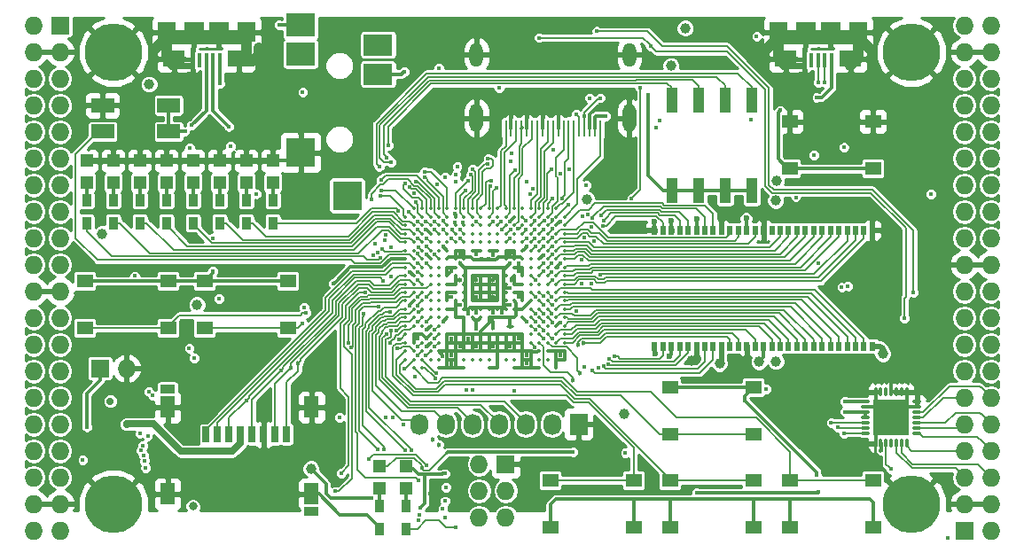
<source format=gtl>
G04 #@! TF.FileFunction,Copper,L1,Top,Signal*
%FSLAX46Y46*%
G04 Gerber Fmt 4.6, Leading zero omitted, Abs format (unit mm)*
G04 Created by KiCad (PCBNEW 4.0.7+dfsg1-1) date Fri Nov 10 09:26:00 2017*
%MOMM*%
%LPD*%
G01*
G04 APERTURE LIST*
%ADD10C,0.100000*%
%ADD11R,1.198880X1.198880*%
%ADD12R,0.560000X0.900000*%
%ADD13R,1.727200X1.727200*%
%ADD14O,1.727200X1.727200*%
%ADD15C,5.500000*%
%ADD16R,2.200000X1.400000*%
%ADD17R,0.900000X1.200000*%
%ADD18R,2.100000X1.600000*%
%ADD19R,1.900000X1.900000*%
%ADD20R,0.400000X1.350000*%
%ADD21R,1.800000X1.900000*%
%ADD22O,0.850000X0.300000*%
%ADD23O,0.300000X0.850000*%
%ADD24R,1.675000X1.675000*%
%ADD25R,1.727200X2.032000*%
%ADD26O,1.727200X2.032000*%
%ADD27R,2.800000X2.200000*%
%ADD28R,2.800000X2.800000*%
%ADD29R,2.800000X2.000000*%
%ADD30O,1.300000X2.700000*%
%ADD31O,1.300000X2.300000*%
%ADD32R,0.250000X1.600000*%
%ADD33R,1.550000X1.300000*%
%ADD34R,1.120000X2.440000*%
%ADD35C,0.350000*%
%ADD36R,0.700000X1.500000*%
%ADD37R,1.450000X0.900000*%
%ADD38R,1.450000X2.000000*%
%ADD39C,0.400000*%
%ADD40C,0.600000*%
%ADD41C,1.000000*%
%ADD42C,0.454000*%
%ADD43C,0.800000*%
%ADD44C,0.700000*%
%ADD45C,0.300000*%
%ADD46C,1.000000*%
%ADD47C,0.600000*%
%ADD48C,0.500000*%
%ADD49C,0.190000*%
%ADD50C,0.200000*%
%ADD51C,0.700000*%
%ADD52C,0.254000*%
G04 APERTURE END LIST*
D10*
D11*
X118230000Y-77709020D03*
X118230000Y-75610980D03*
X115690000Y-77709020D03*
X115690000Y-75610980D03*
X113150000Y-77709020D03*
X113150000Y-75610980D03*
X110610000Y-77709020D03*
X110610000Y-75610980D03*
X108070000Y-77709020D03*
X108070000Y-75610980D03*
X105530000Y-77709020D03*
X105530000Y-75610980D03*
X102990000Y-77709020D03*
X102990000Y-75610980D03*
X100450000Y-77709020D03*
X100450000Y-75610980D03*
D12*
X175480000Y-82270000D03*
X154680000Y-93330000D03*
X155480000Y-93330000D03*
X156280000Y-93330000D03*
X157080000Y-93330000D03*
X157880000Y-93330000D03*
X158680000Y-93330000D03*
X159480000Y-93330000D03*
X160280000Y-93330000D03*
X161080000Y-93330000D03*
X161880000Y-93330000D03*
X162680000Y-93330000D03*
X163480000Y-93330000D03*
X164280000Y-93330000D03*
X165080000Y-93330000D03*
X165880000Y-93330000D03*
X166680000Y-93330000D03*
X167480000Y-93330000D03*
X168280000Y-93330000D03*
X169080000Y-93330000D03*
X169880000Y-93330000D03*
X170680000Y-93330000D03*
X171480000Y-93330000D03*
X172280000Y-93330000D03*
X173080000Y-93330000D03*
X173880000Y-93330000D03*
X174680000Y-93330000D03*
X175480000Y-93330000D03*
X174680000Y-82270000D03*
X173880000Y-82270000D03*
X173080000Y-82270000D03*
X172280000Y-82270000D03*
X171480000Y-82270000D03*
X170680000Y-82270000D03*
X169880000Y-82270000D03*
X169080000Y-82270000D03*
X168280000Y-82270000D03*
X167480000Y-82270000D03*
X166680000Y-82270000D03*
X165880000Y-82270000D03*
X165080000Y-82270000D03*
X164280000Y-82270000D03*
X163480000Y-82270000D03*
X162680000Y-82270000D03*
X161880000Y-82270000D03*
X161080000Y-82270000D03*
X160280000Y-82270000D03*
X159480000Y-82270000D03*
X158680000Y-82270000D03*
X157880000Y-82270000D03*
X157080000Y-82270000D03*
X156280000Y-82270000D03*
X155480000Y-82270000D03*
X154680000Y-82270000D03*
D13*
X97910000Y-62690000D03*
D14*
X95370000Y-62690000D03*
X97910000Y-65230000D03*
X95370000Y-65230000D03*
X97910000Y-67770000D03*
X95370000Y-67770000D03*
X97910000Y-70310000D03*
X95370000Y-70310000D03*
X97910000Y-72850000D03*
X95370000Y-72850000D03*
X97910000Y-75390000D03*
X95370000Y-75390000D03*
X97910000Y-77930000D03*
X95370000Y-77930000D03*
X97910000Y-80470000D03*
X95370000Y-80470000D03*
X97910000Y-83010000D03*
X95370000Y-83010000D03*
X97910000Y-85550000D03*
X95370000Y-85550000D03*
X97910000Y-88090000D03*
X95370000Y-88090000D03*
X97910000Y-90630000D03*
X95370000Y-90630000D03*
X97910000Y-93170000D03*
X95370000Y-93170000D03*
X97910000Y-95710000D03*
X95370000Y-95710000D03*
X97910000Y-98250000D03*
X95370000Y-98250000D03*
X97910000Y-100790000D03*
X95370000Y-100790000D03*
X97910000Y-103330000D03*
X95370000Y-103330000D03*
X97910000Y-105870000D03*
X95370000Y-105870000D03*
X97910000Y-108410000D03*
X95370000Y-108410000D03*
X97910000Y-110950000D03*
X95370000Y-110950000D03*
D13*
X184270000Y-110950000D03*
D14*
X186810000Y-110950000D03*
X184270000Y-108410000D03*
X186810000Y-108410000D03*
X184270000Y-105870000D03*
X186810000Y-105870000D03*
X184270000Y-103330000D03*
X186810000Y-103330000D03*
X184270000Y-100790000D03*
X186810000Y-100790000D03*
X184270000Y-98250000D03*
X186810000Y-98250000D03*
X184270000Y-95710000D03*
X186810000Y-95710000D03*
X184270000Y-93170000D03*
X186810000Y-93170000D03*
X184270000Y-90630000D03*
X186810000Y-90630000D03*
X184270000Y-88090000D03*
X186810000Y-88090000D03*
X184270000Y-85550000D03*
X186810000Y-85550000D03*
X184270000Y-83010000D03*
X186810000Y-83010000D03*
X184270000Y-80470000D03*
X186810000Y-80470000D03*
X184270000Y-77930000D03*
X186810000Y-77930000D03*
X184270000Y-75390000D03*
X186810000Y-75390000D03*
X184270000Y-72850000D03*
X186810000Y-72850000D03*
X184270000Y-70310000D03*
X186810000Y-70310000D03*
X184270000Y-67770000D03*
X186810000Y-67770000D03*
X184270000Y-65230000D03*
X186810000Y-65230000D03*
X184270000Y-62690000D03*
X186810000Y-62690000D03*
D15*
X102990000Y-108410000D03*
X179190000Y-108410000D03*
X179190000Y-65230000D03*
X102990000Y-65230000D03*
D16*
X108274000Y-70330000D03*
X101974000Y-70330000D03*
X101974000Y-72830000D03*
X108274000Y-72830000D03*
D13*
X101720000Y-95456000D03*
D14*
X104260000Y-95456000D03*
D11*
X128390000Y-104820980D03*
X128390000Y-106919020D03*
X130930000Y-104820980D03*
X130930000Y-106919020D03*
D17*
X128390000Y-108580000D03*
X128390000Y-110780000D03*
X130930000Y-110780000D03*
X130930000Y-108580000D03*
D18*
X114980000Y-65875000D03*
X108780000Y-65875000D03*
D19*
X113080000Y-63325000D03*
X110680000Y-63325000D03*
D20*
X113180000Y-66000000D03*
X112530000Y-66000000D03*
X111880000Y-66000000D03*
X111230000Y-66000000D03*
X110580000Y-66000000D03*
D21*
X115680000Y-63325000D03*
X108080000Y-63325000D03*
D18*
X173400000Y-65875000D03*
X167200000Y-65875000D03*
D19*
X171500000Y-63325000D03*
X169100000Y-63325000D03*
D20*
X171600000Y-66000000D03*
X170950000Y-66000000D03*
X170300000Y-66000000D03*
X169650000Y-66000000D03*
X169000000Y-66000000D03*
D21*
X174100000Y-63325000D03*
X166500000Y-63325000D03*
D13*
X140455000Y-104600000D03*
D14*
X137915000Y-104600000D03*
X140455000Y-107140000D03*
X137915000Y-107140000D03*
X140455000Y-109680000D03*
X137915000Y-109680000D03*
D17*
X118230000Y-81570000D03*
X118230000Y-79370000D03*
X115690000Y-81570000D03*
X115690000Y-79370000D03*
X113150000Y-81570000D03*
X113150000Y-79370000D03*
X110610000Y-81570000D03*
X110610000Y-79370000D03*
X108070000Y-81570000D03*
X108070000Y-79370000D03*
X105530000Y-81570000D03*
X105530000Y-79370000D03*
X102990000Y-81570000D03*
X102990000Y-79370000D03*
X100450000Y-81570000D03*
X100450000Y-79370000D03*
D22*
X179735000Y-101655000D03*
X179735000Y-101155000D03*
X179735000Y-100655000D03*
X179735000Y-100155000D03*
X179735000Y-99655000D03*
X179735000Y-99155000D03*
X179735000Y-98655000D03*
D23*
X178785000Y-97705000D03*
X178285000Y-97705000D03*
X177785000Y-97705000D03*
X177285000Y-97705000D03*
X176785000Y-97705000D03*
X176285000Y-97705000D03*
X175785000Y-97705000D03*
D22*
X174835000Y-98655000D03*
X174835000Y-99155000D03*
X174835000Y-99655000D03*
X174835000Y-100155000D03*
X174835000Y-100655000D03*
X174835000Y-101155000D03*
X174835000Y-101655000D03*
D23*
X175785000Y-102605000D03*
X176285000Y-102605000D03*
X176785000Y-102605000D03*
X177285000Y-102605000D03*
X177785000Y-102605000D03*
X178285000Y-102605000D03*
X178785000Y-102605000D03*
D24*
X176447500Y-99317500D03*
X176447500Y-100992500D03*
X178122500Y-99317500D03*
X178122500Y-100992500D03*
D25*
X147440000Y-100790000D03*
D26*
X144900000Y-100790000D03*
X142360000Y-100790000D03*
X139820000Y-100790000D03*
X137280000Y-100790000D03*
X134740000Y-100790000D03*
X132200000Y-100790000D03*
D27*
X120880000Y-62640000D03*
X120880000Y-65440000D03*
D28*
X120880000Y-74840000D03*
X125330000Y-78940000D03*
D29*
X128280000Y-67340000D03*
X128280000Y-64540000D03*
D30*
X152280000Y-71550000D03*
X137680000Y-71550000D03*
D31*
X137680000Y-65500000D03*
D32*
X140480000Y-72500000D03*
X140980000Y-72500000D03*
X141480000Y-72500000D03*
X141980000Y-72500000D03*
X142480000Y-72500000D03*
X142980000Y-72500000D03*
X143480000Y-72500000D03*
X143980000Y-72500000D03*
X144480000Y-72500000D03*
X144980000Y-72500000D03*
X145480000Y-72500000D03*
X145980000Y-72500000D03*
X146480000Y-72500000D03*
X146980000Y-72500000D03*
X147480000Y-72500000D03*
X147980000Y-72500000D03*
X148480000Y-72500000D03*
X148980000Y-72500000D03*
X149480000Y-72500000D03*
D31*
X152280000Y-65500000D03*
D33*
X175550000Y-71870000D03*
X175550000Y-76370000D03*
X167590000Y-76370000D03*
X167590000Y-71870000D03*
X100280000Y-91610000D03*
X100280000Y-87110000D03*
X108240000Y-87110000D03*
X108240000Y-91610000D03*
X111710000Y-91610000D03*
X111710000Y-87110000D03*
X119670000Y-87110000D03*
X119670000Y-91610000D03*
X156160000Y-101770000D03*
X156160000Y-97270000D03*
X164120000Y-97270000D03*
X164120000Y-101770000D03*
X164120000Y-106160000D03*
X164120000Y-110660000D03*
X156160000Y-110660000D03*
X156160000Y-106160000D03*
X152690000Y-106160000D03*
X152690000Y-110660000D03*
X144730000Y-110660000D03*
X144730000Y-106160000D03*
X175550000Y-106160000D03*
X175550000Y-110660000D03*
X167590000Y-110660000D03*
X167590000Y-106160000D03*
D34*
X163950000Y-69815000D03*
X156330000Y-78425000D03*
X161410000Y-69815000D03*
X158870000Y-78425000D03*
X158870000Y-69815000D03*
X161410000Y-78425000D03*
X156330000Y-69815000D03*
X163950000Y-78425000D03*
D35*
X131680000Y-80200000D03*
X132480000Y-80200000D03*
X133280000Y-80200000D03*
X134080000Y-80200000D03*
X134880000Y-80200000D03*
X135680000Y-80200000D03*
X136480000Y-80200000D03*
X137280000Y-80200000D03*
X138080000Y-80200000D03*
X138880000Y-80200000D03*
X139680000Y-80200000D03*
X140480000Y-80200000D03*
X141280000Y-80200000D03*
X142080000Y-80200000D03*
X142880000Y-80200000D03*
X143680000Y-80200000D03*
X144480000Y-80200000D03*
X145280000Y-80200000D03*
X130880000Y-81000000D03*
X131680000Y-81000000D03*
X132480000Y-81000000D03*
X133280000Y-81000000D03*
X134080000Y-81000000D03*
X134880000Y-81000000D03*
X135680000Y-81000000D03*
X136480000Y-81000000D03*
X137280000Y-81000000D03*
X138080000Y-81000000D03*
X138880000Y-81000000D03*
X139680000Y-81000000D03*
X140480000Y-81000000D03*
X141280000Y-81000000D03*
X142080000Y-81000000D03*
X142880000Y-81000000D03*
X143680000Y-81000000D03*
X144480000Y-81000000D03*
X145280000Y-81000000D03*
X146080000Y-81000000D03*
X130880000Y-81800000D03*
X131680000Y-81800000D03*
X132480000Y-81800000D03*
X133280000Y-81800000D03*
X134080000Y-81800000D03*
X134880000Y-81800000D03*
X135680000Y-81800000D03*
X136480000Y-81800000D03*
X137280000Y-81800000D03*
X138080000Y-81800000D03*
X138880000Y-81800000D03*
X139680000Y-81800000D03*
X140480000Y-81800000D03*
X141280000Y-81800000D03*
X142080000Y-81800000D03*
X142880000Y-81800000D03*
X143680000Y-81800000D03*
X144480000Y-81800000D03*
X145280000Y-81800000D03*
X146080000Y-81800000D03*
X130880000Y-82600000D03*
X131680000Y-82600000D03*
X132480000Y-82600000D03*
X133280000Y-82600000D03*
X134080000Y-82600000D03*
X134880000Y-82600000D03*
X135680000Y-82600000D03*
X136480000Y-82600000D03*
X137280000Y-82600000D03*
X138080000Y-82600000D03*
X138880000Y-82600000D03*
X139680000Y-82600000D03*
X140480000Y-82600000D03*
X141280000Y-82600000D03*
X142080000Y-82600000D03*
X142880000Y-82600000D03*
X143680000Y-82600000D03*
X144480000Y-82600000D03*
X145280000Y-82600000D03*
X146080000Y-82600000D03*
X130880000Y-83400000D03*
X131680000Y-83400000D03*
X132480000Y-83400000D03*
X133280000Y-83400000D03*
X134080000Y-83400000D03*
X134880000Y-83400000D03*
X135680000Y-83400000D03*
X136480000Y-83400000D03*
X137280000Y-83400000D03*
X138080000Y-83400000D03*
X138880000Y-83400000D03*
X139680000Y-83400000D03*
X140480000Y-83400000D03*
X141280000Y-83400000D03*
X142080000Y-83400000D03*
X142880000Y-83400000D03*
X143680000Y-83400000D03*
X144480000Y-83400000D03*
X145280000Y-83400000D03*
X146080000Y-83400000D03*
X130880000Y-84200000D03*
X131680000Y-84200000D03*
X132480000Y-84200000D03*
X133280000Y-84200000D03*
X134080000Y-84200000D03*
X134880000Y-84200000D03*
X135680000Y-84200000D03*
X136480000Y-84200000D03*
X137280000Y-84200000D03*
X138080000Y-84200000D03*
X138880000Y-84200000D03*
X139680000Y-84200000D03*
X140480000Y-84200000D03*
X141280000Y-84200000D03*
X142080000Y-84200000D03*
X142880000Y-84200000D03*
X143680000Y-84200000D03*
X144480000Y-84200000D03*
X145280000Y-84200000D03*
X146080000Y-84200000D03*
X130880000Y-85000000D03*
X131680000Y-85000000D03*
X132480000Y-85000000D03*
X133280000Y-85000000D03*
X134080000Y-85000000D03*
X134880000Y-85000000D03*
X135680000Y-85000000D03*
X136480000Y-85000000D03*
X137280000Y-85000000D03*
X138080000Y-85000000D03*
X138880000Y-85000000D03*
X139680000Y-85000000D03*
X140480000Y-85000000D03*
X141280000Y-85000000D03*
X142080000Y-85000000D03*
X142880000Y-85000000D03*
X143680000Y-85000000D03*
X144480000Y-85000000D03*
X145280000Y-85000000D03*
X146080000Y-85000000D03*
X130880000Y-85800000D03*
X131680000Y-85800000D03*
X132480000Y-85800000D03*
X133280000Y-85800000D03*
X134080000Y-85800000D03*
X134880000Y-85800000D03*
X135680000Y-85800000D03*
X136480000Y-85800000D03*
X137280000Y-85800000D03*
X138080000Y-85800000D03*
X138880000Y-85800000D03*
X139680000Y-85800000D03*
X140480000Y-85800000D03*
X141280000Y-85800000D03*
X142080000Y-85800000D03*
X142880000Y-85800000D03*
X143680000Y-85800000D03*
X144480000Y-85800000D03*
X145280000Y-85800000D03*
X146080000Y-85800000D03*
X130880000Y-86600000D03*
X131680000Y-86600000D03*
X132480000Y-86600000D03*
X133280000Y-86600000D03*
X134080000Y-86600000D03*
X134880000Y-86600000D03*
X135680000Y-86600000D03*
X136480000Y-86600000D03*
X137280000Y-86600000D03*
X138080000Y-86600000D03*
X138880000Y-86600000D03*
X139680000Y-86600000D03*
X140480000Y-86600000D03*
X141280000Y-86600000D03*
X142080000Y-86600000D03*
X142880000Y-86600000D03*
X143680000Y-86600000D03*
X144480000Y-86600000D03*
X145280000Y-86600000D03*
X146080000Y-86600000D03*
X130880000Y-87400000D03*
X131680000Y-87400000D03*
X132480000Y-87400000D03*
X133280000Y-87400000D03*
X134080000Y-87400000D03*
X134880000Y-87400000D03*
X135680000Y-87400000D03*
X136480000Y-87400000D03*
X137280000Y-87400000D03*
X138080000Y-87400000D03*
X138880000Y-87400000D03*
X139680000Y-87400000D03*
X140480000Y-87400000D03*
X141280000Y-87400000D03*
X142080000Y-87400000D03*
X142880000Y-87400000D03*
X143680000Y-87400000D03*
X144480000Y-87400000D03*
X145280000Y-87400000D03*
X146080000Y-87400000D03*
X130880000Y-88200000D03*
X131680000Y-88200000D03*
X132480000Y-88200000D03*
X133280000Y-88200000D03*
X134080000Y-88200000D03*
X134880000Y-88200000D03*
X135680000Y-88200000D03*
X136480000Y-88200000D03*
X137280000Y-88200000D03*
X138080000Y-88200000D03*
X138880000Y-88200000D03*
X139680000Y-88200000D03*
X140480000Y-88200000D03*
X141280000Y-88200000D03*
X142080000Y-88200000D03*
X142880000Y-88200000D03*
X143680000Y-88200000D03*
X144480000Y-88200000D03*
X145280000Y-88200000D03*
X146080000Y-88200000D03*
X130880000Y-89000000D03*
X131680000Y-89000000D03*
X132480000Y-89000000D03*
X133280000Y-89000000D03*
X134080000Y-89000000D03*
X134880000Y-89000000D03*
X135680000Y-89000000D03*
X136480000Y-89000000D03*
X137280000Y-89000000D03*
X138080000Y-89000000D03*
X138880000Y-89000000D03*
X139680000Y-89000000D03*
X140480000Y-89000000D03*
X141280000Y-89000000D03*
X142080000Y-89000000D03*
X142880000Y-89000000D03*
X143680000Y-89000000D03*
X144480000Y-89000000D03*
X145280000Y-89000000D03*
X146080000Y-89000000D03*
X130880000Y-89800000D03*
X131680000Y-89800000D03*
X132480000Y-89800000D03*
X133280000Y-89800000D03*
X134080000Y-89800000D03*
X134880000Y-89800000D03*
X135680000Y-89800000D03*
X136480000Y-89800000D03*
X137280000Y-89800000D03*
X138080000Y-89800000D03*
X138880000Y-89800000D03*
X139680000Y-89800000D03*
X140480000Y-89800000D03*
X141280000Y-89800000D03*
X142080000Y-89800000D03*
X142880000Y-89800000D03*
X143680000Y-89800000D03*
X144480000Y-89800000D03*
X145280000Y-89800000D03*
X146080000Y-89800000D03*
X130880000Y-90600000D03*
X131680000Y-90600000D03*
X132480000Y-90600000D03*
X133280000Y-90600000D03*
X134080000Y-90600000D03*
X134880000Y-90600000D03*
X135680000Y-90600000D03*
X136480000Y-90600000D03*
X137280000Y-90600000D03*
X138080000Y-90600000D03*
X138880000Y-90600000D03*
X139680000Y-90600000D03*
X140480000Y-90600000D03*
X141280000Y-90600000D03*
X142080000Y-90600000D03*
X142880000Y-90600000D03*
X143680000Y-90600000D03*
X144480000Y-90600000D03*
X145280000Y-90600000D03*
X146080000Y-90600000D03*
X130880000Y-91400000D03*
X131680000Y-91400000D03*
X132480000Y-91400000D03*
X133280000Y-91400000D03*
X134080000Y-91400000D03*
X142880000Y-91400000D03*
X143680000Y-91400000D03*
X144480000Y-91400000D03*
X145280000Y-91400000D03*
X146080000Y-91400000D03*
X130880000Y-92200000D03*
X131680000Y-92200000D03*
X132480000Y-92200000D03*
X133280000Y-92200000D03*
X134080000Y-92200000D03*
X134880000Y-92200000D03*
X135680000Y-92200000D03*
X136480000Y-92200000D03*
X137280000Y-92200000D03*
X138080000Y-92200000D03*
X138880000Y-92200000D03*
X139680000Y-92200000D03*
X140480000Y-92200000D03*
X141280000Y-92200000D03*
X142080000Y-92200000D03*
X142880000Y-92200000D03*
X143680000Y-92200000D03*
X144480000Y-92200000D03*
X145280000Y-92200000D03*
X146080000Y-92200000D03*
X130880000Y-93000000D03*
X131680000Y-93000000D03*
X132480000Y-93000000D03*
X133280000Y-93000000D03*
X134080000Y-93000000D03*
X134880000Y-93000000D03*
X135680000Y-93000000D03*
X136480000Y-93000000D03*
X137280000Y-93000000D03*
X138080000Y-93000000D03*
X138880000Y-93000000D03*
X139680000Y-93000000D03*
X140480000Y-93000000D03*
X141280000Y-93000000D03*
X142080000Y-93000000D03*
X142880000Y-93000000D03*
X143680000Y-93000000D03*
X144480000Y-93000000D03*
X145280000Y-93000000D03*
X146080000Y-93000000D03*
X130880000Y-93800000D03*
X131680000Y-93800000D03*
X132480000Y-93800000D03*
X133280000Y-93800000D03*
X134080000Y-93800000D03*
X134880000Y-93800000D03*
X135680000Y-93800000D03*
X136480000Y-93800000D03*
X137280000Y-93800000D03*
X138080000Y-93800000D03*
X138880000Y-93800000D03*
X139680000Y-93800000D03*
X140480000Y-93800000D03*
X141280000Y-93800000D03*
X142080000Y-93800000D03*
X142880000Y-93800000D03*
X143680000Y-93800000D03*
X144480000Y-93800000D03*
X145280000Y-93800000D03*
X146080000Y-93800000D03*
X130880000Y-94600000D03*
X131680000Y-94600000D03*
X132480000Y-94600000D03*
X133280000Y-94600000D03*
X134080000Y-94600000D03*
X134880000Y-94600000D03*
X135680000Y-94600000D03*
X136480000Y-94600000D03*
X137280000Y-94600000D03*
X138080000Y-94600000D03*
X138880000Y-94600000D03*
X139680000Y-94600000D03*
X140480000Y-94600000D03*
X141280000Y-94600000D03*
X142080000Y-94600000D03*
X142880000Y-94600000D03*
X143680000Y-94600000D03*
X144480000Y-94600000D03*
X145280000Y-94600000D03*
X146080000Y-94600000D03*
X131680000Y-95400000D03*
X132480000Y-95400000D03*
X134080000Y-95400000D03*
X134880000Y-95400000D03*
X135680000Y-95400000D03*
X136480000Y-95400000D03*
X138880000Y-95400000D03*
X139680000Y-95400000D03*
X141280000Y-95400000D03*
X142080000Y-95400000D03*
X142880000Y-95400000D03*
X143680000Y-95400000D03*
X145280000Y-95400000D03*
D36*
X111855000Y-101765000D03*
X112955000Y-101765000D03*
X114055000Y-101765000D03*
X115155000Y-101765000D03*
X116255000Y-101765000D03*
X117355000Y-101765000D03*
X118455000Y-101765000D03*
X119555000Y-101765000D03*
D37*
X108180000Y-97465000D03*
X121930000Y-109115000D03*
D38*
X121930000Y-99165000D03*
X108180000Y-99165000D03*
X108180000Y-107465000D03*
X121930000Y-107465000D03*
D39*
X170309539Y-85441529D03*
X145698456Y-91073766D03*
D40*
X156262773Y-81349374D03*
X154657528Y-81463649D03*
D41*
X158233687Y-94760979D03*
D39*
X145672808Y-85396062D03*
X144103186Y-84622010D03*
X133216000Y-107465000D03*
X137680000Y-88600000D03*
X142480000Y-95000000D03*
X141680000Y-92600000D03*
X140836000Y-84534000D03*
X135284627Y-94985297D03*
X135288625Y-94225619D03*
X134455822Y-94267172D03*
X131280000Y-89450837D03*
X120770000Y-72215000D03*
X136095958Y-93369652D03*
D42*
X139264636Y-91615205D03*
D41*
X116880503Y-64802940D03*
X106974809Y-64953974D03*
X175210328Y-64948943D03*
X165417246Y-64954666D03*
D39*
X175495631Y-71457432D03*
X132880424Y-84561218D03*
X135567436Y-80702302D03*
X132810347Y-82177990D03*
X145680000Y-94177990D03*
X177285000Y-95710000D03*
D41*
X177229911Y-82281349D03*
D40*
X164741832Y-81130572D03*
X161067993Y-81216119D03*
D41*
X162992748Y-94820185D03*
D39*
X131254529Y-86251357D03*
X140880000Y-81400000D03*
X136085174Y-89394826D03*
X145680000Y-81400000D03*
X140874194Y-91433353D03*
X142480000Y-94200000D03*
X140880000Y-93400000D03*
X139280000Y-93400000D03*
X137680000Y-93400000D03*
X136880000Y-92600000D03*
X135280000Y-92600000D03*
X132880000Y-91800000D03*
X132880000Y-93400000D03*
D42*
X141042859Y-86994997D03*
X139280000Y-87000000D03*
X136110990Y-86995403D03*
X137680000Y-87000000D03*
X136080000Y-84600000D03*
X139280000Y-88600000D03*
D39*
X172564535Y-87722010D03*
D41*
X121861867Y-105030174D03*
D39*
X150030853Y-71331848D03*
X127656639Y-107816792D03*
D41*
X156235582Y-66548363D03*
X166321614Y-77572282D03*
X166248957Y-79408030D03*
X101932065Y-82585048D03*
X106417803Y-68312483D03*
X166280000Y-94800000D03*
X157600000Y-62944000D03*
D43*
X110593913Y-108636458D03*
D41*
X160884708Y-94994498D03*
D40*
X156077107Y-94326957D03*
X154726292Y-94009946D03*
D39*
X173137949Y-87594275D03*
D41*
X148202454Y-79278787D03*
D44*
X102710050Y-98594954D03*
D39*
X148160764Y-77980787D03*
X154794000Y-72426000D03*
X129005202Y-100174798D03*
X137659051Y-91638034D03*
X139820000Y-68665673D03*
X172834633Y-99599920D03*
X172879922Y-98618650D03*
X176305593Y-103279812D03*
X165349214Y-97422919D03*
X164433885Y-63737451D03*
X134079160Y-66786153D03*
X109828000Y-72830000D03*
X116654336Y-78777990D03*
D41*
X176474303Y-94069095D03*
D40*
X163422030Y-81120665D03*
X158680000Y-81210838D03*
D39*
X112515000Y-83010000D03*
X181065000Y-78785000D03*
X100080000Y-104200000D03*
X113080000Y-88800000D03*
D41*
X164653770Y-94825547D03*
D39*
X135273306Y-88618602D03*
X139272517Y-84611349D03*
X137680556Y-84534085D03*
X141680000Y-86200000D03*
X135280000Y-86200000D03*
X132880000Y-92600000D03*
X132080000Y-92600000D03*
X141680000Y-88600000D03*
X141680000Y-85400000D03*
D41*
X151758000Y-99774000D03*
D39*
X136885174Y-90194826D03*
X140094890Y-90122990D03*
X139280000Y-90122990D03*
X140880000Y-89400000D03*
X137680000Y-90172990D03*
X140880000Y-87800000D03*
X140880000Y-85400000D03*
D42*
X136080000Y-85400000D03*
D39*
X130022680Y-91834237D03*
X121369010Y-90164222D03*
X130279644Y-92674772D03*
X121041200Y-91125073D03*
D41*
X110991000Y-89360000D03*
D39*
X142480000Y-91000000D03*
X142480000Y-83800000D03*
X134480000Y-83800000D03*
X134480000Y-91000000D03*
X121086654Y-69078528D03*
X105037711Y-86632990D03*
X155149360Y-71764535D03*
X170182962Y-69571012D03*
X170362901Y-107286196D03*
X158716651Y-107325176D03*
X137295592Y-97538017D03*
X134750646Y-106810513D03*
X133680000Y-91800000D03*
D42*
X134074414Y-102752225D03*
D39*
X136740903Y-97514503D03*
X134675868Y-108131585D03*
D42*
X133449289Y-102232615D03*
D39*
X133680000Y-92600000D03*
X133685482Y-93402296D03*
X127358154Y-104128048D03*
X132936956Y-104698915D03*
X134463998Y-108841973D03*
X130692380Y-100790000D03*
X131808905Y-96227367D03*
X134636872Y-109719950D03*
X132846234Y-94197073D03*
X118858690Y-62658970D03*
X130761990Y-67119621D03*
X147186000Y-71200000D03*
X148477832Y-69619684D03*
X147983153Y-71347080D03*
X149475951Y-69619684D03*
X178558190Y-90656032D03*
X154329326Y-64643767D03*
X152497066Y-79193467D03*
X146481406Y-79819384D03*
X153322343Y-68673419D03*
X143650666Y-63862520D03*
X179375977Y-88226957D03*
X149183754Y-63257114D03*
X140035989Y-81400000D03*
X115729998Y-98493136D03*
X128776655Y-87110882D03*
X132077895Y-86272150D03*
X119008515Y-95662939D03*
D42*
X119978162Y-95412951D03*
X120634035Y-94977604D03*
D39*
X113212238Y-68244401D03*
X144962492Y-79235378D03*
X145834002Y-79198109D03*
X131453853Y-103260518D03*
X149771692Y-81825658D03*
X144080000Y-86200000D03*
X149520824Y-86534121D03*
X144894316Y-86977564D03*
X149549750Y-80868432D03*
X144917291Y-83835368D03*
D42*
X147355672Y-93219294D03*
D39*
X144113248Y-92588762D03*
X144875155Y-86218896D03*
X149846468Y-81303978D03*
X148719886Y-81056015D03*
X144916886Y-82991358D03*
D42*
X147915304Y-93063131D03*
D39*
X144882352Y-92577990D03*
X148747982Y-95669626D03*
X144891634Y-91073766D03*
X149795895Y-95251084D03*
X144867244Y-90229755D03*
X150278898Y-95040253D03*
X144892596Y-89385743D03*
X150345974Y-94517527D03*
X144877648Y-88622010D03*
X150889207Y-94332565D03*
X143280000Y-87000000D03*
X130807074Y-95454141D03*
X130141886Y-93532031D03*
X132080000Y-93400000D03*
X129438090Y-93014450D03*
X133852393Y-95875797D03*
X141280000Y-97600000D03*
X133762848Y-96395146D03*
X132080000Y-94200000D03*
X105895603Y-103765816D03*
X128669601Y-84020243D03*
X132080000Y-89450837D03*
X130839486Y-103260518D03*
X129459184Y-90039192D03*
X128806823Y-103185900D03*
X132162861Y-106185868D03*
X128321313Y-89539949D03*
X132880000Y-88600000D03*
X127040053Y-88166906D03*
X124741825Y-105494691D03*
X132080000Y-87000000D03*
X125740979Y-93452427D03*
X124202418Y-107207639D03*
X110313517Y-74380698D03*
X132146108Y-109940263D03*
X114166000Y-74247000D03*
X132189000Y-109415000D03*
X135694981Y-77648547D03*
X135567436Y-81489225D03*
X134702010Y-77200000D03*
X134471354Y-81347908D03*
X132761172Y-77202673D03*
X132737245Y-76676207D03*
X128545566Y-77476577D03*
X127643658Y-79355564D03*
X110718734Y-94451783D03*
X128515897Y-78994176D03*
X110249038Y-93533767D03*
X128569727Y-78469921D03*
X131253134Y-78134216D03*
X106368514Y-97662752D03*
X106741168Y-98035405D03*
X131709326Y-78745875D03*
X132783332Y-81399993D03*
X105572759Y-101661319D03*
X129016746Y-82660638D03*
X132084821Y-83022010D03*
X106281049Y-101893466D03*
X128948848Y-83183258D03*
X132886504Y-83777990D03*
X105813763Y-102819336D03*
X129513931Y-83860979D03*
X132117443Y-83866021D03*
X105627254Y-103312241D03*
X127966259Y-83515785D03*
X132079996Y-84503337D03*
X105992720Y-104283802D03*
X128261987Y-84383463D03*
X133671942Y-84595200D03*
X106088753Y-104974041D03*
X127824162Y-84676807D03*
X132875802Y-85428138D03*
D42*
X146862501Y-96617499D03*
X147534467Y-95913260D03*
D39*
X147927932Y-95329243D03*
X143280000Y-91000000D03*
X149284391Y-95377990D03*
X144077013Y-90266968D03*
X147207648Y-89973043D03*
X144076240Y-89395301D03*
X143281824Y-90201951D03*
X144102010Y-85397219D03*
X147687522Y-85093328D03*
X144868096Y-85371354D03*
X148610669Y-81900026D03*
X144102010Y-83000000D03*
X144888125Y-82147347D03*
X147695541Y-87377990D03*
X144082832Y-88584510D03*
X148688598Y-87378077D03*
X143278026Y-88595030D03*
X148298275Y-80739810D03*
X144102010Y-82185600D03*
X147802234Y-80917812D03*
X144880004Y-81303335D03*
X139280000Y-81400000D03*
X139578623Y-78205862D03*
X138968064Y-78040948D03*
X139046556Y-77517650D03*
X138775679Y-75942989D03*
X138779198Y-75400762D03*
X137680000Y-81400000D03*
X137308732Y-76415018D03*
X137106948Y-76979922D03*
X136856003Y-77562978D03*
X136634118Y-78451672D03*
X135830698Y-76200613D03*
X136411444Y-81497309D03*
X148878722Y-83261032D03*
X144915665Y-84598743D03*
X148001372Y-82958777D03*
X144103186Y-83777990D03*
X142841210Y-78784254D03*
X142473549Y-82998913D03*
X143057990Y-78303891D03*
X142396423Y-82191394D03*
X145713979Y-76895375D03*
X144146021Y-81374784D03*
X144860423Y-76406173D03*
X146557990Y-76430564D03*
X143257990Y-82207154D03*
X143257990Y-81379632D03*
X145017056Y-74611129D03*
X141657990Y-82130345D03*
X142413979Y-81382236D03*
X140080000Y-82200000D03*
X141342967Y-76554996D03*
X141046643Y-74873804D03*
X140864029Y-83041403D03*
X140980062Y-75681941D03*
X140924011Y-82179283D03*
X129542604Y-86703515D03*
X132880000Y-83022010D03*
X132080000Y-82177990D03*
X132080000Y-81400000D03*
X131847310Y-79589886D03*
X130856828Y-77786820D03*
X131923295Y-77584853D03*
X133654358Y-82177990D03*
X133627343Y-81396408D03*
X129493635Y-91853281D03*
X132880000Y-91000000D03*
X129092715Y-92195341D03*
X132077648Y-90977990D03*
X130196821Y-80377733D03*
X131180000Y-80500000D03*
X128489708Y-84867377D03*
X132079620Y-85428138D03*
X163908850Y-71651861D03*
X134501414Y-82177578D03*
X133922194Y-77854836D03*
X135656559Y-110610712D03*
X132448438Y-104994496D03*
X146844288Y-103452739D03*
X134707351Y-105508447D03*
X132280000Y-108800000D03*
D44*
X104260000Y-100790000D03*
D39*
X112515000Y-86185000D03*
X169506589Y-107953726D03*
X163277422Y-98501717D03*
X170157734Y-105666345D03*
X169895346Y-75092988D03*
X143257990Y-83000000D03*
X168166438Y-79108038D03*
X151896383Y-103510715D03*
X114039000Y-72342000D03*
X110483000Y-72215000D03*
X143269694Y-93414905D03*
X177274002Y-105079115D03*
X172761273Y-101651681D03*
X143280000Y-91800000D03*
X172193360Y-101105663D03*
X144064831Y-91877646D03*
X171540304Y-100645743D03*
X144080000Y-91000000D03*
X154044000Y-69294000D03*
X128386755Y-76157168D03*
X135280000Y-83022010D03*
X129493343Y-75737814D03*
X136080000Y-83000000D03*
X129125079Y-75315804D03*
X135345425Y-82176814D03*
X135725421Y-76909376D03*
X129252218Y-74142461D03*
X136080000Y-82200000D03*
X172746637Y-74347988D03*
X143280000Y-83800000D03*
X142480000Y-77600000D03*
X170300000Y-68151000D03*
X170950000Y-68125562D03*
X125423968Y-92992129D03*
X121206217Y-89662983D03*
X132156079Y-90030946D03*
X182675150Y-111637626D03*
X124027706Y-87347706D03*
X124027707Y-87347707D03*
X166678914Y-70803555D03*
X129660000Y-100155000D03*
X124580000Y-100155000D03*
X126880000Y-90200000D03*
X128280000Y-103200000D03*
X132080000Y-88600000D03*
X100450000Y-101044000D03*
D45*
X145280000Y-91400000D02*
X145606234Y-91073766D01*
X145606234Y-91073766D02*
X145698456Y-91073766D01*
X156280000Y-82270000D02*
X156280000Y-81366601D01*
X156280000Y-81366601D02*
X156262773Y-81349374D01*
X154680000Y-81486121D02*
X154657528Y-81463649D01*
X154680000Y-82270000D02*
X154680000Y-81486121D01*
X158680000Y-93330000D02*
X158680000Y-94314666D01*
X158680000Y-94314666D02*
X158233687Y-94760979D01*
X145672808Y-85407192D02*
X145672808Y-85396062D01*
X145280000Y-85800000D02*
X145672808Y-85407192D01*
X143680000Y-85000000D02*
X144057990Y-84622010D01*
X144057990Y-84622010D02*
X144103186Y-84622010D01*
X148480000Y-71200000D02*
X149230000Y-70450000D01*
X148480000Y-72500000D02*
X148480000Y-71200000D01*
X145480000Y-72500000D02*
X145480000Y-71200000D01*
X143980000Y-72500000D02*
X143980000Y-71200000D01*
X142480000Y-72500000D02*
X142480000Y-71450000D01*
X142480000Y-71200000D02*
X142480000Y-71450000D01*
X140980000Y-72500000D02*
X140980000Y-71200000D01*
X121930000Y-107465000D02*
X122619000Y-107465000D01*
X122619000Y-107465000D02*
X124580000Y-109426000D01*
X124580000Y-109426000D02*
X127186000Y-109426000D01*
X127186000Y-109426000D02*
X128390000Y-110630000D01*
X128390000Y-110630000D02*
X128390000Y-110780000D01*
X137280000Y-89000000D02*
X137680000Y-88600000D01*
X142480000Y-94600000D02*
X142880000Y-94600000D01*
X142080000Y-94600000D02*
X142480000Y-94600000D01*
X142480000Y-94600000D02*
X142480000Y-95000000D01*
X141680000Y-92200000D02*
X142080000Y-92200000D01*
X141280000Y-92200000D02*
X141680000Y-92200000D01*
X141680000Y-92200000D02*
X141680000Y-92600000D01*
X141280000Y-84200000D02*
X141170000Y-84200000D01*
X141170000Y-84200000D02*
X140836000Y-84534000D01*
X135284627Y-95395373D02*
X135284627Y-95268139D01*
X135280000Y-95400000D02*
X135284627Y-95395373D01*
X135284627Y-95268139D02*
X135284627Y-94985297D01*
X135288625Y-93942777D02*
X135288625Y-94225619D01*
X135288625Y-93808625D02*
X135288625Y-93942777D01*
X135280000Y-93800000D02*
X135288625Y-93808625D01*
X134455822Y-94175822D02*
X134455822Y-94267172D01*
X134080000Y-93800000D02*
X134455822Y-94175822D01*
X145280000Y-94600000D02*
X145280000Y-95400000D01*
X143498655Y-93891906D02*
X143590561Y-93800000D01*
X143040733Y-93891906D02*
X143498655Y-93891906D01*
X142880000Y-93800000D02*
X142948827Y-93800000D01*
X142948827Y-93800000D02*
X143040733Y-93891906D01*
X143590561Y-93800000D02*
X143680000Y-93800000D01*
X145280000Y-93800000D02*
X144480000Y-93800000D01*
X146080000Y-94600000D02*
X146080000Y-93800000D01*
X145280000Y-94600000D02*
X146080000Y-94600000D01*
X142080000Y-95400000D02*
X142080000Y-94600000D01*
X142880000Y-95400000D02*
X142880000Y-94600000D01*
X142880000Y-95400000D02*
X143680000Y-95400000D01*
X142080000Y-95400000D02*
X142880000Y-95400000D01*
X141280000Y-95400000D02*
X142080000Y-95400000D01*
X142080000Y-93000000D02*
X142080000Y-93800000D01*
X138880000Y-92200000D02*
X138880000Y-93000000D01*
X139680000Y-92200000D02*
X139680000Y-93000000D01*
X140480000Y-93000000D02*
X140480000Y-92200000D01*
X141280000Y-93000000D02*
X141280000Y-92200000D01*
X142080000Y-93000000D02*
X141280000Y-93000000D01*
X142080000Y-92200000D02*
X142080000Y-93000000D01*
X140480000Y-92200000D02*
X141280000Y-92200000D01*
X139680000Y-92200000D02*
X140480000Y-92200000D01*
X138880000Y-92200000D02*
X139680000Y-92200000D01*
X138080000Y-92200000D02*
X138880000Y-92200000D01*
X131280000Y-89400000D02*
X131280000Y-89450837D01*
X131680000Y-89000000D02*
X131280000Y-89400000D01*
X120880000Y-74840000D02*
X120880000Y-73140000D01*
X120880000Y-73140000D02*
X120770000Y-73030000D01*
X120770000Y-73030000D02*
X120770000Y-72215000D01*
X136095958Y-93086810D02*
X136095958Y-93369652D01*
X136080000Y-93000000D02*
X136095958Y-93015958D01*
X136095958Y-93015958D02*
X136095958Y-93086810D01*
X139264636Y-91294179D02*
X139264636Y-91615205D01*
X139264636Y-90984636D02*
X139264636Y-91294179D01*
X138880000Y-90600000D02*
X139264636Y-90984636D01*
D46*
X116880503Y-65510046D02*
X116880503Y-64802940D01*
X116265561Y-66124988D02*
X116880503Y-65510046D01*
X115680000Y-65910000D02*
X115894988Y-66124988D01*
X115680000Y-63960000D02*
X115680000Y-65910000D01*
X115894988Y-66124988D02*
X116265561Y-66124988D01*
X107474808Y-64453975D02*
X106974809Y-64953974D01*
X107968783Y-63960000D02*
X107474808Y-64453975D01*
X108080000Y-63960000D02*
X107968783Y-63960000D01*
X174710329Y-64448944D02*
X175210328Y-64948943D01*
X174100000Y-63960000D02*
X174221385Y-63960000D01*
X174221385Y-63960000D02*
X174710329Y-64448944D01*
X165917245Y-64454667D02*
X165417246Y-64954666D01*
X166411912Y-63960000D02*
X165917245Y-64454667D01*
X166500000Y-63960000D02*
X166411912Y-63960000D01*
D45*
X175495631Y-71740274D02*
X175495631Y-71457432D01*
X175495631Y-72230631D02*
X175495631Y-71740274D01*
X175535000Y-72270000D02*
X175495631Y-72230631D01*
D47*
X108780000Y-66510000D02*
X110455000Y-66510000D01*
D45*
X110455000Y-66510000D02*
X110580000Y-66635000D01*
D46*
X108080000Y-63960000D02*
X108080000Y-65810000D01*
X108080000Y-65810000D02*
X108780000Y-66510000D01*
X115680000Y-63960000D02*
X115680000Y-65810000D01*
D45*
X115680000Y-65810000D02*
X114980000Y-66510000D01*
D46*
X113080000Y-63960000D02*
X115680000Y-63960000D01*
X110680000Y-63960000D02*
X113080000Y-63960000D01*
X108080000Y-63960000D02*
X110680000Y-63960000D01*
D47*
X167200000Y-66510000D02*
X168875000Y-66510000D01*
D45*
X168875000Y-66510000D02*
X169000000Y-66635000D01*
D46*
X174100000Y-63960000D02*
X174100000Y-65810000D01*
X174100000Y-65810000D02*
X173400000Y-66510000D01*
X166500000Y-63960000D02*
X166500000Y-65810000D01*
X166500000Y-65810000D02*
X167200000Y-66510000D01*
X171500000Y-63960000D02*
X174100000Y-63960000D01*
X169100000Y-63960000D02*
X171500000Y-63960000D01*
X166500000Y-63960000D02*
X169100000Y-63960000D01*
D45*
X132880424Y-84600424D02*
X132880424Y-84561218D01*
X133280000Y-85000000D02*
X132880424Y-84600424D01*
X135680000Y-80752513D02*
X135629789Y-80702302D01*
X135629789Y-80702302D02*
X135567436Y-80702302D01*
X135680000Y-81000000D02*
X135680000Y-80752513D01*
X132857990Y-82177990D02*
X132810347Y-82177990D01*
X133280000Y-82600000D02*
X132857990Y-82177990D01*
X145680000Y-93800000D02*
X145680000Y-94177990D01*
X178785000Y-97705000D02*
X178785000Y-98655000D01*
X178785000Y-98655000D02*
X178122500Y-99317500D01*
X176285000Y-97705000D02*
X175785000Y-97705000D01*
X175785000Y-102605000D02*
X175785000Y-101655000D01*
X175785000Y-101655000D02*
X176447500Y-100992500D01*
X178122500Y-99317500D02*
X178122500Y-100992500D01*
X176447500Y-99317500D02*
X178122500Y-99317500D01*
X176447500Y-100992500D02*
X178122500Y-100992500D01*
X177285000Y-97705000D02*
X177285000Y-95710000D01*
X178122500Y-99317500D02*
X178285000Y-99155000D01*
X178285000Y-99155000D02*
X179735000Y-99155000D01*
X179735000Y-98655000D02*
X179735000Y-99155000D01*
X177785000Y-97705000D02*
X177920000Y-97705000D01*
X177920000Y-97705000D02*
X178285000Y-97705000D01*
X178285000Y-97705000D02*
X178785000Y-97705000D01*
X177285000Y-97705000D02*
X177785000Y-97705000D01*
X175785000Y-97705000D02*
X175785000Y-98655000D01*
X175785000Y-98655000D02*
X176447500Y-99317500D01*
X174835000Y-99155000D02*
X176285000Y-99155000D01*
X176285000Y-99155000D02*
X176447500Y-99317500D01*
X177241260Y-82270000D02*
X177229911Y-82281349D01*
X164941831Y-81330571D02*
X164741832Y-81130572D01*
X165080000Y-81468740D02*
X164941831Y-81330571D01*
X165080000Y-82270000D02*
X165080000Y-81468740D01*
X118230000Y-75610980D02*
X120109020Y-75610980D01*
X120109020Y-75610980D02*
X120880000Y-74840000D01*
X161080000Y-81228126D02*
X161067993Y-81216119D01*
X161080000Y-82270000D02*
X161080000Y-81228126D01*
D48*
X175480000Y-82270000D02*
X177241260Y-82270000D01*
D45*
X163192747Y-94620186D02*
X162992748Y-94820185D01*
X163480000Y-94332933D02*
X163192747Y-94620186D01*
X163480000Y-93330000D02*
X163480000Y-94332933D01*
X131331357Y-86251357D02*
X131254529Y-86251357D01*
X131680000Y-86600000D02*
X131331357Y-86251357D01*
X141280000Y-81000000D02*
X140880000Y-81400000D01*
X135685174Y-89394826D02*
X135802332Y-89394826D01*
X135680000Y-89400000D02*
X135685174Y-89394826D01*
X135802332Y-89394826D02*
X136085174Y-89394826D01*
X135054999Y-84825001D02*
X137080000Y-84825001D01*
X137280000Y-85000000D02*
X137105001Y-84825001D01*
X137105001Y-84825001D02*
X137080000Y-84825001D01*
X138280000Y-85088351D02*
X137368351Y-85088351D01*
X137368351Y-85088351D02*
X137280000Y-85000000D01*
X139680000Y-86600000D02*
X139280000Y-87000000D01*
X139680000Y-88200000D02*
X139680000Y-89000000D01*
X139680000Y-87400000D02*
X139680000Y-88200000D01*
X139680000Y-86600000D02*
X139680000Y-87400000D01*
X137280000Y-88200000D02*
X137280000Y-89000000D01*
X137280000Y-87400000D02*
X137280000Y-88200000D01*
X137280000Y-86600000D02*
X137280000Y-87400000D01*
X138880000Y-87400000D02*
X138880000Y-88200000D01*
X138880000Y-86600000D02*
X138880000Y-87400000D01*
X138080000Y-87400000D02*
X138080000Y-86600000D01*
X138080000Y-88200000D02*
X138080000Y-87400000D01*
X138080000Y-89000000D02*
X138080000Y-88200000D01*
X138080000Y-88200000D02*
X138880000Y-88200000D01*
X138080000Y-87400000D02*
X138880000Y-87400000D01*
X137280000Y-87400000D02*
X138080000Y-87400000D01*
X145454999Y-81625001D02*
X145680000Y-81400000D01*
X145280000Y-81800000D02*
X145454999Y-81625001D01*
X141480000Y-89800000D02*
X141480000Y-89200000D01*
X141480000Y-89200000D02*
X141280000Y-89000000D01*
X141280000Y-89800000D02*
X141480000Y-89800000D01*
X141480000Y-89800000D02*
X142080000Y-89800000D01*
X141454999Y-90425001D02*
X141454999Y-89825001D01*
X141454999Y-89825001D02*
X141480000Y-89800000D01*
X140874194Y-90605806D02*
X140874194Y-91150511D01*
X140880000Y-90600000D02*
X140874194Y-90605806D01*
X140874194Y-91150511D02*
X140874194Y-91433353D01*
X140480000Y-90600000D02*
X140880000Y-90600000D01*
X140880000Y-90600000D02*
X141280000Y-90600000D01*
X139680000Y-90600000D02*
X140480000Y-90600000D01*
X138880000Y-90600000D02*
X139680000Y-90600000D01*
X141280000Y-85000000D02*
X141280000Y-84800000D01*
X141280000Y-84200000D02*
X141280000Y-85000000D01*
X140480000Y-84200000D02*
X141280000Y-84200000D01*
X141280000Y-84800000D02*
X141280000Y-84200000D01*
X141905001Y-84825001D02*
X141305001Y-84825001D01*
X141305001Y-84825001D02*
X141280000Y-84800000D01*
X140480000Y-85000000D02*
X140480000Y-84200000D01*
X139680000Y-85000000D02*
X139680000Y-84898347D01*
X139680000Y-84898347D02*
X139753346Y-84825001D01*
X138280000Y-85088351D02*
X138680000Y-85088351D01*
X138280000Y-85088351D02*
X139489996Y-85088351D01*
X138080000Y-85000000D02*
X138191649Y-85000000D01*
X138191649Y-85000000D02*
X138280000Y-85088351D01*
X138880000Y-85000000D02*
X138768351Y-85000000D01*
X138768351Y-85000000D02*
X138680000Y-85088351D01*
X135680000Y-84200000D02*
X135680000Y-84800000D01*
X135680000Y-84800000D02*
X135680000Y-85000000D01*
X135054999Y-84825001D02*
X135654999Y-84825001D01*
X135654999Y-84825001D02*
X135680000Y-84800000D01*
X136480000Y-85000000D02*
X136480000Y-84200000D01*
X134880000Y-85000000D02*
X135054999Y-84825001D01*
X138880000Y-87400000D02*
X139680000Y-87400000D01*
X138880000Y-88200000D02*
X138880000Y-89000000D01*
X138880000Y-88200000D02*
X139680000Y-88200000D01*
X137280000Y-88200000D02*
X138080000Y-88200000D01*
X141280000Y-90600000D02*
X141454999Y-90425001D01*
D48*
X115690000Y-75610980D02*
X118230000Y-75610980D01*
X113150000Y-75610980D02*
X115690000Y-75610980D01*
X110610000Y-75610980D02*
X113150000Y-75610980D01*
X108070000Y-75610980D02*
X110610000Y-75610980D01*
X105530000Y-75610980D02*
X108070000Y-75610980D01*
X102990000Y-75610980D02*
X105530000Y-75610980D01*
X100450000Y-75610980D02*
X102990000Y-75610980D01*
D45*
X142080000Y-89800000D02*
X142880000Y-89000000D01*
X145680000Y-93800000D02*
X145280000Y-93800000D01*
X146080000Y-93800000D02*
X145680000Y-93800000D01*
X135680000Y-89400000D02*
X135680000Y-89800000D01*
X135680000Y-89000000D02*
X135680000Y-89400000D01*
X135280000Y-95400000D02*
X135680000Y-95400000D01*
X134880000Y-95400000D02*
X135280000Y-95400000D01*
X135280000Y-93800000D02*
X135680000Y-93800000D01*
X134880000Y-93800000D02*
X135280000Y-93800000D01*
X142480000Y-93800000D02*
X142080000Y-93800000D01*
X142880000Y-93800000D02*
X142480000Y-93800000D01*
X142480000Y-93800000D02*
X142480000Y-94200000D01*
X140880000Y-93000000D02*
X141280000Y-93000000D01*
X140480000Y-93000000D02*
X140880000Y-93000000D01*
X140880000Y-93000000D02*
X140880000Y-93400000D01*
X139280000Y-93000000D02*
X138880000Y-93000000D01*
X139680000Y-93000000D02*
X139280000Y-93000000D01*
X139280000Y-93000000D02*
X139280000Y-93400000D01*
X137680000Y-93000000D02*
X137280000Y-93000000D01*
X137680000Y-93000000D02*
X137680000Y-93400000D01*
X138080000Y-93000000D02*
X137680000Y-93000000D01*
X136080000Y-93000000D02*
X135680000Y-93000000D01*
X136480000Y-93000000D02*
X136080000Y-93000000D01*
X136880000Y-93000000D02*
X136480000Y-93000000D01*
X137280000Y-93000000D02*
X136880000Y-93000000D01*
X136880000Y-93000000D02*
X136880000Y-92600000D01*
X135280000Y-93000000D02*
X135680000Y-93000000D01*
X134880000Y-93000000D02*
X135280000Y-93000000D01*
X135280000Y-93000000D02*
X135280000Y-92600000D01*
X133280000Y-91400000D02*
X132880000Y-91800000D01*
X133280000Y-93000000D02*
X132880000Y-93400000D01*
X139753346Y-84825001D02*
X141905001Y-84825001D01*
X139489996Y-85088351D02*
X139753346Y-84825001D01*
X141905001Y-84825001D02*
X142080000Y-85000000D01*
X141042859Y-86837141D02*
X141042859Y-86994997D01*
X141280000Y-86600000D02*
X141042859Y-86837141D01*
X135684597Y-86995403D02*
X135789964Y-86995403D01*
X135680000Y-87000000D02*
X135684597Y-86995403D01*
X135789964Y-86995403D02*
X136110990Y-86995403D01*
X135680000Y-87000000D02*
X135680000Y-86600000D01*
X135680000Y-87400000D02*
X135680000Y-87000000D01*
X138880000Y-90600000D02*
X138880000Y-91091880D01*
X138880000Y-91091880D02*
X138080000Y-91891880D01*
X138080000Y-91891880D02*
X138080000Y-92200000D01*
X136480000Y-90600000D02*
X136480000Y-92200000D01*
X139680000Y-89000000D02*
X139280000Y-88600000D01*
X137280000Y-86600000D02*
X137680000Y-87000000D01*
X136480000Y-84200000D02*
X136080000Y-84600000D01*
X141280000Y-86600000D02*
X141280000Y-87400000D01*
X142080000Y-87400000D02*
X141280000Y-87400000D01*
X135680000Y-84200000D02*
X136480000Y-84200000D01*
X134880000Y-87400000D02*
X135680000Y-87400000D01*
X138880000Y-86600000D02*
X139680000Y-86600000D01*
X138080000Y-86600000D02*
X138880000Y-86600000D01*
X137280000Y-86600000D02*
X138080000Y-86600000D01*
X138880000Y-89000000D02*
X139680000Y-89000000D01*
X138080000Y-89000000D02*
X138880000Y-89000000D01*
X137280000Y-89000000D02*
X138080000Y-89000000D01*
X135680000Y-89800000D02*
X134880000Y-89800000D01*
X135680000Y-90600000D02*
X135680000Y-89800000D01*
X135680000Y-90600000D02*
X136480000Y-90600000D01*
X140480000Y-93000000D02*
X139680000Y-93000000D01*
X139680000Y-93800000D02*
X140480000Y-93800000D01*
X139680000Y-93800000D02*
X139680000Y-94600000D01*
X139680000Y-95400000D02*
X139680000Y-94600000D01*
X138880000Y-95400000D02*
X139680000Y-95400000D01*
X135680000Y-95400000D02*
X136480000Y-95400000D01*
X135680000Y-95400000D02*
X135680000Y-94600000D01*
X134880000Y-95400000D02*
X134080000Y-95400000D01*
X134880000Y-94600000D02*
X134880000Y-95400000D01*
X134080000Y-93800000D02*
X134880000Y-93800000D01*
X134880000Y-94600000D02*
X134880000Y-93800000D01*
X135680000Y-94600000D02*
X134880000Y-94600000D01*
X135680000Y-93800000D02*
X135680000Y-94600000D01*
X134880000Y-93000000D02*
X134880000Y-93800000D01*
X134880000Y-92200000D02*
X134880000Y-93000000D01*
X135680000Y-92200000D02*
X134880000Y-92200000D01*
X135680000Y-93800000D02*
X136480000Y-93800000D01*
X135680000Y-93000000D02*
X135680000Y-93800000D01*
X135680000Y-92200000D02*
X135680000Y-93000000D01*
X135680000Y-92200000D02*
X136480000Y-92200000D01*
X136480000Y-92200000D02*
X137280000Y-92200000D01*
X137280000Y-93800000D02*
X137280000Y-93000000D01*
X136480000Y-93800000D02*
X137280000Y-93800000D01*
X136480000Y-93000000D02*
X136480000Y-93800000D01*
X136480000Y-92200000D02*
X136480000Y-93000000D01*
X137280000Y-92200000D02*
X138080000Y-92200000D01*
X137280000Y-93800000D02*
X138080000Y-93800000D01*
X137280000Y-92200000D02*
X137280000Y-93000000D01*
X138080000Y-92200000D02*
X138080000Y-93000000D01*
X138080000Y-93000000D02*
X138880000Y-93000000D01*
X138080000Y-93800000D02*
X138080000Y-93000000D01*
X138880000Y-93800000D02*
X138080000Y-93800000D01*
X138880000Y-93000000D02*
X138880000Y-93800000D01*
X139680000Y-93800000D02*
X139680000Y-93000000D01*
X138880000Y-93800000D02*
X139680000Y-93800000D01*
X140480000Y-93000000D02*
X140480000Y-93800000D01*
X141280000Y-93000000D02*
X141280000Y-93800000D01*
X141280000Y-93800000D02*
X142080000Y-93800000D01*
X140480000Y-93800000D02*
X141280000Y-93800000D01*
X142080000Y-93800000D02*
X142080000Y-94600000D01*
X142880000Y-94600000D02*
X142880000Y-93800000D01*
X145280000Y-93800000D02*
X145280000Y-94600000D01*
X123322573Y-106490880D02*
X122361866Y-105530173D01*
X122361866Y-105530173D02*
X121861867Y-105030174D01*
X123322573Y-107394274D02*
X123322573Y-106490880D01*
X123745091Y-107816792D02*
X123322573Y-107394274D01*
X127656639Y-107816792D02*
X123745091Y-107816792D01*
X149048152Y-71331848D02*
X149748011Y-71331848D01*
X148980000Y-72500000D02*
X148980000Y-71400000D01*
X148980000Y-71400000D02*
X149048152Y-71331848D01*
X149748011Y-71331848D02*
X150030853Y-71331848D01*
X186810000Y-62877865D02*
X186810000Y-62690000D01*
D48*
X161080000Y-94799206D02*
X160884708Y-94994498D01*
X161080000Y-93330000D02*
X161080000Y-94799206D01*
D45*
X154726292Y-93376292D02*
X154726292Y-93585682D01*
X154680000Y-93330000D02*
X154726292Y-93376292D01*
X156280000Y-94124064D02*
X156077107Y-94326957D01*
X154726292Y-93585682D02*
X154726292Y-94009946D01*
X156280000Y-93330000D02*
X156280000Y-94124064D01*
X137659051Y-91355192D02*
X137659051Y-91638034D01*
X137659051Y-90820949D02*
X137659051Y-91355192D01*
X137680000Y-90800000D02*
X137659051Y-90820949D01*
X172889713Y-99655000D02*
X172834633Y-99599920D01*
X174835000Y-99655000D02*
X172889713Y-99655000D01*
X172916272Y-98655000D02*
X172879922Y-98618650D01*
X174835000Y-98655000D02*
X172916272Y-98655000D01*
X176305593Y-102996970D02*
X176305593Y-103279812D01*
X176285000Y-102605000D02*
X176305593Y-102625593D01*
X176285000Y-103300405D02*
X176305593Y-103279812D01*
X176285000Y-103330000D02*
X176285000Y-103300405D01*
X176305593Y-102625593D02*
X176305593Y-102996970D01*
X176280000Y-103335000D02*
X176285000Y-103330000D01*
X108274000Y-72830000D02*
X109828000Y-72830000D01*
X108274000Y-70330000D02*
X108274000Y-72830000D01*
X174835000Y-99655000D02*
X174835000Y-100155000D01*
D48*
X176260000Y-93330000D02*
X176474303Y-93544303D01*
X176474303Y-93544303D02*
X176474303Y-94069095D01*
X175480000Y-93330000D02*
X176260000Y-93330000D01*
D45*
X163480000Y-81178635D02*
X163422030Y-81120665D01*
X163480000Y-82270000D02*
X163480000Y-81178635D01*
X158680000Y-82270000D02*
X158680000Y-81210838D01*
X134880000Y-86600000D02*
X135280000Y-86200000D01*
X135280000Y-85800000D02*
X135280000Y-86200000D01*
X134880000Y-85800000D02*
X134880000Y-86600000D01*
X164853769Y-94625548D02*
X164653770Y-94825547D01*
X165080000Y-94399317D02*
X164853769Y-94625548D01*
X165080000Y-93330000D02*
X165080000Y-94399317D01*
X137680000Y-90800000D02*
X137880000Y-90800000D01*
X137480000Y-90800000D02*
X137680000Y-90800000D01*
X137880000Y-90800000D02*
X138080000Y-90600000D01*
X137280000Y-90600000D02*
X137480000Y-90800000D01*
X132880000Y-92600000D02*
X133280000Y-92200000D01*
X132480000Y-92200000D02*
X132880000Y-92600000D01*
X134990464Y-88618602D02*
X135273306Y-88618602D01*
X134898602Y-88618602D02*
X134990464Y-88618602D01*
X134880000Y-88600000D02*
X134898602Y-88618602D01*
X139272517Y-84328507D02*
X139272517Y-84611349D01*
X139272517Y-84207483D02*
X139272517Y-84328507D01*
X139280000Y-84200000D02*
X139272517Y-84207483D01*
X137680556Y-84200556D02*
X137680556Y-84251243D01*
X137680000Y-84200000D02*
X137680556Y-84200556D01*
X137680556Y-84251243D02*
X137680556Y-84534085D01*
X142080000Y-88600000D02*
X142080000Y-89000000D01*
X142080000Y-88200000D02*
X142080000Y-88600000D01*
X141680000Y-85800000D02*
X141680000Y-86200000D01*
X135280000Y-85800000D02*
X135680000Y-85800000D01*
X134880000Y-85800000D02*
X135280000Y-85800000D01*
X132080000Y-92200000D02*
X132480000Y-92200000D01*
X131680000Y-92200000D02*
X132080000Y-92200000D01*
X132080000Y-92200000D02*
X132080000Y-92600000D01*
X131680000Y-93000000D02*
X131680000Y-92200000D01*
X134880000Y-88600000D02*
X134880000Y-89000000D01*
X134880000Y-88200000D02*
X134880000Y-88600000D01*
X141680000Y-88200000D02*
X142080000Y-88200000D01*
X141280000Y-88200000D02*
X141680000Y-88200000D01*
X141680000Y-88200000D02*
X141680000Y-88600000D01*
X141680000Y-85800000D02*
X142080000Y-85800000D01*
X141280000Y-85800000D02*
X141680000Y-85800000D01*
X141680000Y-85800000D02*
X141680000Y-85400000D01*
X139280000Y-84200000D02*
X139680000Y-84200000D01*
X138880000Y-84200000D02*
X139280000Y-84200000D01*
X137680000Y-84200000D02*
X138080000Y-84200000D01*
X137280000Y-84200000D02*
X137680000Y-84200000D01*
X142080000Y-85800000D02*
X142080000Y-86600000D01*
X134880000Y-88200000D02*
X135680000Y-88200000D01*
X136654999Y-86800000D02*
X136654999Y-87200000D01*
X136654999Y-86600000D02*
X136654999Y-86800000D01*
X136654999Y-86800000D02*
X136654999Y-86774999D01*
X136654999Y-86774999D02*
X136480000Y-86600000D01*
X136654999Y-87200000D02*
X136654999Y-88200000D01*
X136480000Y-87400000D02*
X136654999Y-87225001D01*
X136654999Y-87225001D02*
X136654999Y-87200000D01*
X136885174Y-89911984D02*
X136885174Y-90194826D01*
X136880000Y-89800000D02*
X136885174Y-89805174D01*
X136885174Y-89805174D02*
X136885174Y-89911984D01*
X138080000Y-89625001D02*
X138880000Y-89625001D01*
X138880000Y-89625001D02*
X139280000Y-89625001D01*
X138880000Y-89800000D02*
X138880000Y-89625001D01*
X138080000Y-89800000D02*
X138080000Y-89625001D01*
X137054999Y-89625001D02*
X137280000Y-89625001D01*
X137280000Y-89625001D02*
X137680000Y-89625001D01*
X137280000Y-89800000D02*
X137280000Y-89625001D01*
X137680000Y-89625001D02*
X138080000Y-89625001D01*
X136480000Y-89000000D02*
X136654999Y-89000000D01*
X136654999Y-88200000D02*
X136654999Y-89000000D01*
X136480000Y-88200000D02*
X136654999Y-88200000D01*
X140094890Y-89840148D02*
X140094890Y-90122990D01*
X140094890Y-89639891D02*
X140094890Y-89840148D01*
X140080000Y-89625001D02*
X140094890Y-89639891D01*
X139280000Y-89625001D02*
X139280000Y-90122990D01*
X139280000Y-89625001D02*
X139680000Y-89625001D01*
X139680000Y-89625001D02*
X140080000Y-89625001D01*
X140080000Y-89625001D02*
X140305001Y-89625001D01*
X139680000Y-89800000D02*
X139680000Y-89625001D01*
X140305001Y-89400000D02*
X140305001Y-89000000D01*
X140305001Y-89000000D02*
X140305001Y-88200000D01*
X140480000Y-89000000D02*
X140305001Y-89000000D01*
X140305001Y-88200000D02*
X140305001Y-87800000D01*
X140480000Y-88200000D02*
X140305001Y-88200000D01*
X140305001Y-87800000D02*
X140305001Y-87400000D01*
X140305001Y-87400000D02*
X140305001Y-86600000D01*
X140480000Y-87400000D02*
X140305001Y-87400000D01*
X140305001Y-86600000D02*
X140305001Y-85974999D01*
X140480000Y-86600000D02*
X140305001Y-86600000D01*
X140480000Y-85800000D02*
X139480000Y-85800000D01*
X139480000Y-85800000D02*
X138680000Y-85800000D01*
X139680000Y-85800000D02*
X139480000Y-85800000D01*
X138680000Y-85800000D02*
X137880000Y-85800000D01*
X138880000Y-85800000D02*
X138680000Y-85800000D01*
X137880000Y-85800000D02*
X137080000Y-85800000D01*
X138080000Y-85800000D02*
X137880000Y-85800000D01*
X137080000Y-85800000D02*
X136480000Y-85800000D01*
X137280000Y-85800000D02*
X137080000Y-85800000D01*
X136654999Y-85974999D02*
X136654999Y-86600000D01*
X136654999Y-89000000D02*
X136654999Y-89625001D01*
X140305001Y-89400000D02*
X140880000Y-89400000D01*
X137680000Y-89625001D02*
X137680000Y-90172990D01*
X136880000Y-89800000D02*
X137054999Y-89625001D01*
X140305001Y-89625001D02*
X140480000Y-89800000D01*
X140305001Y-87800000D02*
X140880000Y-87800000D01*
X140305001Y-89625001D02*
X140305001Y-89400000D01*
X140480000Y-85800000D02*
X140880000Y-85400000D01*
X136480000Y-89800000D02*
X136880000Y-89800000D01*
X136480000Y-85800000D02*
X136080000Y-85400000D01*
X140305001Y-85974999D02*
X140480000Y-85800000D01*
X136480000Y-85800000D02*
X136654999Y-85974999D01*
X136654999Y-89625001D02*
X136480000Y-89800000D01*
D49*
X131724127Y-97719012D02*
X130041550Y-96036435D01*
X133960188Y-97719012D02*
X131724127Y-97719012D01*
X134706633Y-96972567D02*
X133960188Y-97719012D01*
X130041550Y-96036435D02*
X130041550Y-94638450D01*
X145675905Y-96972567D02*
X134706633Y-96972567D01*
X156690000Y-106560000D02*
X148488969Y-98358968D01*
X130705001Y-93974999D02*
X130880000Y-93800000D01*
X130041550Y-94638450D02*
X130705001Y-93974999D01*
X148488969Y-98358968D02*
X147062304Y-98358968D01*
X147062304Y-98358968D02*
X145675905Y-96972567D01*
X156160000Y-106160000D02*
X164120000Y-106160000D01*
X130880000Y-91400000D02*
X130525433Y-91400000D01*
X130525433Y-91400000D02*
X130091196Y-91834237D01*
X130091196Y-91834237D02*
X130022680Y-91834237D01*
X120861562Y-90388828D02*
X121086168Y-90164222D01*
X108450000Y-91210000D02*
X109271172Y-90388828D01*
X109271172Y-90388828D02*
X120861562Y-90388828D01*
X121086168Y-90164222D02*
X121369010Y-90164222D01*
X108240000Y-91610000D02*
X100280000Y-91610000D01*
X130405228Y-92674772D02*
X130279644Y-92674772D01*
X130880000Y-92200000D02*
X130405228Y-92674772D01*
X121041200Y-91203800D02*
X121041200Y-91125073D01*
X119670000Y-91610000D02*
X120635000Y-91610000D01*
X120635000Y-91610000D02*
X121041200Y-91203800D01*
X119670000Y-91610000D02*
X111710000Y-91610000D01*
X119425148Y-91210000D02*
X119484873Y-91269725D01*
X130481376Y-93096864D02*
X129980240Y-93096864D01*
X152690000Y-103008320D02*
X152690000Y-105320000D01*
X152690000Y-105320000D02*
X152690000Y-106160000D01*
X129702002Y-96145208D02*
X131592817Y-98036023D01*
X130578240Y-93000000D02*
X130481376Y-93096864D01*
X130880000Y-93000000D02*
X130578240Y-93000000D01*
X131592817Y-98036023D02*
X146291038Y-98036023D01*
X146291038Y-98036023D02*
X146930994Y-98675979D01*
X129702002Y-93375102D02*
X129702002Y-96145208D01*
X146930994Y-98675979D02*
X148357659Y-98675979D01*
X148357659Y-98675979D02*
X152690000Y-103008320D01*
X129980240Y-93096864D02*
X129702002Y-93375102D01*
X144730000Y-106160000D02*
X152690000Y-106160000D01*
X154317487Y-97724946D02*
X147324924Y-97724946D01*
X164359767Y-100175838D02*
X156768379Y-100175838D01*
X145938523Y-96338545D02*
X134444013Y-96338545D01*
X131854999Y-95574999D02*
X131680000Y-95400000D01*
X156768379Y-100175838D02*
X154317487Y-97724946D01*
X134444013Y-96338545D02*
X133965410Y-96817148D01*
X167590000Y-103406071D02*
X164359767Y-100175838D01*
X167590000Y-106160000D02*
X167590000Y-103406071D01*
X147324924Y-97724946D02*
X145938523Y-96338545D01*
X133965410Y-96817148D02*
X133097148Y-96817148D01*
X133097148Y-96817148D02*
X131854999Y-95574999D01*
X167590000Y-106160000D02*
X175550000Y-106160000D01*
X134575323Y-96655556D02*
X133828878Y-97402001D01*
X145807214Y-96655556D02*
X134575323Y-96655556D01*
X130358561Y-95121439D02*
X130705001Y-94774999D01*
X130705001Y-94774999D02*
X130880000Y-94600000D01*
X131855437Y-97402001D02*
X130358561Y-95905125D01*
X151466957Y-98041957D02*
X147193614Y-98041957D01*
X147193614Y-98041957D02*
X145807214Y-96655556D01*
X155195000Y-101770000D02*
X151466957Y-98041957D01*
X156160000Y-101770000D02*
X155195000Y-101770000D01*
X133828878Y-97402001D02*
X131855437Y-97402001D01*
X130358561Y-95905125D02*
X130358561Y-95121439D01*
X164120000Y-101770000D02*
X156160000Y-101770000D01*
D45*
X142080000Y-90600000D02*
X142480000Y-91000000D01*
X142254999Y-84025001D02*
X142480000Y-83800000D01*
X142080000Y-84200000D02*
X142254999Y-84025001D01*
X134880000Y-84200000D02*
X134480000Y-83800000D01*
X134880000Y-90600000D02*
X134480000Y-91000000D01*
X171600000Y-66635000D02*
X171600000Y-68605136D01*
X170634556Y-69570580D02*
X170183394Y-69570580D01*
X171600000Y-68605136D02*
X170634556Y-69570580D01*
X170183394Y-69570580D02*
X170182962Y-69571012D01*
X170323921Y-107325176D02*
X170362901Y-107286196D01*
X158716651Y-107325176D02*
X170323921Y-107325176D01*
D49*
X134080000Y-91400000D02*
X133680000Y-91800000D01*
X134080000Y-92200000D02*
X133680000Y-92600000D01*
X134080000Y-93000000D02*
X133685482Y-93394518D01*
X133685482Y-93394518D02*
X133685482Y-93402296D01*
X127558153Y-103928049D02*
X127358154Y-104128048D01*
X127803674Y-103682528D02*
X127558153Y-103928049D01*
X131920569Y-103682528D02*
X127803674Y-103682528D01*
X132936956Y-104698915D02*
X131920569Y-103682528D01*
X133280000Y-93800000D02*
X132882927Y-94197073D01*
X132882927Y-94197073D02*
X132846234Y-94197073D01*
D45*
X120880000Y-62640000D02*
X118877660Y-62640000D01*
X118877660Y-62640000D02*
X118858690Y-62658970D01*
X130561991Y-67319620D02*
X130761990Y-67119621D01*
X130541611Y-67340000D02*
X130561991Y-67319620D01*
X128280000Y-67340000D02*
X130541611Y-67340000D01*
D49*
X147480000Y-71450000D02*
X147230000Y-71200000D01*
X147230000Y-71200000D02*
X147186000Y-71200000D01*
X147480000Y-72500000D02*
X147480000Y-71450000D01*
X148480000Y-69621852D02*
X148477832Y-69619684D01*
X149475951Y-69619684D02*
X149346123Y-69619684D01*
X149346123Y-69619684D02*
X147983153Y-70982654D01*
X147983153Y-70982654D02*
X147983153Y-71347080D01*
X147980000Y-72500000D02*
X147980000Y-71350233D01*
X147980000Y-71350233D02*
X147983153Y-71347080D01*
X178665908Y-88648967D02*
X178558190Y-88756685D01*
X178558190Y-88756685D02*
X178558190Y-90656032D01*
X165918477Y-78686028D02*
X175330120Y-78686028D01*
X161633939Y-65170215D02*
X165282602Y-68818878D01*
X154855774Y-65170215D02*
X161633939Y-65170215D01*
X175330120Y-78686028D02*
X178665908Y-82021816D01*
X178665908Y-82021816D02*
X178665908Y-88648967D01*
X154329326Y-64643767D02*
X154855774Y-65170215D01*
X165282602Y-68818878D02*
X165282602Y-78050153D01*
X165282602Y-78050153D02*
X165918477Y-78686028D01*
X153548079Y-63862520D02*
X154129327Y-64443768D01*
X143650666Y-63862520D02*
X153548079Y-63862520D01*
X154129327Y-64443768D02*
X154329326Y-64643767D01*
X146460616Y-79819384D02*
X146481406Y-79819384D01*
X145280000Y-81000000D02*
X146460616Y-79819384D01*
X152497066Y-79193467D02*
X153322343Y-78368190D01*
X153322343Y-78368190D02*
X153322343Y-68956261D01*
X153322343Y-68956261D02*
X153322343Y-68673419D01*
X149183754Y-63257114D02*
X154004817Y-63257114D01*
X165599613Y-77918843D02*
X166049787Y-78369017D01*
X154004817Y-63257114D02*
X155402809Y-64655106D01*
X175461430Y-78369017D02*
X179375977Y-82283564D01*
X179375977Y-87944115D02*
X179375977Y-88226957D01*
X155402809Y-64655106D02*
X161567151Y-64655106D01*
X161567151Y-64655106D02*
X165599613Y-68687568D01*
X165599613Y-68687568D02*
X165599613Y-77918843D01*
X166049787Y-78369017D02*
X175461430Y-78369017D01*
X179375977Y-82283564D02*
X179375977Y-87944115D01*
X139680000Y-81800000D02*
X140035989Y-81444011D01*
X140035989Y-81444011D02*
X140035989Y-81400000D01*
X123921911Y-88946959D02*
X123921911Y-90152731D01*
X115929997Y-98293137D02*
X115729998Y-98493136D01*
X115929997Y-98144645D02*
X115929997Y-98293137D01*
X123921911Y-90152731D02*
X115929997Y-98144645D01*
X126074998Y-86793872D02*
X123921911Y-88946959D01*
X128459645Y-86793872D02*
X126074998Y-86793872D01*
X128776655Y-87110882D02*
X128459645Y-86793872D01*
X114055000Y-101765000D02*
X114055000Y-100168134D01*
X115529999Y-98693135D02*
X115729998Y-98493136D01*
X114055000Y-100168134D02*
X115529999Y-98693135D01*
X132152150Y-86272150D02*
X132077895Y-86272150D01*
X132480000Y-86600000D02*
X132152150Y-86272150D01*
X130880000Y-86600000D02*
X130258328Y-86600000D01*
X119208514Y-95462940D02*
X119008515Y-95662939D01*
X124238922Y-89078269D02*
X124238922Y-90284041D01*
X127505234Y-87110883D02*
X126206308Y-87110883D01*
X127927235Y-87532884D02*
X127505234Y-87110883D01*
X129325444Y-87532884D02*
X127927235Y-87532884D01*
X130258328Y-86600000D02*
X129325444Y-87532884D01*
X126206308Y-87110883D02*
X124238922Y-89078269D01*
X119208514Y-95314449D02*
X119208514Y-95462940D01*
X124238922Y-90284041D02*
X119208514Y-95314449D01*
X118808516Y-95862938D02*
X119008515Y-95662939D01*
X116255000Y-98416454D02*
X118808516Y-95862938D01*
X116255000Y-101765000D02*
X116255000Y-98416454D01*
X119978162Y-94993122D02*
X119978162Y-95091925D01*
X124555933Y-89209579D02*
X124555933Y-90415351D01*
X126337618Y-87427894D02*
X124555933Y-89209579D01*
X129488409Y-87849895D02*
X127795925Y-87849895D01*
X130338304Y-87000000D02*
X129488409Y-87849895D01*
X131280000Y-87000000D02*
X130338304Y-87000000D01*
X127795925Y-87849895D02*
X127373924Y-87427894D01*
X119978162Y-95091925D02*
X119978162Y-95412951D01*
X131680000Y-87400000D02*
X131280000Y-87000000D01*
X124555933Y-90415351D02*
X119978162Y-94993122D01*
X127373924Y-87427894D02*
X126337618Y-87427894D01*
X118455000Y-101765000D02*
X118455000Y-96936113D01*
X118455000Y-96936113D02*
X119978162Y-95412951D01*
X127242614Y-87744905D02*
X126468928Y-87744905D01*
X130880000Y-87400000D02*
X130434324Y-87400000D01*
X124872944Y-90546661D02*
X120861034Y-94558571D01*
X120861034Y-94750605D02*
X120634035Y-94977604D01*
X124872944Y-89340889D02*
X124872944Y-90546661D01*
X126468928Y-87744905D02*
X124872944Y-89340889D01*
X127664615Y-88166906D02*
X127242614Y-87744905D01*
X129619719Y-88166906D02*
X127664615Y-88166906D01*
X130434324Y-87400000D02*
X130315084Y-87471540D01*
X120861034Y-94558571D02*
X120861034Y-94750605D01*
X130315084Y-87471540D02*
X129619719Y-88166906D01*
X119555000Y-101765000D02*
X119555000Y-96794459D01*
X120634035Y-95298630D02*
X120634035Y-94977604D01*
X119555000Y-96794459D02*
X120634035Y-95715424D01*
X120634035Y-95715424D02*
X120634035Y-95298630D01*
D45*
X113180000Y-68212163D02*
X113212238Y-68244401D01*
X113180000Y-66635000D02*
X113180000Y-68212163D01*
D49*
X144480000Y-80200000D02*
X144480000Y-79717870D01*
X144480000Y-79717870D02*
X144962492Y-79235378D01*
X146480000Y-75450000D02*
X146135989Y-75794011D01*
X146135989Y-78896122D02*
X146034001Y-78998110D01*
X146135989Y-75794011D02*
X146135989Y-78896122D01*
X146480000Y-72500000D02*
X146480000Y-75450000D01*
X146034001Y-78998110D02*
X145834002Y-79198109D01*
X127431034Y-99237699D02*
X131253854Y-103060519D01*
X130880000Y-89800000D02*
X130322940Y-89800000D01*
X130322940Y-89800000D02*
X129661746Y-90461194D01*
X127431034Y-92023461D02*
X127431034Y-99237699D01*
X127726043Y-91728452D02*
X127431034Y-92023461D01*
X127726043Y-91427412D02*
X127726043Y-91728452D01*
X128786495Y-90595973D02*
X128557482Y-90595973D01*
X128921274Y-90461194D02*
X128786495Y-90595973D01*
X129661746Y-90461194D02*
X128921274Y-90461194D01*
X128557482Y-90595973D02*
X127726043Y-91427412D01*
X131253854Y-103060519D02*
X131453853Y-103260518D01*
X147151181Y-84014809D02*
X148102461Y-84014809D01*
X146080000Y-84200000D02*
X146965990Y-84200000D01*
X168280000Y-82910000D02*
X168280000Y-82270000D01*
X148102461Y-84014809D02*
X148614703Y-84527051D01*
X146965990Y-84200000D02*
X147151181Y-84014809D01*
X148614703Y-84527051D02*
X166662949Y-84527051D01*
X166662949Y-84527051D02*
X168280000Y-82910000D01*
X146952327Y-86600000D02*
X146327487Y-86600000D01*
X149888711Y-86112111D02*
X148824733Y-86112111D01*
X148614877Y-86321967D02*
X147230360Y-86321967D01*
X169014334Y-86112172D02*
X149888772Y-86112172D01*
X146327487Y-86600000D02*
X146080000Y-86600000D01*
X172280000Y-82846506D02*
X169014334Y-86112172D01*
X147230360Y-86321967D02*
X146952327Y-86600000D01*
X172280000Y-82270000D02*
X172280000Y-82846506D01*
X149888772Y-86112172D02*
X149888711Y-86112111D01*
X148824733Y-86112111D02*
X148614877Y-86321967D01*
X154866009Y-80933893D02*
X150946299Y-80933893D01*
X150054534Y-81825658D02*
X149771692Y-81825658D01*
X155480000Y-82270000D02*
X155480000Y-81547884D01*
X150946299Y-80933893D02*
X150054534Y-81825658D01*
X155480000Y-81547884D02*
X154866009Y-80933893D01*
X143680000Y-86600000D02*
X144080000Y-86200000D01*
X170680000Y-92690000D02*
X170680000Y-93330000D01*
X146873931Y-89551033D02*
X167661915Y-89551033D01*
X167661915Y-89551033D02*
X170680000Y-92569118D01*
X170680000Y-92569118D02*
X170680000Y-92690000D01*
X146080000Y-89800000D02*
X146624962Y-89800000D01*
X146624962Y-89800000D02*
X146873931Y-89551033D01*
X164280000Y-92690000D02*
X164280000Y-93330000D01*
X163360106Y-91770106D02*
X164280000Y-92690000D01*
X149864296Y-91770106D02*
X163360106Y-91770106D01*
X146881538Y-93000000D02*
X147584428Y-92297110D01*
X146080000Y-93000000D02*
X146881538Y-93000000D01*
X147584428Y-92297110D02*
X149337293Y-92297110D01*
X149337293Y-92297110D02*
X149864296Y-91770106D01*
X173080000Y-82270000D02*
X173080000Y-83267881D01*
X173080000Y-83267881D02*
X169883561Y-86464320D01*
X169883561Y-86464320D02*
X149590625Y-86464320D01*
X149590625Y-86464320D02*
X149520824Y-86534121D01*
X144894316Y-86985684D02*
X144894316Y-86977564D01*
X144480000Y-87400000D02*
X144894316Y-86985684D01*
X148746013Y-84210040D02*
X166179960Y-84210040D01*
X167480000Y-82910000D02*
X167480000Y-82270000D01*
X166179960Y-84210040D02*
X167480000Y-82910000D01*
X146917669Y-83800000D02*
X147019871Y-83697798D01*
X145680000Y-83800000D02*
X146917669Y-83800000D01*
X145280000Y-84200000D02*
X145680000Y-83800000D01*
X147019871Y-83697798D02*
X148233771Y-83697798D01*
X148233771Y-83697798D02*
X148746013Y-84210040D01*
X157880000Y-82270000D02*
X157880000Y-81334541D01*
X149749749Y-80668433D02*
X149549750Y-80868432D01*
X157880000Y-81334541D02*
X157046481Y-80501022D01*
X157046481Y-80501022D02*
X155329777Y-80501022D01*
X155329777Y-80501022D02*
X155128628Y-80299871D01*
X155128628Y-80299871D02*
X150118311Y-80299871D01*
X150118311Y-80299871D02*
X149749749Y-80668433D01*
D50*
X144480000Y-84200000D02*
X144844632Y-83835368D01*
X144844632Y-83835368D02*
X144917291Y-83835368D01*
D49*
X149076436Y-89868042D02*
X167058044Y-89868044D01*
X147005087Y-90395044D02*
X148549435Y-90395044D01*
X146811439Y-90201396D02*
X147005087Y-90395044D01*
X145678604Y-90201396D02*
X146811439Y-90201396D01*
X145280000Y-90600000D02*
X145678604Y-90201396D01*
X167058044Y-89868044D02*
X169880000Y-92690000D01*
X148549435Y-90395044D02*
X149076436Y-89868042D01*
X169880000Y-92690000D02*
X169880000Y-93330000D01*
X149468603Y-92614121D02*
X147715738Y-92614121D01*
X162077117Y-92087117D02*
X149995606Y-92087117D01*
X149995606Y-92087117D02*
X149468603Y-92614121D01*
X162680000Y-93330000D02*
X162680000Y-92690000D01*
X147355672Y-92974187D02*
X147355672Y-93219294D01*
X162680000Y-92690000D02*
X162077117Y-92087117D01*
X147715738Y-92614121D02*
X147355672Y-92974187D01*
X144068762Y-92588762D02*
X144113248Y-92588762D01*
X143680000Y-92200000D02*
X144068762Y-92588762D01*
X145280000Y-87400000D02*
X145680000Y-87000000D01*
X145680000Y-87000000D02*
X147000648Y-87000000D01*
X147000648Y-87000000D02*
X147361670Y-86638978D01*
X147361670Y-86638978D02*
X149001119Y-86638978D01*
X149001119Y-86638978D02*
X149318263Y-86956122D01*
X149318263Y-86956122D02*
X149803881Y-86956122D01*
X149803881Y-86956122D02*
X149969205Y-86790798D01*
X149969205Y-86790798D02*
X170301690Y-86790798D01*
X170301690Y-86790798D02*
X173880000Y-83212488D01*
X173880000Y-83212488D02*
X173880000Y-82910000D01*
X173880000Y-82910000D02*
X173880000Y-82270000D01*
X150533564Y-80616882D02*
X150046467Y-81103979D01*
X154997318Y-80616882D02*
X150533564Y-80616882D01*
X150046467Y-81103979D02*
X149846468Y-81303978D01*
X155198465Y-80818031D02*
X154997318Y-80616882D01*
X156588793Y-80818033D02*
X155198465Y-80818031D01*
X157080000Y-81309240D02*
X156588793Y-80818033D01*
X157080000Y-82270000D02*
X157080000Y-81309240D01*
X144861104Y-86218896D02*
X144875155Y-86218896D01*
X144480000Y-86600000D02*
X144861104Y-86218896D01*
X169880000Y-82910000D02*
X169880000Y-82270000D01*
X147839841Y-84648831D02*
X148352083Y-85161073D01*
X148352083Y-85161073D02*
X167628927Y-85161073D01*
X147062632Y-85000000D02*
X147413801Y-84648831D01*
X167628927Y-85161073D02*
X169880000Y-82910000D01*
X147413801Y-84648831D02*
X147839841Y-84648831D01*
X146080000Y-85000000D02*
X147062632Y-85000000D01*
X158664012Y-80184012D02*
X155461089Y-80184012D01*
X159480000Y-81000000D02*
X158664012Y-80184012D01*
X149793041Y-79982860D02*
X148919885Y-80856016D01*
X155461089Y-80184012D02*
X155259938Y-79982860D01*
X148919885Y-80856016D02*
X148719886Y-81056015D01*
X155259938Y-79982860D02*
X149793041Y-79982860D01*
X159480000Y-82270000D02*
X159480000Y-81000000D01*
D50*
X144480000Y-83400000D02*
X144888642Y-82991358D01*
X144888642Y-82991358D02*
X144916886Y-82991358D01*
D49*
X161880000Y-93330000D02*
X161880000Y-92690000D01*
X161594128Y-92404128D02*
X150126916Y-92404128D01*
X150126916Y-92404128D02*
X149467913Y-93063131D01*
X149467913Y-93063131D02*
X148236330Y-93063131D01*
X161880000Y-92690000D02*
X161594128Y-92404128D01*
X148236330Y-93063131D02*
X147915304Y-93063131D01*
X144857990Y-92577990D02*
X144882352Y-92577990D01*
X144480000Y-92200000D02*
X144857990Y-92577990D01*
X146080000Y-87400000D02*
X147048969Y-87400000D01*
X149186953Y-87273133D02*
X149935191Y-87273133D01*
X170609307Y-87134712D02*
X174680000Y-83064019D01*
X147048969Y-87400000D02*
X147492980Y-86955989D01*
X147492980Y-86955989D02*
X148869809Y-86955989D01*
X149935191Y-87273133D02*
X150073612Y-87134712D01*
X148869809Y-86955989D02*
X149186953Y-87273133D01*
X150073612Y-87134712D02*
X170609307Y-87134712D01*
X174680000Y-83064019D02*
X174680000Y-82910000D01*
X174680000Y-82910000D02*
X174680000Y-82270000D01*
X145280000Y-89800000D02*
X145680000Y-89400000D01*
X168144706Y-89234022D02*
X171480000Y-92569316D01*
X171480000Y-92569316D02*
X171480000Y-92690000D01*
X171480000Y-92690000D02*
X171480000Y-93330000D01*
X145680000Y-89400000D02*
X146576643Y-89400001D01*
X146576643Y-89400001D02*
X146742622Y-89234022D01*
X146742622Y-89234022D02*
X168144706Y-89234022D01*
X148363480Y-80317809D02*
X149015440Y-79665849D01*
X160280000Y-81630000D02*
X160280000Y-82270000D01*
X149015440Y-79665849D02*
X155391248Y-79665849D01*
X147562191Y-80317809D02*
X148363480Y-80317809D01*
X160280000Y-80700000D02*
X160280000Y-81630000D01*
X146080000Y-81800000D02*
X147562191Y-80317809D01*
X155592399Y-79867001D02*
X159447001Y-79867001D01*
X155391248Y-79665849D02*
X155592399Y-79867001D01*
X159447001Y-79867001D02*
X160280000Y-80700000D01*
X174680000Y-93330000D02*
X174680000Y-92622471D01*
X174680000Y-92622471D02*
X170023507Y-87965978D01*
X145680000Y-87800000D02*
X145280000Y-88200000D01*
X170023507Y-87965978D02*
X148742620Y-87965978D01*
X148742620Y-87965978D02*
X148576642Y-87800000D01*
X148576642Y-87800000D02*
X145680000Y-87800000D01*
X159010375Y-95869625D02*
X148947981Y-95869625D01*
X160280000Y-94600000D02*
X159010375Y-95869625D01*
X160280000Y-93330000D02*
X160280000Y-94600000D01*
X148947981Y-95869625D02*
X148747982Y-95669626D01*
X144480000Y-90600000D02*
X144891634Y-91011634D01*
X144891634Y-91011634D02*
X144891634Y-91073766D01*
X161537601Y-82942001D02*
X161880000Y-82599602D01*
X145280000Y-82600000D02*
X145682999Y-82197001D01*
X145682999Y-82197001D02*
X147241945Y-82197001D01*
X148813230Y-81478025D02*
X150277206Y-82942001D01*
X150277206Y-82942001D02*
X161537601Y-82942001D01*
X147241945Y-82197001D02*
X147960921Y-81478025D01*
X147960921Y-81478025D02*
X148813230Y-81478025D01*
X161880000Y-82599602D02*
X161880000Y-82270000D01*
X148637498Y-82522020D02*
X149408904Y-82522020D01*
X150145896Y-83259012D02*
X162330988Y-83259012D01*
X162680000Y-82910000D02*
X162680000Y-82270000D01*
X149408904Y-82522020D02*
X150145896Y-83259012D01*
X148335243Y-82219765D02*
X148637498Y-82522020D01*
X146080000Y-82600000D02*
X147287266Y-82600000D01*
X147667501Y-82219765D02*
X148335243Y-82219765D01*
X162330988Y-83259012D02*
X162680000Y-82910000D01*
X147287266Y-82600000D02*
X147667501Y-82219765D01*
X148562118Y-85478084D02*
X168111916Y-85478084D01*
X148415201Y-85625001D02*
X148562118Y-85478084D01*
X170680000Y-82910000D02*
X170680000Y-82270000D01*
X146080000Y-85800000D02*
X146254999Y-85625001D01*
X168111916Y-85478084D02*
X170680000Y-82910000D01*
X146254999Y-85625001D02*
X148415201Y-85625001D01*
X150027800Y-95482989D02*
X149995894Y-95451083D01*
X149995894Y-95451083D02*
X149795895Y-95251084D01*
X158797011Y-95482989D02*
X150027800Y-95482989D01*
X159480000Y-94800000D02*
X158797011Y-95482989D01*
X159480000Y-93330000D02*
X159480000Y-94800000D01*
X144867244Y-90187244D02*
X144867244Y-90229755D01*
X144480000Y-89800000D02*
X144867244Y-90187244D01*
X149078513Y-82839031D02*
X149815500Y-83576018D01*
X148203933Y-82536776D02*
X148506188Y-82839031D01*
X149815500Y-83576018D02*
X163613982Y-83576018D01*
X163613982Y-83576018D02*
X164280000Y-82910000D01*
X148506188Y-82839031D02*
X149078513Y-82839031D01*
X145677001Y-83002999D02*
X147332588Y-83002999D01*
X145280000Y-83400000D02*
X145677001Y-83002999D01*
X164280000Y-82910000D02*
X164280000Y-82270000D01*
X147332588Y-83002999D02*
X147798811Y-82536776D01*
X147798811Y-82536776D02*
X148203933Y-82536776D01*
X168594905Y-85795095D02*
X171480000Y-82910000D01*
X148693428Y-85795095D02*
X168594905Y-85795095D01*
X148483567Y-86004956D02*
X148693428Y-85795095D01*
X145682999Y-86197001D02*
X146907005Y-86197001D01*
X145280000Y-86600000D02*
X145682999Y-86197001D01*
X171480000Y-82910000D02*
X171480000Y-82270000D01*
X147099050Y-86004956D02*
X148483567Y-86004956D01*
X146907005Y-86197001D02*
X147099050Y-86004956D01*
X173880000Y-93330000D02*
X173880000Y-92533049D01*
X173880000Y-92533049D02*
X169629940Y-88282989D01*
X169629940Y-88282989D02*
X146410476Y-88282989D01*
X146410476Y-88282989D02*
X146327487Y-88200000D01*
X146327487Y-88200000D02*
X146080000Y-88200000D01*
X145280000Y-89000000D02*
X145680000Y-88600000D01*
X169280000Y-88600000D02*
X173080000Y-92400000D01*
X145680000Y-88600000D02*
X169280000Y-88600000D01*
X173080000Y-92400000D02*
X173080000Y-93330000D01*
X146080000Y-89000000D02*
X146327487Y-89000000D01*
X172280000Y-92465340D02*
X172280000Y-93330000D01*
X146327487Y-89000000D02*
X146410476Y-88917011D01*
X146410476Y-88917011D02*
X168731671Y-88917011D01*
X168731671Y-88917011D02*
X172280000Y-92465340D01*
X150404623Y-95165978D02*
X150278898Y-95040253D01*
X157880000Y-93330000D02*
X157880000Y-93970000D01*
X156684022Y-95165978D02*
X150404623Y-95165978D01*
X157880000Y-93970000D02*
X156684022Y-95165978D01*
X144865743Y-89385743D02*
X144892596Y-89385743D01*
X144480000Y-89000000D02*
X144865743Y-89385743D01*
X150369460Y-94517527D02*
X150345974Y-94517527D01*
X157080000Y-94250000D02*
X156481033Y-94848967D01*
X156481033Y-94848967D02*
X150700900Y-94848967D01*
X150700900Y-94848967D02*
X150369460Y-94517527D01*
X157080000Y-93330000D02*
X157080000Y-94250000D01*
X144877648Y-88597648D02*
X144877648Y-88622010D01*
X144480000Y-88200000D02*
X144877648Y-88597648D01*
X155480000Y-94200000D02*
X155148044Y-94531956D01*
X155148044Y-94531956D02*
X151371440Y-94531956D01*
X155480000Y-93330000D02*
X155480000Y-94200000D01*
X151371440Y-94531956D02*
X151172049Y-94332565D01*
X151172049Y-94332565D02*
X150889207Y-94332565D01*
X142880000Y-86600000D02*
X143280000Y-87000000D01*
X149732986Y-91453095D02*
X164643095Y-91453095D01*
X164643095Y-91453095D02*
X165880000Y-92690000D01*
X147453118Y-91980099D02*
X149205983Y-91980099D01*
X146833217Y-92600000D02*
X147453118Y-91980099D01*
X165880000Y-92690000D02*
X165880000Y-93330000D01*
X145680000Y-92600000D02*
X146833217Y-92600000D01*
X149205983Y-91980099D02*
X149732986Y-91453095D01*
X145280000Y-93000000D02*
X145680000Y-92600000D01*
X148680744Y-90712055D02*
X149207746Y-90185053D01*
X146439542Y-90712055D02*
X148680744Y-90712055D01*
X169080000Y-92690000D02*
X169080000Y-93330000D01*
X166575053Y-90185053D02*
X169080000Y-92690000D01*
X149207746Y-90185053D02*
X166575053Y-90185053D01*
X146327487Y-90600000D02*
X146439542Y-90712055D01*
X146080000Y-90600000D02*
X146327487Y-90600000D01*
X168280000Y-92690000D02*
X168280000Y-93330000D01*
X166092064Y-90502064D02*
X168280000Y-92690000D01*
X149339056Y-90502063D02*
X166092064Y-90502064D01*
X146450934Y-91029066D02*
X148812053Y-91029066D01*
X146080000Y-91400000D02*
X146450934Y-91029066D01*
X148812053Y-91029066D02*
X149339056Y-90502063D01*
X165696971Y-83893029D02*
X166680000Y-82910000D01*
X148877323Y-83893029D02*
X165696971Y-83893029D01*
X148365081Y-83380787D02*
X148877323Y-83893029D01*
X146080000Y-83400000D02*
X146327487Y-83400000D01*
X166680000Y-82910000D02*
X166680000Y-82270000D01*
X146346700Y-83380787D02*
X148365081Y-83380787D01*
X146327487Y-83400000D02*
X146346700Y-83380787D01*
X148943363Y-91346077D02*
X149470366Y-90819073D01*
X145280000Y-92200000D02*
X145680000Y-91800000D01*
X167480000Y-92690000D02*
X167480000Y-93330000D01*
X165609075Y-90819075D02*
X167480000Y-92690000D01*
X149470366Y-90819073D02*
X165609075Y-90819075D01*
X145680000Y-91800000D02*
X146736576Y-91800000D01*
X146736576Y-91800000D02*
X147190498Y-91346077D01*
X147190498Y-91346077D02*
X148943363Y-91346077D01*
X149601676Y-91136084D02*
X165126084Y-91136084D01*
X166680000Y-92690000D02*
X166680000Y-93330000D01*
X146080000Y-92200000D02*
X146784897Y-92200000D01*
X146784897Y-92200000D02*
X147321808Y-91663088D01*
X147321808Y-91663088D02*
X149074673Y-91663088D01*
X149074673Y-91663088D02*
X149601676Y-91136084D01*
X165126084Y-91136084D02*
X166680000Y-92690000D01*
X131680000Y-94600000D02*
X130825859Y-95454141D01*
X130825859Y-95454141D02*
X130807074Y-95454141D01*
X130424728Y-93532031D02*
X130141886Y-93532031D01*
X130592092Y-93400000D02*
X130460061Y-93532031D01*
X131680000Y-93800000D02*
X131280000Y-93400000D01*
X131280000Y-93400000D02*
X130592092Y-93400000D01*
X130460061Y-93532031D02*
X130424728Y-93532031D01*
X132080000Y-93400000D02*
X132480000Y-93000000D01*
X131680000Y-91400000D02*
X131280000Y-91800000D01*
X129831727Y-92620813D02*
X129638089Y-92814451D01*
X130059467Y-92256239D02*
X129831727Y-92483979D01*
X130225495Y-92256239D02*
X130059467Y-92256239D01*
X129638089Y-92814451D02*
X129438090Y-93014450D01*
X129831727Y-92483979D02*
X129831727Y-92620813D01*
X130681734Y-91800000D02*
X130225495Y-92256239D01*
X131280000Y-91800000D02*
X130681734Y-91800000D01*
X132480000Y-94600000D02*
X133755797Y-95875797D01*
X133755797Y-95875797D02*
X133852393Y-95875797D01*
X133562849Y-96195147D02*
X133762848Y-96395146D01*
X132767702Y-95400000D02*
X133562849Y-96195147D01*
X132480000Y-95400000D02*
X132767702Y-95400000D01*
X132480000Y-93800000D02*
X132080000Y-94200000D01*
X128677061Y-91894682D02*
X129024737Y-91547006D01*
X129024737Y-91547006D02*
X129180425Y-91547006D01*
X135877379Y-99234979D02*
X131121391Y-99234979D01*
X130480025Y-90997087D02*
X131282913Y-90997087D01*
X131505001Y-90774999D02*
X131680000Y-90600000D01*
X131282913Y-90997087D02*
X131505001Y-90774999D01*
X130064886Y-91412227D02*
X130480025Y-90997087D01*
X129315204Y-91412227D02*
X130064886Y-91412227D01*
X129180425Y-91547006D02*
X129315204Y-91412227D01*
X128382067Y-92417394D02*
X128677061Y-92122400D01*
X128382067Y-96495655D02*
X128382067Y-92417394D01*
X137280000Y-100790000D02*
X137280000Y-100637600D01*
X137280000Y-100637600D02*
X135877379Y-99234979D01*
X128677061Y-92122400D02*
X128677061Y-91894682D01*
X131121391Y-99234979D02*
X128382067Y-96495655D01*
X128065056Y-97091692D02*
X128065056Y-92286083D01*
X134740000Y-100637600D02*
X133654390Y-99551990D01*
X130428792Y-90600000D02*
X130632513Y-90600000D01*
X129933576Y-91095216D02*
X130428792Y-90600000D01*
X128360065Y-91867282D02*
X128360065Y-91690034D01*
X129183894Y-91095216D02*
X129933576Y-91095216D01*
X129049115Y-91229995D02*
X129183894Y-91095216D01*
X128820104Y-91229995D02*
X129049115Y-91229995D01*
X128360065Y-91690034D02*
X128820104Y-91229995D01*
X128360050Y-91867297D02*
X128360065Y-91867282D01*
X128360050Y-91991059D02*
X128360050Y-91867297D01*
X128065056Y-92286083D02*
X128360049Y-91991094D01*
X130525354Y-99551990D02*
X128065056Y-97091692D01*
X130632513Y-90600000D02*
X130880000Y-90600000D01*
X133654390Y-99551990D02*
X130525354Y-99551990D01*
X128360049Y-91991094D02*
X128360050Y-91991059D01*
X134740000Y-100790000D02*
X134740000Y-100637600D01*
X131680000Y-89800000D02*
X131277001Y-90202999D01*
X129802266Y-90778205D02*
X129052584Y-90778205D01*
X131777999Y-100367999D02*
X132200000Y-100790000D01*
X128063957Y-91537820D02*
X128043054Y-91621432D01*
X130537584Y-100367999D02*
X131777999Y-100367999D01*
X127748045Y-97578460D02*
X130537584Y-100367999D01*
X127748045Y-92154772D02*
X127748045Y-97578460D01*
X128043054Y-91859763D02*
X127748045Y-92154772D01*
X128043054Y-91621432D02*
X128043054Y-91859763D01*
X128688793Y-90912984D02*
X128063957Y-91537820D01*
X129052584Y-90778205D02*
X128917805Y-90912984D01*
X131277001Y-90202999D02*
X130377472Y-90202999D01*
X128917805Y-90912984D02*
X128688793Y-90912984D01*
X130377472Y-90202999D02*
X129802266Y-90778205D01*
X130632513Y-84200000D02*
X130549524Y-84282989D01*
X128932347Y-84282989D02*
X128869600Y-84220242D01*
X128869600Y-84220242D02*
X128669601Y-84020243D01*
X130880000Y-84200000D02*
X130632513Y-84200000D01*
X130549524Y-84282989D02*
X128932347Y-84282989D01*
X128426171Y-90278962D02*
X127409022Y-91296111D01*
X127114023Y-99535055D02*
X130639487Y-103060519D01*
X127409022Y-91597155D02*
X127114023Y-91892150D01*
X130639487Y-103060519D02*
X130839486Y-103260518D01*
X127409022Y-91296111D02*
X127409022Y-91597155D01*
X129459184Y-90039192D02*
X128894955Y-90039192D01*
X128894955Y-90039192D02*
X128655185Y-90278962D01*
X128655185Y-90278962D02*
X128426171Y-90278962D01*
X127114023Y-91892150D02*
X127114023Y-99535055D01*
X132080000Y-89400000D02*
X132080000Y-89450837D01*
X132480000Y-89000000D02*
X132080000Y-89400000D01*
X127092013Y-91465842D02*
X126797012Y-91760839D01*
X128868644Y-89617182D02*
X128523875Y-89961951D01*
X126797012Y-100893247D02*
X128806823Y-102903058D01*
X128523875Y-89961951D02*
X128294860Y-89961951D01*
X130632513Y-89000000D02*
X130015331Y-89617182D01*
X128806823Y-102903058D02*
X128806823Y-103185900D01*
X127092013Y-91164798D02*
X127092013Y-91465842D01*
X128294860Y-89961951D02*
X127092013Y-91164798D01*
X126797012Y-91760839D02*
X126797012Y-100893247D01*
X130015331Y-89617182D02*
X128868644Y-89617182D01*
X130880000Y-89000000D02*
X130632513Y-89000000D01*
X128321313Y-89539949D02*
X126915489Y-89539949D01*
X131962862Y-105985869D02*
X132162861Y-106185868D01*
X127019867Y-105870000D02*
X131846993Y-105870000D01*
X131846993Y-105870000D02*
X131962862Y-105985869D01*
X126296581Y-105146714D02*
X127019867Y-105870000D01*
X126457995Y-91203216D02*
X126162989Y-91498218D01*
X126915489Y-89539949D02*
X126457995Y-89997443D01*
X126296581Y-101664902D02*
X126296581Y-105146714D01*
X126162989Y-101531310D02*
X126296581Y-101664902D01*
X126457995Y-89997443D02*
X126457995Y-91203216D01*
X126162989Y-91498218D02*
X126162989Y-101531310D01*
X133280000Y-88200000D02*
X132880000Y-88600000D01*
X124684956Y-91182968D02*
X125189955Y-90677971D01*
X124741825Y-105494691D02*
X125486323Y-104750193D01*
X126495248Y-88166906D02*
X126757211Y-88166906D01*
X125189955Y-90677971D02*
X125189955Y-89472199D01*
X124684956Y-97362059D02*
X124684956Y-91182968D01*
X125486323Y-104750193D02*
X125486323Y-98163426D01*
X126757211Y-88166906D02*
X127040053Y-88166906D01*
X125486323Y-98163426D02*
X124684956Y-97362059D01*
X125189955Y-89472199D02*
X126495248Y-88166906D01*
X132480000Y-87400000D02*
X132080000Y-87000000D01*
X126784179Y-89222938D02*
X126140988Y-89866129D01*
X131280204Y-88599796D02*
X130531793Y-88599796D01*
X125845978Y-93347428D02*
X125740979Y-93452427D01*
X126140986Y-91071904D02*
X125845978Y-91366909D01*
X126140988Y-89866129D02*
X126140986Y-91071904D01*
X127503363Y-89222938D02*
X126784179Y-89222938D01*
X127608362Y-89117939D02*
X127503363Y-89222938D01*
X131680000Y-88200000D02*
X131280204Y-88599796D01*
X125845978Y-91366909D02*
X125845978Y-93347428D01*
X130531793Y-88599796D02*
X130013648Y-89117939D01*
X130013648Y-89117939D02*
X127608362Y-89117939D01*
X125506966Y-89603509D02*
X125506966Y-90809281D01*
X133280000Y-87400000D02*
X132880000Y-87800000D01*
X125001967Y-93337979D02*
X125803334Y-94139346D01*
X126521559Y-88588916D02*
X125506966Y-89603509D01*
X127240743Y-88588916D02*
X126521559Y-88588916D01*
X129751028Y-88483917D02*
X127345742Y-88483917D01*
X132880000Y-87800000D02*
X130434945Y-87800000D01*
X125803334Y-105955181D02*
X124550876Y-107207639D01*
X125001967Y-91314278D02*
X125001967Y-93337979D01*
X124485260Y-107207639D02*
X124202418Y-107207639D01*
X125506966Y-90809281D02*
X125001967Y-91314278D01*
X130434945Y-87800000D02*
X129751028Y-88483917D01*
X127345742Y-88483917D02*
X127240743Y-88588916D01*
X124550876Y-107207639D02*
X124485260Y-107207639D01*
X125803334Y-94139346D02*
X125803334Y-105955181D01*
X146080000Y-81000000D02*
X147325702Y-79754298D01*
X147325702Y-79754298D02*
X147325702Y-77354298D01*
X147325702Y-77354298D02*
X149480000Y-75200000D01*
X149480000Y-75200000D02*
X149480000Y-72500000D01*
X145280000Y-80200000D02*
X145708528Y-79771472D01*
X145708528Y-79771472D02*
X145885201Y-79771472D01*
X145885201Y-79771472D02*
X146980000Y-78676673D01*
X146980000Y-78676673D02*
X146980000Y-73490000D01*
X146980000Y-73490000D02*
X146980000Y-72500000D01*
X139680000Y-80200000D02*
X140000633Y-79879367D01*
X140000633Y-79879367D02*
X140000633Y-74697267D01*
X140000633Y-74697267D02*
X140480000Y-74217900D01*
X140480000Y-74217900D02*
X140480000Y-72500000D01*
X140317644Y-77760384D02*
X140324129Y-77753899D01*
X140324129Y-77753899D02*
X140324129Y-74855871D01*
X140480000Y-79952513D02*
X140317644Y-79790157D01*
X141480000Y-73700000D02*
X141480000Y-73490000D01*
X140480000Y-80200000D02*
X140480000Y-79952513D01*
X141480000Y-73490000D02*
X141480000Y-72500000D01*
X140317644Y-79790157D02*
X140317644Y-77760384D01*
X140324129Y-74855871D02*
X141480000Y-73700000D01*
X141280000Y-80200000D02*
X141280000Y-77278796D01*
X141280000Y-77278796D02*
X141764977Y-76793819D01*
X141764977Y-76793819D02*
X141764977Y-74213750D01*
X141764977Y-74213750D02*
X141980000Y-73998727D01*
X141980000Y-73998727D02*
X141980000Y-73490000D01*
X141980000Y-73490000D02*
X141980000Y-72500000D01*
D45*
X142000564Y-72479436D02*
X141980000Y-72500000D01*
D49*
X141280000Y-81800000D02*
X141678144Y-81401856D01*
X141678144Y-81401856D02*
X141678144Y-77328973D01*
X141678144Y-77328973D02*
X142081988Y-76925129D01*
X142081988Y-76925129D02*
X142081988Y-74431026D01*
X142081988Y-74431026D02*
X142980000Y-73533014D01*
X142980000Y-73533014D02*
X142980000Y-73490000D01*
X142980000Y-73490000D02*
X142980000Y-72500000D01*
X143480000Y-78812689D02*
X142880000Y-79412689D01*
X143480000Y-72500000D02*
X143480000Y-78812689D01*
X142880000Y-79412689D02*
X142880000Y-79400000D01*
X142880000Y-80200000D02*
X142880000Y-79412689D01*
X143800459Y-74514538D02*
X144480000Y-73834997D01*
X143280000Y-79572908D02*
X143800459Y-79052449D01*
X142880000Y-81000000D02*
X143280000Y-80600000D01*
X144480000Y-73490000D02*
X144480000Y-72500000D01*
X143800459Y-79052449D02*
X143800459Y-74514538D01*
X143280000Y-80600000D02*
X143280000Y-79572908D01*
X144480000Y-73834997D02*
X144480000Y-73490000D01*
X144117470Y-74752431D02*
X144980000Y-73889901D01*
X144117470Y-79183759D02*
X144117470Y-74752431D01*
X143680000Y-79621229D02*
X144117470Y-79183759D01*
X143680000Y-80200000D02*
X143680000Y-79621229D01*
X144980000Y-73490000D02*
X144980000Y-72500000D01*
X144980000Y-73889901D02*
X144980000Y-73490000D01*
X145980000Y-73490000D02*
X145980000Y-72500000D01*
X145980000Y-74608013D02*
X145980000Y-73490000D01*
X145291978Y-77097936D02*
X145291978Y-75296035D01*
X145411992Y-79480446D02*
X145411992Y-77217950D01*
X145411992Y-77217950D02*
X145291978Y-77097936D01*
X144882999Y-80597001D02*
X144882999Y-80009439D01*
X145291978Y-75296035D02*
X145980000Y-74608013D01*
X144882999Y-80009439D02*
X145411992Y-79480446D01*
X144480000Y-81000000D02*
X144882999Y-80597001D01*
X146025720Y-72782904D02*
X145980000Y-72737184D01*
X135680000Y-81552513D02*
X135616712Y-81489225D01*
X135616712Y-81489225D02*
X135567436Y-81489225D01*
X135680000Y-81800000D02*
X135680000Y-81552513D01*
X134880000Y-81800000D02*
X134471354Y-81391354D01*
X134471354Y-81391354D02*
X134471354Y-81347908D01*
X132961171Y-77402672D02*
X132761172Y-77202673D01*
X132961171Y-77577596D02*
X132961171Y-77402672D01*
X134480099Y-80600099D02*
X134480099Y-79096524D01*
X134880000Y-81000000D02*
X134480099Y-80600099D01*
X134480099Y-79096524D02*
X132961171Y-77577596D01*
X134880000Y-78195200D02*
X133361007Y-76676207D01*
X134880000Y-80200000D02*
X134880000Y-78195200D01*
X133361007Y-76676207D02*
X133020087Y-76676207D01*
X133020087Y-76676207D02*
X132737245Y-76676207D01*
X131937461Y-77047799D02*
X128974344Y-77047799D01*
X128745565Y-77276578D02*
X128545566Y-77476577D01*
X134080000Y-80200000D02*
X134080000Y-79144745D01*
X134080000Y-79144745D02*
X131960745Y-77025490D01*
X131960745Y-77025490D02*
X131960745Y-77024515D01*
X131960745Y-77024515D02*
X131937461Y-77047799D01*
X128974344Y-77047799D02*
X128745565Y-77276578D01*
X131087222Y-77364810D02*
X129281897Y-77364810D01*
X128509436Y-77898579D02*
X127643658Y-78764357D01*
X131729266Y-78006854D02*
X131087222Y-77364810D01*
X128748128Y-77898579D02*
X128509436Y-77898579D01*
X129281897Y-77364810D02*
X128748128Y-77898579D01*
X132045468Y-78006854D02*
X131729266Y-78006854D01*
X133280000Y-79241386D02*
X132045468Y-78006854D01*
X127643658Y-79072722D02*
X127643658Y-79355564D01*
X133280000Y-80200000D02*
X133280000Y-79241386D01*
X127643658Y-78764357D02*
X127643658Y-79072722D01*
X130705001Y-80265096D02*
X129434081Y-78994176D01*
X130705001Y-80825001D02*
X130705001Y-80265096D01*
X130880000Y-81000000D02*
X130705001Y-80825001D01*
X128798739Y-78994176D02*
X128515897Y-78994176D01*
X129434081Y-78994176D02*
X128798739Y-78994176D01*
X128852569Y-78469921D02*
X128569727Y-78469921D01*
X129949921Y-78469921D02*
X128852569Y-78469921D01*
X131680000Y-80200000D02*
X129949921Y-78469921D01*
X132877001Y-80597001D02*
X132877001Y-79286709D01*
X131442783Y-78323865D02*
X131253134Y-78134216D01*
X132877001Y-79286709D02*
X131914158Y-78323865D01*
X133280000Y-81000000D02*
X132877001Y-80597001D01*
X131914158Y-78323865D02*
X131442783Y-78323865D01*
D50*
X132879993Y-81399993D02*
X132783332Y-81399993D01*
X133280000Y-81800000D02*
X132879993Y-81399993D01*
D49*
X132102010Y-83022010D02*
X132084821Y-83022010D01*
X132480000Y-83400000D02*
X132102010Y-83022010D01*
X133280000Y-84200000D02*
X132886504Y-83806504D01*
X132886504Y-83806504D02*
X132886504Y-83777990D01*
D50*
X132146021Y-83866021D02*
X132117443Y-83866021D01*
X132480000Y-84200000D02*
X132146021Y-83866021D01*
X132079996Y-84599996D02*
X132079996Y-84503337D01*
X132480000Y-85000000D02*
X132079996Y-84599996D01*
X133675200Y-84595200D02*
X133671942Y-84595200D01*
X134080000Y-85000000D02*
X133675200Y-84595200D01*
X132908138Y-85428138D02*
X132875802Y-85428138D01*
X133280000Y-85800000D02*
X132908138Y-85428138D01*
D49*
X143680000Y-93000000D02*
X144082999Y-93402999D01*
X144082999Y-93402999D02*
X144082999Y-95146999D01*
X144082999Y-95146999D02*
X144733001Y-95797001D01*
X144733001Y-95797001D02*
X146363029Y-95797001D01*
X146363029Y-95797001D02*
X146862501Y-96296473D01*
X146862501Y-96296473D02*
X146862501Y-96617499D01*
X183406401Y-105006401D02*
X184270000Y-105870000D01*
X179287017Y-105006401D02*
X183406401Y-105006401D01*
X177785000Y-103504384D02*
X179287017Y-105006401D01*
X177785000Y-102605000D02*
X177785000Y-103504384D01*
X146280000Y-93400000D02*
X147307468Y-94427468D01*
X147307468Y-94427468D02*
X147307468Y-95686261D01*
X147307468Y-95686261D02*
X147534467Y-95913260D01*
X144880000Y-93400000D02*
X146280000Y-93400000D01*
X144480000Y-93000000D02*
X144880000Y-93400000D01*
X178285000Y-102605000D02*
X178285000Y-103556063D01*
X178285000Y-103556063D02*
X179328937Y-104600000D01*
X179328937Y-104600000D02*
X185540000Y-104600000D01*
X185540000Y-104600000D02*
X186810000Y-105870000D01*
X178785000Y-102605000D02*
X178785000Y-102880000D01*
X178785000Y-102880000D02*
X179235000Y-103330000D01*
X179235000Y-103330000D02*
X183048686Y-103330000D01*
X183048686Y-103330000D02*
X184270000Y-103330000D01*
X143280000Y-91000000D02*
X142880000Y-90600000D01*
X144077013Y-90197013D02*
X144077013Y-90266968D01*
X143680000Y-89800000D02*
X144077013Y-90197013D01*
X179735000Y-101655000D02*
X180010000Y-101655000D01*
X180010000Y-101655000D02*
X180350000Y-101995000D01*
X185475000Y-101995000D02*
X185946401Y-102466401D01*
X180350000Y-101995000D02*
X185475000Y-101995000D01*
X185946401Y-102466401D02*
X186810000Y-103330000D01*
X144075301Y-89395301D02*
X144076240Y-89395301D01*
X143680000Y-89000000D02*
X144075301Y-89395301D01*
X179735000Y-101155000D02*
X183905000Y-101155000D01*
X183905000Y-101155000D02*
X184270000Y-100790000D01*
X179735000Y-100655000D02*
X182460641Y-100655000D01*
X182460641Y-100655000D02*
X183411242Y-99704399D01*
X183411242Y-99704399D02*
X185724399Y-99704399D01*
X185724399Y-99704399D02*
X185946401Y-99926401D01*
X185946401Y-99926401D02*
X186810000Y-100790000D01*
X143281824Y-90201824D02*
X143281824Y-90201951D01*
X142880000Y-89800000D02*
X143281824Y-90201824D01*
X143680000Y-85800000D02*
X144082781Y-85397219D01*
X144082781Y-85397219D02*
X144102010Y-85397219D01*
X144868096Y-85411904D02*
X144868096Y-85371354D01*
X144480000Y-85800000D02*
X144868096Y-85411904D01*
X143680000Y-83400000D02*
X144080000Y-83000000D01*
X144080000Y-83000000D02*
X144102010Y-83000000D01*
X144480000Y-82600000D02*
X144888125Y-82191875D01*
X144888125Y-82191875D02*
X144888125Y-82147347D01*
X179735000Y-100155000D02*
X180350000Y-100155000D01*
X180350000Y-100155000D02*
X182255000Y-98250000D01*
X182255000Y-98250000D02*
X183048686Y-98250000D01*
X183048686Y-98250000D02*
X184270000Y-98250000D01*
X144064510Y-88584510D02*
X144082832Y-88584510D01*
X143680000Y-88200000D02*
X144064510Y-88584510D01*
X179735000Y-99655000D02*
X180350000Y-99655000D01*
X180350000Y-99655000D02*
X182840601Y-97164399D01*
X182840601Y-97164399D02*
X185724399Y-97164399D01*
X185724399Y-97164399D02*
X185946401Y-97386401D01*
X185946401Y-97386401D02*
X186810000Y-98250000D01*
X143275030Y-88595030D02*
X143278026Y-88595030D01*
X142880000Y-88200000D02*
X143275030Y-88595030D01*
X144094400Y-82185600D02*
X144102010Y-82185600D01*
X143680000Y-82600000D02*
X144094400Y-82185600D01*
X144880004Y-81399996D02*
X144880004Y-81303335D01*
X144480000Y-81800000D02*
X144880004Y-81399996D01*
X139280000Y-81400000D02*
X138880000Y-81800000D01*
X139280000Y-80600000D02*
X139280000Y-78504485D01*
X138880000Y-81000000D02*
X139280000Y-80600000D01*
X139280000Y-78504485D02*
X139378624Y-78405861D01*
X139378624Y-78405861D02*
X139578623Y-78205862D01*
X138880000Y-78129012D02*
X138968064Y-78040948D01*
X138880000Y-80200000D02*
X138880000Y-78129012D01*
X138080000Y-80200000D02*
X138546057Y-79733943D01*
X138546057Y-79733943D02*
X138546057Y-77735307D01*
X138546057Y-77735307D02*
X138763714Y-77517650D01*
X138763714Y-77517650D02*
X139046556Y-77517650D01*
X137280000Y-79326994D02*
X137912035Y-78694959D01*
X137280000Y-80200000D02*
X137280000Y-79326994D01*
X138492837Y-75943073D02*
X138775679Y-75943073D01*
X137912035Y-78694959D02*
X137912035Y-76523875D01*
X138775679Y-75943073D02*
X138775679Y-75942989D01*
X137912035Y-76523875D02*
X138492837Y-75943073D01*
X139002888Y-76364999D02*
X139243247Y-76124640D01*
X139062040Y-75400762D02*
X138779198Y-75400762D01*
X139243247Y-75581969D02*
X139062040Y-75400762D01*
X138229046Y-78826268D02*
X138229046Y-76676432D01*
X137682630Y-80602630D02*
X137682630Y-79372684D01*
X138080000Y-81000000D02*
X137682630Y-80602630D01*
X138540479Y-76364999D02*
X139002888Y-76364999D01*
X139243247Y-76124640D02*
X139243247Y-75581969D01*
X137682630Y-79372684D02*
X138229046Y-78826268D01*
X138229046Y-76676432D02*
X138540479Y-76364999D01*
X137680000Y-81400000D02*
X138080000Y-81800000D01*
X136880000Y-80600000D02*
X136880000Y-79278673D01*
X137595024Y-76701310D02*
X137508731Y-76615017D01*
X137280000Y-81000000D02*
X136880000Y-80600000D01*
X136880000Y-79278673D02*
X137595024Y-78563649D01*
X137595024Y-78563649D02*
X137595024Y-76701310D01*
X137508731Y-76615017D02*
X137308732Y-76415018D01*
X136480000Y-80200000D02*
X136480000Y-79230352D01*
X137278013Y-77150987D02*
X137106948Y-76979922D01*
X136480000Y-79230352D02*
X137278013Y-78432339D01*
X137278013Y-78432339D02*
X137278013Y-77150987D01*
X135680000Y-78738981D02*
X136656004Y-77762977D01*
X135680000Y-80200000D02*
X135680000Y-78738981D01*
X136656004Y-77762977D02*
X136856003Y-77562978D01*
X136077561Y-80597561D02*
X136077561Y-79008229D01*
X136077561Y-79008229D02*
X136434119Y-78651671D01*
X136434119Y-78651671D02*
X136634118Y-78451672D01*
X136480000Y-81000000D02*
X136077561Y-80597561D01*
X136424796Y-81497309D02*
X136411444Y-81497309D01*
X136480000Y-81800000D02*
X136480000Y-81552513D01*
X136480000Y-81552513D02*
X136424796Y-81497309D01*
X144881257Y-84598743D02*
X144915665Y-84598743D01*
X144480000Y-85000000D02*
X144881257Y-84598743D01*
X144102010Y-83777990D02*
X144103186Y-83777990D01*
X143680000Y-84200000D02*
X144102010Y-83777990D01*
X142473549Y-83006451D02*
X142473549Y-82998913D01*
X142080000Y-83400000D02*
X142473549Y-83006451D01*
X142080000Y-82600000D02*
X142396423Y-82283577D01*
X142396423Y-82283577D02*
X142396423Y-82191394D01*
X144105216Y-81374784D02*
X144146021Y-81374784D01*
X143680000Y-81800000D02*
X144105216Y-81374784D01*
X144434481Y-79315069D02*
X144434481Y-76832115D01*
X144082999Y-79666551D02*
X144434481Y-79315069D01*
X144434481Y-76832115D02*
X144660424Y-76606172D01*
X144082999Y-80597001D02*
X144082999Y-79666551D01*
X143680000Y-81000000D02*
X144082999Y-80597001D01*
X144660424Y-76606172D02*
X144860423Y-76406173D01*
X143257990Y-82222010D02*
X143257990Y-82207154D01*
X142880000Y-82600000D02*
X143257990Y-82222010D01*
X142880000Y-81800000D02*
X143257990Y-81422010D01*
X143257990Y-81422010D02*
X143257990Y-81379632D01*
X142080000Y-81800000D02*
X141749655Y-82130345D01*
X141749655Y-82130345D02*
X141657990Y-82130345D01*
X142413979Y-81333979D02*
X142413979Y-81382236D01*
X142080000Y-81000000D02*
X142413979Y-81333979D01*
X140480000Y-81800000D02*
X140080000Y-82200000D01*
X140480000Y-81000000D02*
X140878407Y-80601593D01*
X140878407Y-80601593D02*
X140878407Y-77019556D01*
X140878407Y-77019556D02*
X141142968Y-76754995D01*
X141142968Y-76754995D02*
X141342967Y-76554996D01*
X140838597Y-83041403D02*
X140864029Y-83041403D01*
X140480000Y-83400000D02*
X140838597Y-83041403D01*
X140900717Y-82179283D02*
X140924011Y-82179283D01*
X140480000Y-82600000D02*
X140900717Y-82179283D01*
X129654424Y-85800000D02*
X130632513Y-85800000D01*
X112955000Y-100671321D02*
X123604900Y-90021421D01*
X123604900Y-88815649D02*
X125943688Y-86476861D01*
X130632513Y-85800000D02*
X130880000Y-85800000D01*
X128977563Y-86476861D02*
X129654424Y-85800000D01*
X125943688Y-86476861D02*
X128977563Y-86476861D01*
X123604900Y-90021421D02*
X123604900Y-88815649D01*
X112955000Y-101765000D02*
X112955000Y-100671321D01*
X133280000Y-83400000D02*
X132902010Y-83022010D01*
X132902010Y-83022010D02*
X132880000Y-83022010D01*
X132080000Y-82200000D02*
X132080000Y-82177990D01*
X132480000Y-82600000D02*
X132080000Y-82200000D01*
X132480000Y-81800000D02*
X132080000Y-81400000D01*
X132047309Y-79789885D02*
X131847310Y-79589886D01*
X132082999Y-79825575D02*
X132047309Y-79789885D01*
X132082999Y-80602999D02*
X132082999Y-79825575D01*
X132480000Y-81000000D02*
X132082999Y-80602999D01*
X132140767Y-79167876D02*
X131511031Y-79167876D01*
X130656829Y-77986819D02*
X130856828Y-77786820D01*
X132480000Y-79507109D02*
X132140767Y-79167876D01*
X130656829Y-78313674D02*
X130656829Y-77986819D01*
X132480000Y-80200000D02*
X132480000Y-79507109D01*
X131511031Y-79167876D02*
X130656829Y-78313674D01*
X134080000Y-81000000D02*
X133677001Y-80597001D01*
X133677001Y-80597001D02*
X133677001Y-79190067D01*
X133677001Y-79190067D02*
X132071787Y-77584853D01*
X132071787Y-77584853D02*
X131923295Y-77584853D01*
X133657990Y-82177990D02*
X133654358Y-82177990D01*
X134080000Y-82600000D02*
X133657990Y-82177990D01*
X134080000Y-81800000D02*
X133676408Y-81396408D01*
X133676408Y-81396408D02*
X133627343Y-81396408D01*
X129104148Y-92617342D02*
X129295276Y-92617342D01*
X142360000Y-100637600D02*
X140323357Y-98600957D01*
X129514716Y-91874362D02*
X129493635Y-91853281D01*
X129016089Y-92705401D02*
X129104148Y-92617342D01*
X129016089Y-96233035D02*
X129016089Y-92705401D01*
X140323357Y-98600957D02*
X131384011Y-98600957D01*
X142360000Y-100790000D02*
X142360000Y-100637600D01*
X129514716Y-92397902D02*
X129514716Y-91874362D01*
X131384011Y-98600957D02*
X129016089Y-96233035D01*
X129295276Y-92617342D02*
X129514716Y-92397902D01*
X133280000Y-90600000D02*
X132880000Y-91000000D01*
X138100368Y-98917968D02*
X131252701Y-98917968D01*
X139820000Y-100637600D02*
X138100368Y-98917968D01*
X129062697Y-92195341D02*
X129092715Y-92195341D01*
X128699078Y-92548703D02*
X128801977Y-92445806D01*
X128892935Y-92359901D02*
X128986300Y-92271738D01*
X128801977Y-92445806D02*
X128892935Y-92359901D01*
X131252701Y-98917968D02*
X128699078Y-96364345D01*
X139820000Y-100790000D02*
X139820000Y-100637600D01*
X128699078Y-96364345D02*
X128699078Y-92548703D01*
X128986300Y-92271738D02*
X129062697Y-92195341D01*
X132102010Y-90977990D02*
X132077648Y-90977990D01*
X132480000Y-90600000D02*
X132102010Y-90977990D01*
X139820000Y-100790000D02*
X139820000Y-100942400D01*
X118230000Y-81570000D02*
X126243837Y-81570000D01*
X126243837Y-81570000D02*
X127636103Y-80177734D01*
X127636103Y-80177734D02*
X129996822Y-80177734D01*
X129996822Y-80177734D02*
X130196821Y-80377733D01*
X131680000Y-81000000D02*
X131180000Y-80500000D01*
X129732229Y-80509955D02*
X130622274Y-81400000D01*
X131505001Y-81625001D02*
X131680000Y-81800000D01*
X131280000Y-81400000D02*
X131505001Y-81625001D01*
X130622274Y-81400000D02*
X131280000Y-81400000D01*
X125423238Y-82838917D02*
X127752199Y-80509955D01*
X127752199Y-80509955D02*
X129732229Y-80509955D01*
X117598917Y-82838917D02*
X125423238Y-82838917D01*
X115690000Y-81570000D02*
X116330000Y-81570000D01*
X116330000Y-81570000D02*
X117598917Y-82838917D01*
X130632513Y-81800000D02*
X130880000Y-81800000D01*
X129600920Y-80826966D02*
X130573954Y-81800000D01*
X127883509Y-80826966D02*
X129600920Y-80826966D01*
X115387596Y-83167596D02*
X125542879Y-83167596D01*
X113150000Y-81570000D02*
X113790000Y-81570000D01*
X130573954Y-81800000D02*
X130632513Y-81800000D01*
X113790000Y-81570000D02*
X115387596Y-83167596D01*
X125542879Y-83167596D02*
X127883509Y-80826966D01*
X130527680Y-82202047D02*
X131282047Y-82202047D01*
X110610000Y-81570000D02*
X110610000Y-81720000D01*
X110610000Y-81720000D02*
X112375472Y-83485472D01*
X131282047Y-82202047D02*
X131505001Y-82425001D01*
X128014819Y-81143977D02*
X129469610Y-81143977D01*
X131505001Y-82425001D02*
X131680000Y-82600000D01*
X112375472Y-83485472D02*
X125673324Y-83485472D01*
X129469610Y-81143977D02*
X130527680Y-82202047D01*
X125673324Y-83485472D02*
X128014819Y-81143977D01*
X125790106Y-83817011D02*
X112515000Y-83817011D01*
X129338300Y-81460988D02*
X128146129Y-81460988D01*
X128146129Y-81460988D02*
X125790106Y-83817011D01*
X130880000Y-82600000D02*
X130477312Y-82600000D01*
X130477312Y-82600000D02*
X129338300Y-81460988D01*
X108070000Y-81570000D02*
X108070000Y-81808518D01*
X108070000Y-81808518D02*
X110078493Y-83817011D01*
X110078493Y-83817011D02*
X112515000Y-83817011D01*
X112515000Y-83817011D02*
X112427431Y-83817011D01*
X129350617Y-81921626D02*
X130425992Y-82997001D01*
X131277001Y-82997001D02*
X131505001Y-83225001D01*
X128133812Y-81921626D02*
X129350617Y-81921626D01*
X125921416Y-84134022D02*
X128133812Y-81921626D01*
X108734022Y-84134022D02*
X125921416Y-84134022D01*
X131505001Y-83225001D02*
X131680000Y-83400000D01*
X105530000Y-81570000D02*
X106170000Y-81570000D01*
X130425992Y-82997001D02*
X131277001Y-82997001D01*
X106170000Y-81570000D02*
X108734022Y-84134022D01*
X106511033Y-84451033D02*
X126418610Y-84451033D01*
X102990000Y-81570000D02*
X103630000Y-81570000D01*
X129219307Y-82238637D02*
X130380670Y-83400000D01*
X103630000Y-81570000D02*
X106511033Y-84451033D01*
X126418610Y-84451033D02*
X128631006Y-82238637D01*
X128631006Y-82238637D02*
X129219307Y-82238637D01*
X130380670Y-83400000D02*
X130632513Y-83400000D01*
X130632513Y-83400000D02*
X130880000Y-83400000D01*
X102862985Y-84772985D02*
X126865258Y-84772985D01*
X128258268Y-85098817D02*
X128289709Y-85067376D01*
X100450000Y-82360000D02*
X102862985Y-84772985D01*
X100450000Y-81570000D02*
X100450000Y-82360000D01*
X128289709Y-85067376D02*
X128489708Y-84867377D01*
X126865258Y-84772985D02*
X127191090Y-85098817D01*
X127191090Y-85098817D02*
X128258268Y-85098817D01*
X132480000Y-85800000D02*
X132108138Y-85428138D01*
X132108138Y-85428138D02*
X132079620Y-85428138D01*
X134501414Y-82221414D02*
X134501414Y-82177578D01*
X134880000Y-82600000D02*
X134501414Y-82221414D01*
X130930000Y-110780000D02*
X132020398Y-110780000D01*
X132842399Y-109957999D02*
X134097601Y-109957999D01*
X134750314Y-110610712D02*
X135373717Y-110610712D01*
X132020398Y-110780000D02*
X132842399Y-109957999D01*
X134097601Y-109957999D02*
X134750314Y-110610712D01*
X135373717Y-110610712D02*
X135656559Y-110610712D01*
X128390000Y-104820980D02*
X129179440Y-104820980D01*
X129179440Y-104820980D02*
X130000881Y-103999539D01*
X130000881Y-103999539D02*
X131736323Y-103999539D01*
X131736323Y-103999539D02*
X132448438Y-104711654D01*
X132448438Y-104711654D02*
X132448438Y-104994496D01*
X132634249Y-105180307D02*
X132448438Y-104994496D01*
X133193574Y-105180307D02*
X132634249Y-105180307D01*
X134805677Y-103568204D02*
X133193574Y-105180307D01*
D45*
X134921142Y-103452739D02*
X134805677Y-103568204D01*
X146844288Y-103452739D02*
X134921142Y-103452739D01*
X128390000Y-106919020D02*
X128390000Y-108580000D01*
X130930000Y-108580000D02*
X130930000Y-107173020D01*
X132280000Y-108800000D02*
X132698095Y-108381905D01*
X132698095Y-108381905D02*
X132698095Y-105689223D01*
X132698095Y-105689223D02*
X132835000Y-105552318D01*
X132115703Y-105552318D02*
X132835000Y-105552318D01*
X132835000Y-105552318D02*
X134380638Y-105552318D01*
X134380638Y-105552318D02*
X134424509Y-105508447D01*
X130930000Y-105074980D02*
X131638365Y-105074980D01*
X131638365Y-105074980D02*
X132115703Y-105552318D01*
X134424509Y-105508447D02*
X134707351Y-105508447D01*
D51*
X106026401Y-100766851D02*
X106803383Y-100766851D01*
X106803383Y-100766851D02*
X109417708Y-103381176D01*
X106026401Y-100766851D02*
X104283149Y-100766851D01*
X104283149Y-100766851D02*
X104260000Y-100790000D01*
X109417708Y-103381176D02*
X114368824Y-103381176D01*
X114368824Y-103381176D02*
X115155000Y-102595000D01*
X115155000Y-102595000D02*
X115155000Y-101765000D01*
D49*
X131280000Y-85400000D02*
X131505001Y-85625001D01*
X123287889Y-88684339D02*
X125812378Y-86159850D01*
X123287889Y-89890111D02*
X123287889Y-88684339D01*
X111855000Y-101765000D02*
X111855000Y-101323000D01*
X111855000Y-101323000D02*
X123287889Y-89890111D01*
X125812378Y-86159850D02*
X128846252Y-86159850D01*
X128846252Y-86159850D02*
X129606102Y-85400000D01*
X129606102Y-85400000D02*
X131280000Y-85400000D01*
X131505001Y-85625001D02*
X131680000Y-85800000D01*
X101574000Y-72830000D02*
X101974000Y-72830000D01*
X131680000Y-85000000D02*
X131280000Y-84600000D01*
X101452173Y-85102334D02*
X99391404Y-83041565D01*
X129353897Y-84600000D02*
X128538069Y-85415828D01*
X99391404Y-83041565D02*
X99391404Y-75012596D01*
X128538069Y-85415828D02*
X126025480Y-85415828D01*
X99391404Y-75012596D02*
X101574000Y-72830000D01*
X126025480Y-85415828D02*
X125711986Y-85102334D01*
X125711986Y-85102334D02*
X101452173Y-85102334D01*
X131280000Y-84600000D02*
X129353897Y-84600000D01*
D45*
X112515000Y-86185000D02*
X112515000Y-86305000D01*
X112515000Y-86305000D02*
X111710000Y-87110000D01*
X108240000Y-87110000D02*
X100280000Y-87110000D01*
X111710000Y-87110000D02*
X110635000Y-87110000D01*
X110635000Y-87110000D02*
X108240000Y-87110000D01*
X119670000Y-87110000D02*
X111710000Y-87110000D01*
X167590000Y-110660000D02*
X167590000Y-108063726D01*
X167590000Y-108063726D02*
X167480000Y-107953726D01*
X164120000Y-110660000D02*
X164120000Y-108093726D01*
X164120000Y-108093726D02*
X163980000Y-107953726D01*
X156160000Y-110660000D02*
X156160000Y-108023726D01*
X156160000Y-108023726D02*
X156230000Y-107953726D01*
X152690000Y-110660000D02*
X152690000Y-107993726D01*
X152690000Y-107993726D02*
X152730000Y-107953726D01*
X169506589Y-107953726D02*
X167480000Y-107953726D01*
X167480000Y-107953726D02*
X163980000Y-107953726D01*
X163980000Y-107953726D02*
X156230000Y-107953726D01*
X156230000Y-107953726D02*
X152730000Y-107953726D01*
X152730000Y-107953726D02*
X148447328Y-107953726D01*
X145230000Y-107950000D02*
X144730000Y-108450000D01*
X144730000Y-108450000D02*
X144730000Y-110660000D01*
X148443602Y-107950000D02*
X145230000Y-107950000D01*
X148447328Y-107953726D02*
X148443602Y-107950000D01*
X175233726Y-107953726D02*
X175550000Y-108270000D01*
X175550000Y-108270000D02*
X175550000Y-110660000D01*
X169506589Y-107953726D02*
X175233726Y-107953726D01*
X163277422Y-98501717D02*
X163277422Y-98112578D01*
X163277422Y-98112578D02*
X164120000Y-97270000D01*
X164120000Y-97270000D02*
X156160000Y-97270000D01*
X163477421Y-98701716D02*
X163277422Y-98501717D01*
X170157734Y-105666345D02*
X170157734Y-105382029D01*
X170157734Y-105382029D02*
X163477421Y-98701716D01*
D49*
X143257990Y-83022010D02*
X143257990Y-83000000D01*
X142880000Y-83400000D02*
X143257990Y-83022010D01*
D45*
X118230000Y-77709020D02*
X118230000Y-79370000D01*
X115690000Y-77709020D02*
X115690000Y-79370000D01*
X113150000Y-77709020D02*
X113150000Y-79370000D01*
X110610000Y-77709020D02*
X110610000Y-79370000D01*
X108070000Y-77709020D02*
X108070000Y-79370000D01*
X105530000Y-77709020D02*
X105530000Y-79370000D01*
X102990000Y-77709020D02*
X102990000Y-79370000D01*
X100450000Y-77709020D02*
X100450000Y-79370000D01*
X112515000Y-70818000D02*
X114039000Y-72342000D01*
X112530000Y-67610000D02*
X112515000Y-67625000D01*
X112530000Y-66635000D02*
X112530000Y-67610000D01*
X112515000Y-67625000D02*
X112515000Y-70818000D01*
X111880000Y-66635000D02*
X111880000Y-67610000D01*
X111880000Y-67610000D02*
X111880000Y-70818000D01*
X111880000Y-70818000D02*
X110483000Y-72215000D01*
D49*
X142880000Y-93000000D02*
X143269694Y-93389694D01*
X143269694Y-93389694D02*
X143269694Y-93414905D01*
X176785000Y-104590113D02*
X177074003Y-104879116D01*
X177074003Y-104879116D02*
X177274002Y-105079115D01*
X176785000Y-102605000D02*
X176785000Y-104590113D01*
X172764592Y-101655000D02*
X172761273Y-101651681D01*
X174835000Y-101655000D02*
X172764592Y-101655000D01*
X142880000Y-91400000D02*
X143280000Y-91800000D01*
X172242697Y-101155000D02*
X172193360Y-101105663D01*
X174835000Y-101155000D02*
X172242697Y-101155000D01*
X144064831Y-91784831D02*
X144064831Y-91877646D01*
X143680000Y-91400000D02*
X144064831Y-91784831D01*
X171549561Y-100655000D02*
X171540304Y-100645743D01*
X174835000Y-100655000D02*
X171549561Y-100655000D01*
X143680000Y-90600000D02*
X144080000Y-91000000D01*
D45*
X156330000Y-78425000D02*
X155470000Y-78425000D01*
X155470000Y-78425000D02*
X154044000Y-76999000D01*
X154044000Y-76999000D02*
X154044000Y-76579000D01*
X161410000Y-78425000D02*
X163950000Y-78425000D01*
X158870000Y-78425000D02*
X161410000Y-78425000D01*
X156330000Y-78425000D02*
X158870000Y-78425000D01*
X154044000Y-69294000D02*
X154044000Y-76579000D01*
D49*
X162598931Y-67270373D02*
X152635815Y-67270373D01*
X164014181Y-68685623D02*
X162598931Y-67270373D01*
X128126736Y-72081125D02*
X128126736Y-75897149D01*
X128186756Y-75957169D02*
X128386755Y-76157168D01*
X128126736Y-75897149D02*
X128186756Y-75957169D01*
X132915231Y-67292630D02*
X128126736Y-72081125D01*
X152635815Y-67270373D02*
X152613558Y-67292630D01*
X152613558Y-67292630D02*
X132915231Y-67292630D01*
X163950000Y-69815000D02*
X163950000Y-68621442D01*
X135302010Y-83022010D02*
X135280000Y-83022010D01*
X135680000Y-83400000D02*
X135302010Y-83022010D01*
X128443747Y-72212435D02*
X133046541Y-67609641D01*
X128443747Y-75375568D02*
X128443747Y-72212435D01*
X161410000Y-69780391D02*
X161382213Y-69808178D01*
X129493343Y-75737814D02*
X128805993Y-75737814D01*
X128805993Y-75737814D02*
X128443747Y-75375568D01*
X133046541Y-67609641D02*
X152744868Y-67609641D01*
X152744868Y-67609641D02*
X152767125Y-67587384D01*
X152767125Y-67587384D02*
X160619467Y-67587384D01*
X160619467Y-67587384D02*
X161410000Y-68377917D01*
X161410000Y-68377917D02*
X161410000Y-69780391D01*
X136480000Y-83400000D02*
X136080000Y-83000000D01*
X128925080Y-75115805D02*
X129125079Y-75315804D01*
X128810253Y-75000978D02*
X128925080Y-75115805D01*
X152898435Y-67904395D02*
X152876178Y-67926652D01*
X158870000Y-68509080D02*
X158265315Y-67904395D01*
X158265315Y-67904395D02*
X152898435Y-67904395D01*
X128810253Y-72294250D02*
X128810253Y-75000978D01*
X158870000Y-69702255D02*
X158870000Y-68509080D01*
X158880218Y-69712473D02*
X158870000Y-69702255D01*
X133177851Y-67926652D02*
X128810253Y-72294250D01*
X152876178Y-67926652D02*
X133177851Y-67926652D01*
X135680000Y-82600000D02*
X135345425Y-82265425D01*
X135345425Y-82265425D02*
X135345425Y-82176814D01*
X153029745Y-68221406D02*
X153007488Y-68243663D01*
X156309863Y-69685129D02*
X156309863Y-68668453D01*
X133360390Y-68243663D02*
X129239970Y-72364083D01*
X129239970Y-74130213D02*
X129252218Y-74142461D01*
X155862816Y-68221406D02*
X153029745Y-68221406D01*
X129239970Y-72364083D02*
X129239970Y-74130213D01*
X153007488Y-68243663D02*
X133360390Y-68243663D01*
X156309863Y-68668453D02*
X155862816Y-68221406D01*
X136480000Y-82600000D02*
X136080000Y-82200000D01*
X142880000Y-84200000D02*
X143280000Y-83800000D01*
X170300000Y-66635000D02*
X170300000Y-68151000D01*
X170950000Y-66635000D02*
X170950000Y-68125562D01*
X125823976Y-90940592D02*
X125423968Y-91340600D01*
X125823977Y-89734819D02*
X125823976Y-90940592D01*
X130483268Y-88200000D02*
X129882338Y-88800928D01*
X130880000Y-88200000D02*
X130483268Y-88200000D01*
X125423968Y-92709287D02*
X125423968Y-92992129D01*
X126652869Y-88905927D02*
X125823977Y-89734819D01*
X127477052Y-88800928D02*
X127372053Y-88905927D01*
X127372053Y-88905927D02*
X126652869Y-88905927D01*
X125423968Y-91340600D02*
X125423968Y-92709287D01*
X129882338Y-88800928D02*
X127477052Y-88800928D01*
X132249054Y-90030946D02*
X132156079Y-90030946D01*
X132480000Y-89800000D02*
X132249054Y-90030946D01*
D45*
X129479997Y-85000000D02*
X128692158Y-85787839D01*
X130880000Y-85000000D02*
X129479997Y-85000000D01*
X128692158Y-85787839D02*
X125587575Y-85787839D01*
X124227706Y-87147708D02*
X124027707Y-87347707D01*
X125587575Y-85787839D02*
X124227706Y-87147708D01*
X167590000Y-76370000D02*
X167394757Y-76370000D01*
X167394757Y-76370000D02*
X166478915Y-75454158D01*
X166478915Y-75454158D02*
X166478915Y-71003554D01*
X166478915Y-71003554D02*
X166678914Y-70803555D01*
X175550000Y-76370000D02*
X167590000Y-76370000D01*
X167590000Y-76370000D02*
X167524219Y-76370000D01*
X167590000Y-76370000D02*
X167715000Y-76370000D01*
D49*
X126880000Y-90482842D02*
X126775004Y-90587838D01*
X126480001Y-91629528D02*
X126480001Y-101400001D01*
X126775004Y-91334529D02*
X126480001Y-91629528D01*
X126880000Y-90200000D02*
X126880000Y-90482842D01*
X128080001Y-103000001D02*
X128280000Y-103200000D01*
X126480001Y-101400001D02*
X128080001Y-103000001D01*
X126775004Y-90587838D02*
X126775004Y-91334529D01*
X132480000Y-88200000D02*
X132080000Y-88600000D01*
D45*
X100450000Y-97889600D02*
X100450000Y-101044000D01*
X101720000Y-95456000D02*
X101720000Y-96619600D01*
X101720000Y-96619600D02*
X100450000Y-97889600D01*
D49*
X145280000Y-85000000D02*
X145680000Y-84600000D01*
X148483393Y-84844062D02*
X167145938Y-84844062D01*
X147014311Y-84600000D02*
X147282491Y-84331820D01*
X167145938Y-84844062D02*
X169080000Y-82910000D01*
X145680000Y-84600000D02*
X147014311Y-84600000D01*
X147971151Y-84331820D02*
X148483393Y-84844062D01*
X169080000Y-82910000D02*
X169080000Y-82270000D01*
X147282491Y-84331820D02*
X147971151Y-84331820D01*
D52*
G36*
X101079629Y-62355620D02*
X101065487Y-62365068D01*
X100753339Y-62813734D01*
X102990000Y-65050395D01*
X105226661Y-62813734D01*
X104914513Y-62365068D01*
X103921789Y-61951000D01*
X106705974Y-61951000D01*
X106641673Y-62015301D01*
X106545000Y-62248690D01*
X106545000Y-63039250D01*
X106703750Y-63198000D01*
X107953000Y-63198000D01*
X107953000Y-63178000D01*
X108207000Y-63178000D01*
X108207000Y-63198000D01*
X110553000Y-63198000D01*
X110553000Y-63178000D01*
X110807000Y-63178000D01*
X110807000Y-63198000D01*
X112953000Y-63198000D01*
X112953000Y-63178000D01*
X113207000Y-63178000D01*
X113207000Y-63198000D01*
X115553000Y-63198000D01*
X115553000Y-63178000D01*
X115807000Y-63178000D01*
X115807000Y-63198000D01*
X117056250Y-63198000D01*
X117215000Y-63039250D01*
X117215000Y-62248690D01*
X117118327Y-62015301D01*
X117054026Y-61951000D01*
X119091536Y-61951000D01*
X119091536Y-62109000D01*
X119049248Y-62109000D01*
X118974765Y-62078072D01*
X118743629Y-62077870D01*
X118530010Y-62166135D01*
X118366430Y-62329430D01*
X118277792Y-62542895D01*
X118277590Y-62774031D01*
X118365855Y-62987650D01*
X118529150Y-63151230D01*
X118742615Y-63239868D01*
X118973751Y-63240070D01*
X119091536Y-63191403D01*
X119091536Y-63740000D01*
X119118103Y-63881190D01*
X119201546Y-64010865D01*
X119243426Y-64039480D01*
X119209135Y-64061546D01*
X119122141Y-64188866D01*
X119091536Y-64340000D01*
X119091536Y-66540000D01*
X119118103Y-66681190D01*
X119201546Y-66810865D01*
X119328866Y-66897859D01*
X119480000Y-66928464D01*
X122280000Y-66928464D01*
X122421190Y-66901897D01*
X122550865Y-66818454D01*
X122554795Y-66812701D01*
X123202762Y-66812701D01*
X123411956Y-67318989D01*
X123798974Y-67706683D01*
X124304896Y-67916760D01*
X124852701Y-67917238D01*
X125358989Y-67708044D01*
X125746683Y-67321026D01*
X125956760Y-66815104D01*
X125957174Y-66340000D01*
X126491536Y-66340000D01*
X126491536Y-68340000D01*
X126518103Y-68481190D01*
X126601546Y-68610865D01*
X126728866Y-68697859D01*
X126880000Y-68728464D01*
X129680000Y-68728464D01*
X129821190Y-68701897D01*
X129950865Y-68618454D01*
X130037859Y-68491134D01*
X130068464Y-68340000D01*
X130068464Y-67871000D01*
X130541611Y-67871000D01*
X130744816Y-67830580D01*
X130917085Y-67715474D01*
X130937462Y-67695096D01*
X130937465Y-67695094D01*
X130970415Y-67662144D01*
X131090670Y-67612456D01*
X131254250Y-67449161D01*
X131342888Y-67235696D01*
X131343090Y-67004560D01*
X131254825Y-66790941D01*
X131091530Y-66627361D01*
X130878065Y-66538723D01*
X130646929Y-66538521D01*
X130433310Y-66626786D01*
X130269730Y-66790081D01*
X130261874Y-66809000D01*
X130068464Y-66809000D01*
X130068464Y-66340000D01*
X130041897Y-66198810D01*
X129958454Y-66069135D01*
X129831134Y-65982141D01*
X129680000Y-65951536D01*
X126880000Y-65951536D01*
X126738810Y-65978103D01*
X126609135Y-66061546D01*
X126522141Y-66188866D01*
X126491536Y-66340000D01*
X125957174Y-66340000D01*
X125957238Y-66267299D01*
X125748044Y-65761011D01*
X125361026Y-65373317D01*
X124855104Y-65163240D01*
X124307299Y-65162762D01*
X123801011Y-65371956D01*
X123413317Y-65758974D01*
X123203240Y-66264896D01*
X123202762Y-66812701D01*
X122554795Y-66812701D01*
X122637859Y-66691134D01*
X122668464Y-66540000D01*
X122668464Y-64340000D01*
X122641897Y-64198810D01*
X122558454Y-64069135D01*
X122516574Y-64040520D01*
X122550865Y-64018454D01*
X122637859Y-63891134D01*
X122668464Y-63740000D01*
X122668464Y-63540000D01*
X126491536Y-63540000D01*
X126491536Y-65540000D01*
X126518103Y-65681190D01*
X126601546Y-65810865D01*
X126728866Y-65897859D01*
X126880000Y-65928464D01*
X129680000Y-65928464D01*
X129821190Y-65901897D01*
X129950865Y-65818454D01*
X130037859Y-65691134D01*
X130068464Y-65540000D01*
X130068464Y-64873000D01*
X136395000Y-64873000D01*
X136395000Y-65373000D01*
X137553000Y-65373000D01*
X137553000Y-63880933D01*
X137807000Y-63880933D01*
X137807000Y-65373000D01*
X138965000Y-65373000D01*
X138965000Y-64873000D01*
X138818584Y-64390919D01*
X138498829Y-64001565D01*
X138054415Y-63764214D01*
X138005471Y-63756901D01*
X137807000Y-63880933D01*
X137553000Y-63880933D01*
X137354529Y-63756901D01*
X137305585Y-63764214D01*
X136861171Y-64001565D01*
X136541416Y-64390919D01*
X136395000Y-64873000D01*
X130068464Y-64873000D01*
X130068464Y-63540000D01*
X130041897Y-63398810D01*
X129958454Y-63269135D01*
X129831134Y-63182141D01*
X129680000Y-63151536D01*
X126880000Y-63151536D01*
X126738810Y-63178103D01*
X126609135Y-63261546D01*
X126522141Y-63388866D01*
X126491536Y-63540000D01*
X122668464Y-63540000D01*
X122668464Y-61951000D01*
X165125974Y-61951000D01*
X165061673Y-62015301D01*
X164965000Y-62248690D01*
X164965000Y-63039250D01*
X165123750Y-63198000D01*
X166373000Y-63198000D01*
X166373000Y-63178000D01*
X166627000Y-63178000D01*
X166627000Y-63198000D01*
X168973000Y-63198000D01*
X168973000Y-63178000D01*
X169227000Y-63178000D01*
X169227000Y-63198000D01*
X171373000Y-63198000D01*
X171373000Y-63178000D01*
X171627000Y-63178000D01*
X171627000Y-63198000D01*
X173973000Y-63198000D01*
X173973000Y-63178000D01*
X174227000Y-63178000D01*
X174227000Y-63198000D01*
X175476250Y-63198000D01*
X175635000Y-63039250D01*
X175635000Y-62248690D01*
X175538327Y-62015301D01*
X175474026Y-61951000D01*
X178263317Y-61951000D01*
X177279629Y-62355620D01*
X177265487Y-62365068D01*
X176953339Y-62813734D01*
X179190000Y-65050395D01*
X181426661Y-62813734D01*
X181114513Y-62365068D01*
X180121789Y-61951000D01*
X183279386Y-61951000D01*
X183120140Y-62189329D01*
X183025400Y-62665617D01*
X183025400Y-62714383D01*
X183120140Y-63190671D01*
X183389935Y-63594448D01*
X183756172Y-63839159D01*
X183495053Y-63947312D01*
X183063179Y-64341510D01*
X182815032Y-64870973D01*
X182935531Y-65103000D01*
X184143000Y-65103000D01*
X184143000Y-65083000D01*
X184397000Y-65083000D01*
X184397000Y-65103000D01*
X186683000Y-65103000D01*
X186683000Y-65083000D01*
X186937000Y-65083000D01*
X186937000Y-65103000D01*
X186957000Y-65103000D01*
X186957000Y-65357000D01*
X186937000Y-65357000D01*
X186937000Y-65377000D01*
X186683000Y-65377000D01*
X186683000Y-65357000D01*
X184397000Y-65357000D01*
X184397000Y-65377000D01*
X184143000Y-65377000D01*
X184143000Y-65357000D01*
X182935531Y-65357000D01*
X182815032Y-65589027D01*
X183063179Y-66118490D01*
X183495053Y-66512688D01*
X183756172Y-66620841D01*
X183389935Y-66865552D01*
X183120140Y-67269329D01*
X183025400Y-67745617D01*
X183025400Y-67794383D01*
X183120140Y-68270671D01*
X183389935Y-68674448D01*
X183793712Y-68944243D01*
X184270000Y-69038983D01*
X184746288Y-68944243D01*
X185150065Y-68674448D01*
X185419860Y-68270671D01*
X185514600Y-67794383D01*
X185514600Y-67745617D01*
X185419860Y-67269329D01*
X185150065Y-66865552D01*
X184783828Y-66620841D01*
X185044947Y-66512688D01*
X185476821Y-66118490D01*
X185540000Y-65983687D01*
X185603179Y-66118490D01*
X186035053Y-66512688D01*
X186296172Y-66620841D01*
X185929935Y-66865552D01*
X185660140Y-67269329D01*
X185565400Y-67745617D01*
X185565400Y-67794383D01*
X185660140Y-68270671D01*
X185929935Y-68674448D01*
X186333712Y-68944243D01*
X186810000Y-69038983D01*
X187286288Y-68944243D01*
X187549000Y-68768705D01*
X187549000Y-69311295D01*
X187286288Y-69135757D01*
X186810000Y-69041017D01*
X186333712Y-69135757D01*
X185929935Y-69405552D01*
X185660140Y-69809329D01*
X185565400Y-70285617D01*
X185565400Y-70334383D01*
X185660140Y-70810671D01*
X185929935Y-71214448D01*
X186333712Y-71484243D01*
X186810000Y-71578983D01*
X187286288Y-71484243D01*
X187549000Y-71308705D01*
X187549000Y-71851295D01*
X187286288Y-71675757D01*
X186810000Y-71581017D01*
X186333712Y-71675757D01*
X185929935Y-71945552D01*
X185660140Y-72349329D01*
X185565400Y-72825617D01*
X185565400Y-72874383D01*
X185660140Y-73350671D01*
X185929935Y-73754448D01*
X186333712Y-74024243D01*
X186810000Y-74118983D01*
X187286288Y-74024243D01*
X187549000Y-73848705D01*
X187549000Y-74391295D01*
X187286288Y-74215757D01*
X186810000Y-74121017D01*
X186333712Y-74215757D01*
X185929935Y-74485552D01*
X185660140Y-74889329D01*
X185565400Y-75365617D01*
X185565400Y-75414383D01*
X185660140Y-75890671D01*
X185929935Y-76294448D01*
X186333712Y-76564243D01*
X186810000Y-76658983D01*
X187286288Y-76564243D01*
X187549000Y-76388705D01*
X187549000Y-76931295D01*
X187286288Y-76755757D01*
X186810000Y-76661017D01*
X186333712Y-76755757D01*
X185929935Y-77025552D01*
X185660140Y-77429329D01*
X185565400Y-77905617D01*
X185565400Y-77954383D01*
X185660140Y-78430671D01*
X185929935Y-78834448D01*
X186333712Y-79104243D01*
X186810000Y-79198983D01*
X187286288Y-79104243D01*
X187549000Y-78928705D01*
X187549000Y-79471295D01*
X187286288Y-79295757D01*
X186810000Y-79201017D01*
X186333712Y-79295757D01*
X185929935Y-79565552D01*
X185660140Y-79969329D01*
X185565400Y-80445617D01*
X185565400Y-80494383D01*
X185660140Y-80970671D01*
X185929935Y-81374448D01*
X186333712Y-81644243D01*
X186810000Y-81738983D01*
X187286288Y-81644243D01*
X187549000Y-81468705D01*
X187549000Y-82011295D01*
X187286288Y-81835757D01*
X186810000Y-81741017D01*
X186333712Y-81835757D01*
X185929935Y-82105552D01*
X185660140Y-82509329D01*
X185565400Y-82985617D01*
X185565400Y-83034383D01*
X185660140Y-83510671D01*
X185929935Y-83914448D01*
X186296172Y-84159159D01*
X186035053Y-84267312D01*
X185603179Y-84661510D01*
X185540000Y-84796313D01*
X185476821Y-84661510D01*
X185044947Y-84267312D01*
X184783828Y-84159159D01*
X185150065Y-83914448D01*
X185419860Y-83510671D01*
X185514600Y-83034383D01*
X185514600Y-82985617D01*
X185419860Y-82509329D01*
X185150065Y-82105552D01*
X184746288Y-81835757D01*
X184270000Y-81741017D01*
X183793712Y-81835757D01*
X183389935Y-82105552D01*
X183120140Y-82509329D01*
X183025400Y-82985617D01*
X183025400Y-83034383D01*
X183120140Y-83510671D01*
X183389935Y-83914448D01*
X183756172Y-84159159D01*
X183495053Y-84267312D01*
X183063179Y-84661510D01*
X182815032Y-85190973D01*
X182935531Y-85423000D01*
X184143000Y-85423000D01*
X184143000Y-85403000D01*
X184397000Y-85403000D01*
X184397000Y-85423000D01*
X186683000Y-85423000D01*
X186683000Y-85403000D01*
X186937000Y-85403000D01*
X186937000Y-85423000D01*
X186957000Y-85423000D01*
X186957000Y-85677000D01*
X186937000Y-85677000D01*
X186937000Y-85697000D01*
X186683000Y-85697000D01*
X186683000Y-85677000D01*
X184397000Y-85677000D01*
X184397000Y-85697000D01*
X184143000Y-85697000D01*
X184143000Y-85677000D01*
X182935531Y-85677000D01*
X182815032Y-85909027D01*
X183063179Y-86438490D01*
X183495053Y-86832688D01*
X183756172Y-86940841D01*
X183389935Y-87185552D01*
X183120140Y-87589329D01*
X183025400Y-88065617D01*
X183025400Y-88114383D01*
X183120140Y-88590671D01*
X183389935Y-88994448D01*
X183793712Y-89264243D01*
X184270000Y-89358983D01*
X184746288Y-89264243D01*
X185150065Y-88994448D01*
X185419860Y-88590671D01*
X185514600Y-88114383D01*
X185514600Y-88065617D01*
X185419860Y-87589329D01*
X185150065Y-87185552D01*
X184783828Y-86940841D01*
X185044947Y-86832688D01*
X185476821Y-86438490D01*
X185540000Y-86303687D01*
X185603179Y-86438490D01*
X186035053Y-86832688D01*
X186296172Y-86940841D01*
X185929935Y-87185552D01*
X185660140Y-87589329D01*
X185565400Y-88065617D01*
X185565400Y-88114383D01*
X185660140Y-88590671D01*
X185929935Y-88994448D01*
X186333712Y-89264243D01*
X186810000Y-89358983D01*
X187286288Y-89264243D01*
X187549000Y-89088705D01*
X187549000Y-89631295D01*
X187286288Y-89455757D01*
X186810000Y-89361017D01*
X186333712Y-89455757D01*
X185929935Y-89725552D01*
X185660140Y-90129329D01*
X185565400Y-90605617D01*
X185565400Y-90654383D01*
X185660140Y-91130671D01*
X185929935Y-91534448D01*
X186333712Y-91804243D01*
X186810000Y-91898983D01*
X187286288Y-91804243D01*
X187549000Y-91628705D01*
X187549000Y-92171295D01*
X187286288Y-91995757D01*
X186810000Y-91901017D01*
X186333712Y-91995757D01*
X185929935Y-92265552D01*
X185660140Y-92669329D01*
X185565400Y-93145617D01*
X185565400Y-93194383D01*
X185660140Y-93670671D01*
X185929935Y-94074448D01*
X186333712Y-94344243D01*
X186810000Y-94438983D01*
X187286288Y-94344243D01*
X187549000Y-94168705D01*
X187549000Y-94711295D01*
X187286288Y-94535757D01*
X186810000Y-94441017D01*
X186333712Y-94535757D01*
X185929935Y-94805552D01*
X185660140Y-95209329D01*
X185565400Y-95685617D01*
X185565400Y-95734383D01*
X185660140Y-96210671D01*
X185929935Y-96614448D01*
X186333712Y-96884243D01*
X186810000Y-96978983D01*
X187286288Y-96884243D01*
X187549000Y-96708705D01*
X187549000Y-97251295D01*
X187286288Y-97075757D01*
X186810000Y-96981017D01*
X186333712Y-97075757D01*
X186318852Y-97085686D01*
X186060982Y-96827816D01*
X185906557Y-96724632D01*
X185724399Y-96688399D01*
X185039389Y-96688399D01*
X185150065Y-96614448D01*
X185419860Y-96210671D01*
X185514600Y-95734383D01*
X185514600Y-95685617D01*
X185419860Y-95209329D01*
X185150065Y-94805552D01*
X184746288Y-94535757D01*
X184270000Y-94441017D01*
X183793712Y-94535757D01*
X183389935Y-94805552D01*
X183120140Y-95209329D01*
X183025400Y-95685617D01*
X183025400Y-95734383D01*
X183120140Y-96210671D01*
X183389935Y-96614448D01*
X183500611Y-96688399D01*
X182840601Y-96688399D01*
X182658443Y-96724632D01*
X182504018Y-96827816D01*
X180795000Y-98536834D01*
X180795000Y-98527998D01*
X180691031Y-98527998D01*
X180770056Y-98458684D01*
X180654881Y-98189723D01*
X180427739Y-97978355D01*
X180137000Y-97870000D01*
X179862000Y-97870000D01*
X179862000Y-98802000D01*
X179608000Y-98802000D01*
X179608000Y-97870000D01*
X179570000Y-97870000D01*
X179570000Y-97832000D01*
X177638000Y-97832000D01*
X177638000Y-97578000D01*
X179570000Y-97578000D01*
X179570000Y-97303000D01*
X179461645Y-97012261D01*
X179250277Y-96785119D01*
X178981316Y-96669944D01*
X178860000Y-96808257D01*
X178860000Y-96903030D01*
X178750277Y-96785119D01*
X178653269Y-96743578D01*
X178588684Y-96669944D01*
X178535000Y-96692933D01*
X178481316Y-96669944D01*
X178416731Y-96743578D01*
X178319723Y-96785119D01*
X178285000Y-96822433D01*
X178250277Y-96785119D01*
X178153269Y-96743578D01*
X178088684Y-96669944D01*
X178035000Y-96692933D01*
X177981316Y-96669944D01*
X177916731Y-96743578D01*
X177819723Y-96785119D01*
X177785000Y-96822433D01*
X177750277Y-96785119D01*
X177653269Y-96743578D01*
X177588684Y-96669944D01*
X177535000Y-96692933D01*
X177481316Y-96669944D01*
X177416731Y-96743578D01*
X177319723Y-96785119D01*
X177210000Y-96903030D01*
X177210000Y-96808257D01*
X177088684Y-96669944D01*
X176819723Y-96785119D01*
X176785000Y-96822433D01*
X176750277Y-96785119D01*
X176481316Y-96669944D01*
X176360000Y-96808257D01*
X176360000Y-96903030D01*
X176250277Y-96785119D01*
X176153269Y-96743578D01*
X176088684Y-96669944D01*
X176035000Y-96692933D01*
X175981316Y-96669944D01*
X175916731Y-96743578D01*
X175819723Y-96785119D01*
X175710000Y-96903030D01*
X175710000Y-96808257D01*
X175588684Y-96669944D01*
X175319723Y-96785119D01*
X175108355Y-97012261D01*
X175000000Y-97303000D01*
X175000000Y-97578000D01*
X175932000Y-97578000D01*
X175932000Y-97832000D01*
X175000000Y-97832000D01*
X175000000Y-98107000D01*
X175006336Y-98124000D01*
X173203706Y-98124000D01*
X172995997Y-98037752D01*
X172764861Y-98037550D01*
X172551242Y-98125815D01*
X172387662Y-98289110D01*
X172299024Y-98502575D01*
X172298822Y-98733711D01*
X172387087Y-98947330D01*
X172534705Y-99095205D01*
X172505953Y-99107085D01*
X172342373Y-99270380D01*
X172253735Y-99483845D01*
X172253533Y-99714981D01*
X172341798Y-99928600D01*
X172505093Y-100092180D01*
X172714180Y-100179000D01*
X171895317Y-100179000D01*
X171869844Y-100153483D01*
X171656379Y-100064845D01*
X171425243Y-100064643D01*
X171211624Y-100152908D01*
X171048044Y-100316203D01*
X170959406Y-100529668D01*
X170959204Y-100760804D01*
X171047469Y-100974423D01*
X171210764Y-101138003D01*
X171424229Y-101226641D01*
X171614774Y-101226808D01*
X171700525Y-101434343D01*
X171863820Y-101597923D01*
X172077285Y-101686561D01*
X172180243Y-101686651D01*
X172180173Y-101766742D01*
X172268438Y-101980361D01*
X172431733Y-102143941D01*
X172645198Y-102232579D01*
X172876334Y-102232781D01*
X173089953Y-102144516D01*
X173103493Y-102131000D01*
X174319184Y-102131000D01*
X174341005Y-102145580D01*
X174544210Y-102186000D01*
X175006336Y-102186000D01*
X175000000Y-102203000D01*
X175000000Y-102478000D01*
X175710000Y-102478000D01*
X175710000Y-102465000D01*
X175754000Y-102465000D01*
X175754000Y-102895790D01*
X175774593Y-102999318D01*
X175774593Y-103043569D01*
X175724695Y-103163737D01*
X175724493Y-103394873D01*
X175812758Y-103608492D01*
X175884210Y-103680068D01*
X175904526Y-103710474D01*
X175934666Y-103730613D01*
X175976053Y-103772072D01*
X176030632Y-103794735D01*
X176076795Y-103825580D01*
X176130772Y-103836317D01*
X176189518Y-103860710D01*
X176253687Y-103860766D01*
X176280000Y-103866000D01*
X176306082Y-103860812D01*
X176309000Y-103860814D01*
X176309000Y-104590113D01*
X176345233Y-104772271D01*
X176448417Y-104926696D01*
X176692922Y-105171201D01*
X176692902Y-105194176D01*
X176781167Y-105407795D01*
X176944462Y-105571375D01*
X177157927Y-105660013D01*
X177185500Y-105660037D01*
X176953339Y-105993734D01*
X179190000Y-108230395D01*
X181426661Y-105993734D01*
X181114513Y-105545068D01*
X180964270Y-105482401D01*
X183097648Y-105482401D01*
X183025400Y-105845617D01*
X183025400Y-105894383D01*
X183120140Y-106370671D01*
X183389935Y-106774448D01*
X183756172Y-107019159D01*
X183495053Y-107127312D01*
X183063179Y-107521510D01*
X182815032Y-108050973D01*
X182935531Y-108283000D01*
X184143000Y-108283000D01*
X184143000Y-108263000D01*
X184397000Y-108263000D01*
X184397000Y-108283000D01*
X186683000Y-108283000D01*
X186683000Y-108263000D01*
X186937000Y-108263000D01*
X186937000Y-108283000D01*
X186957000Y-108283000D01*
X186957000Y-108537000D01*
X186937000Y-108537000D01*
X186937000Y-108557000D01*
X186683000Y-108557000D01*
X186683000Y-108537000D01*
X184397000Y-108537000D01*
X184397000Y-108557000D01*
X184143000Y-108557000D01*
X184143000Y-108537000D01*
X182935531Y-108537000D01*
X182815032Y-108769027D01*
X182944374Y-109045000D01*
X182573446Y-109045000D01*
X182576648Y-107745024D01*
X182064380Y-106499629D01*
X182054932Y-106485487D01*
X181606266Y-106173339D01*
X179369605Y-108410000D01*
X179383748Y-108424143D01*
X179204143Y-108603748D01*
X179190000Y-108589605D01*
X179175858Y-108603748D01*
X178996253Y-108424143D01*
X179010395Y-108410000D01*
X176773734Y-106173339D01*
X176713464Y-106215270D01*
X176713464Y-105510000D01*
X176686897Y-105368810D01*
X176603454Y-105239135D01*
X176476134Y-105152141D01*
X176325000Y-105121536D01*
X174775000Y-105121536D01*
X174633810Y-105148103D01*
X174504135Y-105231546D01*
X174417141Y-105358866D01*
X174386536Y-105510000D01*
X174386536Y-105684000D01*
X170738718Y-105684000D01*
X170738834Y-105551284D01*
X170688734Y-105430032D01*
X170688734Y-105382029D01*
X170648314Y-105178824D01*
X170533208Y-105006555D01*
X168258653Y-102732000D01*
X175000000Y-102732000D01*
X175000000Y-103007000D01*
X175108355Y-103297739D01*
X175319723Y-103524881D01*
X175588684Y-103640056D01*
X175710000Y-103501743D01*
X175710000Y-102732000D01*
X175000000Y-102732000D01*
X168258653Y-102732000D01*
X163852895Y-98326242D01*
X163852892Y-98326240D01*
X163835116Y-98308464D01*
X164895000Y-98308464D01*
X165036190Y-98281897D01*
X165165865Y-98198454D01*
X165252859Y-98071134D01*
X165266485Y-98003846D01*
X165464275Y-98004019D01*
X165677894Y-97915754D01*
X165841474Y-97752459D01*
X165930112Y-97538994D01*
X165930314Y-97307858D01*
X165842049Y-97094239D01*
X165678754Y-96930659D01*
X165465289Y-96842021D01*
X165283464Y-96841862D01*
X165283464Y-96620000D01*
X165256897Y-96478810D01*
X165173454Y-96349135D01*
X165046134Y-96262141D01*
X164895000Y-96231536D01*
X163345000Y-96231536D01*
X163203810Y-96258103D01*
X163074135Y-96341546D01*
X162987141Y-96468866D01*
X162956536Y-96620000D01*
X162956536Y-96739000D01*
X157323464Y-96739000D01*
X157323464Y-96620000D01*
X157296897Y-96478810D01*
X157213454Y-96349135D01*
X157208317Y-96345625D01*
X159010375Y-96345625D01*
X159192533Y-96309392D01*
X159346958Y-96206208D01*
X160114847Y-95438319D01*
X160137397Y-95492893D01*
X160385010Y-95740938D01*
X160708697Y-95875345D01*
X161059181Y-95875651D01*
X161383103Y-95741809D01*
X161631148Y-95494196D01*
X161765555Y-95170509D01*
X161765861Y-94820025D01*
X161711000Y-94687251D01*
X161711000Y-94168464D01*
X162160000Y-94168464D01*
X162284404Y-94145056D01*
X162400000Y-94168464D01*
X162690439Y-94168464D01*
X162840301Y-94318327D01*
X163073690Y-94415000D01*
X163194250Y-94415000D01*
X163353000Y-94256250D01*
X163353000Y-93457000D01*
X163348464Y-93457000D01*
X163348464Y-93203000D01*
X163353000Y-93203000D01*
X163353000Y-93183000D01*
X163607000Y-93183000D01*
X163607000Y-93203000D01*
X163611536Y-93203000D01*
X163611536Y-93457000D01*
X163607000Y-93457000D01*
X163607000Y-94256250D01*
X163765750Y-94415000D01*
X163870311Y-94415000D01*
X163772923Y-94649536D01*
X163772617Y-95000020D01*
X163906459Y-95323942D01*
X164154072Y-95571987D01*
X164477759Y-95706394D01*
X164828243Y-95706700D01*
X165152165Y-95572858D01*
X165400210Y-95325245D01*
X165472174Y-95151937D01*
X165532689Y-95298395D01*
X165780302Y-95546440D01*
X166103989Y-95680847D01*
X166454473Y-95681153D01*
X166778395Y-95547311D01*
X167026440Y-95299698D01*
X167160847Y-94976011D01*
X167161153Y-94625527D01*
X167027311Y-94301605D01*
X166894402Y-94168464D01*
X166960000Y-94168464D01*
X167084404Y-94145056D01*
X167200000Y-94168464D01*
X167760000Y-94168464D01*
X167884404Y-94145056D01*
X168000000Y-94168464D01*
X168560000Y-94168464D01*
X168684404Y-94145056D01*
X168800000Y-94168464D01*
X169360000Y-94168464D01*
X169484404Y-94145056D01*
X169600000Y-94168464D01*
X170160000Y-94168464D01*
X170284404Y-94145056D01*
X170400000Y-94168464D01*
X170960000Y-94168464D01*
X171084404Y-94145056D01*
X171200000Y-94168464D01*
X171760000Y-94168464D01*
X171884404Y-94145056D01*
X172000000Y-94168464D01*
X172560000Y-94168464D01*
X172684404Y-94145056D01*
X172800000Y-94168464D01*
X173360000Y-94168464D01*
X173484404Y-94145056D01*
X173600000Y-94168464D01*
X174160000Y-94168464D01*
X174284404Y-94145056D01*
X174400000Y-94168464D01*
X174960000Y-94168464D01*
X175084404Y-94145056D01*
X175200000Y-94168464D01*
X175593216Y-94168464D01*
X175593150Y-94243568D01*
X175726992Y-94567490D01*
X175974605Y-94815535D01*
X176298292Y-94949942D01*
X176648776Y-94950248D01*
X176972698Y-94816406D01*
X177220743Y-94568793D01*
X177355150Y-94245106D01*
X177355456Y-93894622D01*
X177221614Y-93570700D01*
X177082917Y-93431761D01*
X177063939Y-93336352D01*
X177057271Y-93302829D01*
X176952225Y-93145617D01*
X183025400Y-93145617D01*
X183025400Y-93194383D01*
X183120140Y-93670671D01*
X183389935Y-94074448D01*
X183793712Y-94344243D01*
X184270000Y-94438983D01*
X184746288Y-94344243D01*
X185150065Y-94074448D01*
X185419860Y-93670671D01*
X185514600Y-93194383D01*
X185514600Y-93145617D01*
X185419860Y-92669329D01*
X185150065Y-92265552D01*
X184746288Y-91995757D01*
X184270000Y-91901017D01*
X183793712Y-91995757D01*
X183389935Y-92265552D01*
X183120140Y-92669329D01*
X183025400Y-93145617D01*
X176952225Y-93145617D01*
X176920487Y-93098118D01*
X176706184Y-92883816D01*
X176501473Y-92747032D01*
X176469695Y-92740711D01*
X176260000Y-92699000D01*
X176096280Y-92699000D01*
X176038454Y-92609135D01*
X175911134Y-92522141D01*
X175760000Y-92491536D01*
X175200000Y-92491536D01*
X175132483Y-92504240D01*
X175119767Y-92440314D01*
X175016583Y-92285888D01*
X170567766Y-87837071D01*
X171983435Y-87837071D01*
X172071700Y-88050690D01*
X172234995Y-88214270D01*
X172448460Y-88302908D01*
X172679596Y-88303110D01*
X172893215Y-88214845D01*
X172959077Y-88149098D01*
X173021874Y-88175173D01*
X173253010Y-88175375D01*
X173466629Y-88087110D01*
X173630209Y-87923815D01*
X173718847Y-87710350D01*
X173719049Y-87479214D01*
X173630784Y-87265595D01*
X173467489Y-87102015D01*
X173254024Y-87013377D01*
X173022888Y-87013175D01*
X172809269Y-87101440D01*
X172743407Y-87167187D01*
X172680610Y-87141112D01*
X172449474Y-87140910D01*
X172235855Y-87229175D01*
X172072275Y-87392470D01*
X171983637Y-87605935D01*
X171983435Y-87837071D01*
X170567766Y-87837071D01*
X170360090Y-87629395D01*
X170332129Y-87610712D01*
X170609307Y-87610712D01*
X170791465Y-87574479D01*
X170945890Y-87471295D01*
X175016583Y-83400602D01*
X175052828Y-83346358D01*
X175073690Y-83355000D01*
X175194250Y-83355000D01*
X175353000Y-83196250D01*
X175353000Y-82397000D01*
X175607000Y-82397000D01*
X175607000Y-83196250D01*
X175765750Y-83355000D01*
X175886310Y-83355000D01*
X176119699Y-83258327D01*
X176298327Y-83079698D01*
X176395000Y-82846309D01*
X176395000Y-82555750D01*
X176236250Y-82397000D01*
X175607000Y-82397000D01*
X175353000Y-82397000D01*
X175348464Y-82397000D01*
X175348464Y-82143000D01*
X175353000Y-82143000D01*
X175353000Y-81343750D01*
X175607000Y-81343750D01*
X175607000Y-82143000D01*
X176236250Y-82143000D01*
X176395000Y-81984250D01*
X176395000Y-81693691D01*
X176298327Y-81460302D01*
X176119699Y-81281673D01*
X175886310Y-81185000D01*
X175765750Y-81185000D01*
X175607000Y-81343750D01*
X175353000Y-81343750D01*
X175194250Y-81185000D01*
X175073690Y-81185000D01*
X174840301Y-81281673D01*
X174690439Y-81431536D01*
X174400000Y-81431536D01*
X174275596Y-81454944D01*
X174160000Y-81431536D01*
X173600000Y-81431536D01*
X173475596Y-81454944D01*
X173360000Y-81431536D01*
X172800000Y-81431536D01*
X172675596Y-81454944D01*
X172560000Y-81431536D01*
X172000000Y-81431536D01*
X171875596Y-81454944D01*
X171760000Y-81431536D01*
X171200000Y-81431536D01*
X171075596Y-81454944D01*
X170960000Y-81431536D01*
X170400000Y-81431536D01*
X170275596Y-81454944D01*
X170160000Y-81431536D01*
X169600000Y-81431536D01*
X169475596Y-81454944D01*
X169360000Y-81431536D01*
X168800000Y-81431536D01*
X168675596Y-81454944D01*
X168560000Y-81431536D01*
X168000000Y-81431536D01*
X167875596Y-81454944D01*
X167760000Y-81431536D01*
X167200000Y-81431536D01*
X167075596Y-81454944D01*
X166960000Y-81431536D01*
X166400000Y-81431536D01*
X166275596Y-81454944D01*
X166160000Y-81431536D01*
X165869561Y-81431536D01*
X165719699Y-81281673D01*
X165486310Y-81185000D01*
X165365750Y-81185000D01*
X165207000Y-81343750D01*
X165207000Y-82143000D01*
X165211536Y-82143000D01*
X165211536Y-82397000D01*
X165207000Y-82397000D01*
X165207000Y-83196250D01*
X165365750Y-83355000D01*
X165486310Y-83355000D01*
X165615238Y-83301596D01*
X165499805Y-83417029D01*
X164446137Y-83417029D01*
X164556647Y-83306519D01*
X164673690Y-83355000D01*
X164794250Y-83355000D01*
X164953000Y-83196250D01*
X164953000Y-82397000D01*
X164948464Y-82397000D01*
X164948464Y-82143000D01*
X164953000Y-82143000D01*
X164953000Y-81343750D01*
X164794250Y-81185000D01*
X164673690Y-81185000D01*
X164440301Y-81281673D01*
X164290439Y-81431536D01*
X164030321Y-81431536D01*
X164102912Y-81256719D01*
X164103148Y-80985800D01*
X163999691Y-80735413D01*
X163808289Y-80543678D01*
X163558084Y-80439783D01*
X163287165Y-80439547D01*
X163036778Y-80543004D01*
X162845043Y-80734406D01*
X162741148Y-80984611D01*
X162740912Y-81255530D01*
X162813636Y-81431536D01*
X162400000Y-81431536D01*
X162275596Y-81454944D01*
X162160000Y-81431536D01*
X161869561Y-81431536D01*
X161719699Y-81281673D01*
X161486310Y-81185000D01*
X161365750Y-81185000D01*
X161207000Y-81343750D01*
X161207000Y-82143000D01*
X161211536Y-82143000D01*
X161211536Y-82397000D01*
X161207000Y-82397000D01*
X161207000Y-82417000D01*
X160953000Y-82417000D01*
X160953000Y-82397000D01*
X160948464Y-82397000D01*
X160948464Y-82143000D01*
X160953000Y-82143000D01*
X160953000Y-81343750D01*
X160794250Y-81185000D01*
X160756000Y-81185000D01*
X160756000Y-80700000D01*
X160719767Y-80517843D01*
X160616583Y-80363417D01*
X160616580Y-80363415D01*
X159818464Y-79565298D01*
X159818464Y-78956000D01*
X160461536Y-78956000D01*
X160461536Y-79645000D01*
X160488103Y-79786190D01*
X160571546Y-79915865D01*
X160698866Y-80002859D01*
X160850000Y-80033464D01*
X161970000Y-80033464D01*
X162111190Y-80006897D01*
X162240865Y-79923454D01*
X162327859Y-79796134D01*
X162358464Y-79645000D01*
X162358464Y-78956000D01*
X163001536Y-78956000D01*
X163001536Y-79645000D01*
X163028103Y-79786190D01*
X163111546Y-79915865D01*
X163238866Y-80002859D01*
X163390000Y-80033464D01*
X164510000Y-80033464D01*
X164651190Y-80006897D01*
X164780865Y-79923454D01*
X164867859Y-79796134D01*
X164898464Y-79645000D01*
X164898464Y-78315565D01*
X164946019Y-78386736D01*
X165492277Y-78932994D01*
X165368110Y-79232019D01*
X165367804Y-79582503D01*
X165501646Y-79906425D01*
X165749259Y-80154470D01*
X166072946Y-80288877D01*
X166423430Y-80289183D01*
X166747352Y-80155341D01*
X166995397Y-79907728D01*
X167129804Y-79584041D01*
X167130110Y-79233557D01*
X167100555Y-79162028D01*
X167585391Y-79162028D01*
X167585338Y-79223099D01*
X167673603Y-79436718D01*
X167836898Y-79600298D01*
X168050363Y-79688936D01*
X168281499Y-79689138D01*
X168495118Y-79600873D01*
X168658698Y-79437578D01*
X168747336Y-79224113D01*
X168747390Y-79162028D01*
X175132954Y-79162028D01*
X178189908Y-82218982D01*
X178189908Y-88467543D01*
X178118423Y-88574527D01*
X178096461Y-88684939D01*
X178082190Y-88756685D01*
X178082190Y-90310260D01*
X178065930Y-90326492D01*
X177977292Y-90539957D01*
X177977090Y-90771093D01*
X178065355Y-90984712D01*
X178228650Y-91148292D01*
X178442115Y-91236930D01*
X178673251Y-91237132D01*
X178886870Y-91148867D01*
X179050450Y-90985572D01*
X179139088Y-90772107D01*
X179139233Y-90605617D01*
X183025400Y-90605617D01*
X183025400Y-90654383D01*
X183120140Y-91130671D01*
X183389935Y-91534448D01*
X183793712Y-91804243D01*
X184270000Y-91898983D01*
X184746288Y-91804243D01*
X185150065Y-91534448D01*
X185419860Y-91130671D01*
X185514600Y-90654383D01*
X185514600Y-90605617D01*
X185419860Y-90129329D01*
X185150065Y-89725552D01*
X184746288Y-89455757D01*
X184270000Y-89361017D01*
X183793712Y-89455757D01*
X183389935Y-89725552D01*
X183120140Y-90129329D01*
X183025400Y-90605617D01*
X179139233Y-90605617D01*
X179139290Y-90540971D01*
X179051025Y-90327352D01*
X179034190Y-90310488D01*
X179034190Y-88938109D01*
X179105675Y-88831124D01*
X179121717Y-88750476D01*
X179259902Y-88807855D01*
X179491038Y-88808057D01*
X179704657Y-88719792D01*
X179868237Y-88556497D01*
X179956875Y-88343032D01*
X179957077Y-88111896D01*
X179868812Y-87898277D01*
X179851977Y-87881413D01*
X179851977Y-82283564D01*
X179815744Y-82101407D01*
X179712560Y-81946981D01*
X178211196Y-80445617D01*
X183025400Y-80445617D01*
X183025400Y-80494383D01*
X183120140Y-80970671D01*
X183389935Y-81374448D01*
X183793712Y-81644243D01*
X184270000Y-81738983D01*
X184746288Y-81644243D01*
X185150065Y-81374448D01*
X185419860Y-80970671D01*
X185514600Y-80494383D01*
X185514600Y-80445617D01*
X185419860Y-79969329D01*
X185150065Y-79565552D01*
X184746288Y-79295757D01*
X184270000Y-79201017D01*
X183793712Y-79295757D01*
X183389935Y-79565552D01*
X183120140Y-79969329D01*
X183025400Y-80445617D01*
X178211196Y-80445617D01*
X176665640Y-78900061D01*
X180483900Y-78900061D01*
X180572165Y-79113680D01*
X180735460Y-79277260D01*
X180948925Y-79365898D01*
X181180061Y-79366100D01*
X181393680Y-79277835D01*
X181557260Y-79114540D01*
X181645898Y-78901075D01*
X181646100Y-78669939D01*
X181557835Y-78456320D01*
X181394540Y-78292740D01*
X181181075Y-78204102D01*
X180949939Y-78203900D01*
X180736320Y-78292165D01*
X180572740Y-78455460D01*
X180484102Y-78668925D01*
X180483900Y-78900061D01*
X176665640Y-78900061D01*
X175798013Y-78032434D01*
X175643588Y-77929250D01*
X175524776Y-77905617D01*
X183025400Y-77905617D01*
X183025400Y-77954383D01*
X183120140Y-78430671D01*
X183389935Y-78834448D01*
X183793712Y-79104243D01*
X184270000Y-79198983D01*
X184746288Y-79104243D01*
X185150065Y-78834448D01*
X185419860Y-78430671D01*
X185514600Y-77954383D01*
X185514600Y-77905617D01*
X185419860Y-77429329D01*
X185150065Y-77025552D01*
X184746288Y-76755757D01*
X184270000Y-76661017D01*
X183793712Y-76755757D01*
X183389935Y-77025552D01*
X183120140Y-77429329D01*
X183025400Y-77905617D01*
X175524776Y-77905617D01*
X175461430Y-77893017D01*
X167142366Y-77893017D01*
X167202461Y-77748293D01*
X167202758Y-77408464D01*
X168365000Y-77408464D01*
X168506190Y-77381897D01*
X168635865Y-77298454D01*
X168722859Y-77171134D01*
X168753464Y-77020000D01*
X168753464Y-76901000D01*
X174386536Y-76901000D01*
X174386536Y-77020000D01*
X174413103Y-77161190D01*
X174496546Y-77290865D01*
X174623866Y-77377859D01*
X174775000Y-77408464D01*
X176325000Y-77408464D01*
X176466190Y-77381897D01*
X176595865Y-77298454D01*
X176682859Y-77171134D01*
X176713464Y-77020000D01*
X176713464Y-75720000D01*
X176686897Y-75578810D01*
X176603454Y-75449135D01*
X176481222Y-75365617D01*
X183025400Y-75365617D01*
X183025400Y-75414383D01*
X183120140Y-75890671D01*
X183389935Y-76294448D01*
X183793712Y-76564243D01*
X184270000Y-76658983D01*
X184746288Y-76564243D01*
X185150065Y-76294448D01*
X185419860Y-75890671D01*
X185514600Y-75414383D01*
X185514600Y-75365617D01*
X185419860Y-74889329D01*
X185150065Y-74485552D01*
X184746288Y-74215757D01*
X184270000Y-74121017D01*
X183793712Y-74215757D01*
X183389935Y-74485552D01*
X183120140Y-74889329D01*
X183025400Y-75365617D01*
X176481222Y-75365617D01*
X176476134Y-75362141D01*
X176325000Y-75331536D01*
X174775000Y-75331536D01*
X174633810Y-75358103D01*
X174504135Y-75441546D01*
X174417141Y-75568866D01*
X174386536Y-75720000D01*
X174386536Y-75839000D01*
X168753464Y-75839000D01*
X168753464Y-75720000D01*
X168726897Y-75578810D01*
X168643454Y-75449135D01*
X168516134Y-75362141D01*
X168365000Y-75331536D01*
X167107241Y-75331536D01*
X167009915Y-75234210D01*
X167009915Y-75208049D01*
X169314246Y-75208049D01*
X169402511Y-75421668D01*
X169565806Y-75585248D01*
X169779271Y-75673886D01*
X170010407Y-75674088D01*
X170224026Y-75585823D01*
X170387606Y-75422528D01*
X170476244Y-75209063D01*
X170476446Y-74977927D01*
X170388181Y-74764308D01*
X170224886Y-74600728D01*
X170011421Y-74512090D01*
X169780285Y-74511888D01*
X169566666Y-74600153D01*
X169403086Y-74763448D01*
X169314448Y-74976913D01*
X169314246Y-75208049D01*
X167009915Y-75208049D01*
X167009915Y-74463049D01*
X172165537Y-74463049D01*
X172253802Y-74676668D01*
X172417097Y-74840248D01*
X172630562Y-74928886D01*
X172861698Y-74929088D01*
X173075317Y-74840823D01*
X173238897Y-74677528D01*
X173327535Y-74464063D01*
X173327737Y-74232927D01*
X173239472Y-74019308D01*
X173076177Y-73855728D01*
X172862712Y-73767090D01*
X172631576Y-73766888D01*
X172417957Y-73855153D01*
X172254377Y-74018448D01*
X172165739Y-74231913D01*
X172165537Y-74463049D01*
X167009915Y-74463049D01*
X167009915Y-73155000D01*
X167304250Y-73155000D01*
X167463000Y-72996250D01*
X167463000Y-71997000D01*
X167717000Y-71997000D01*
X167717000Y-72996250D01*
X167875750Y-73155000D01*
X168491309Y-73155000D01*
X168724698Y-73058327D01*
X168903327Y-72879699D01*
X169000000Y-72646310D01*
X169000000Y-72155750D01*
X174140000Y-72155750D01*
X174140000Y-72646310D01*
X174236673Y-72879699D01*
X174415302Y-73058327D01*
X174648691Y-73155000D01*
X175264250Y-73155000D01*
X175423000Y-72996250D01*
X175423000Y-71997000D01*
X175677000Y-71997000D01*
X175677000Y-72996250D01*
X175835750Y-73155000D01*
X176451309Y-73155000D01*
X176684698Y-73058327D01*
X176863327Y-72879699D01*
X176885728Y-72825617D01*
X183025400Y-72825617D01*
X183025400Y-72874383D01*
X183120140Y-73350671D01*
X183389935Y-73754448D01*
X183793712Y-74024243D01*
X184270000Y-74118983D01*
X184746288Y-74024243D01*
X185150065Y-73754448D01*
X185419860Y-73350671D01*
X185514600Y-72874383D01*
X185514600Y-72825617D01*
X185419860Y-72349329D01*
X185150065Y-71945552D01*
X184746288Y-71675757D01*
X184270000Y-71581017D01*
X183793712Y-71675757D01*
X183389935Y-71945552D01*
X183120140Y-72349329D01*
X183025400Y-72825617D01*
X176885728Y-72825617D01*
X176960000Y-72646310D01*
X176960000Y-72155750D01*
X176801250Y-71997000D01*
X175677000Y-71997000D01*
X175423000Y-71997000D01*
X174298750Y-71997000D01*
X174140000Y-72155750D01*
X169000000Y-72155750D01*
X168841250Y-71997000D01*
X167717000Y-71997000D01*
X167463000Y-71997000D01*
X167443000Y-71997000D01*
X167443000Y-71743000D01*
X167463000Y-71743000D01*
X167463000Y-70743750D01*
X167717000Y-70743750D01*
X167717000Y-71743000D01*
X168841250Y-71743000D01*
X169000000Y-71584250D01*
X169000000Y-71093690D01*
X174140000Y-71093690D01*
X174140000Y-71584250D01*
X174298750Y-71743000D01*
X175423000Y-71743000D01*
X175423000Y-70743750D01*
X175677000Y-70743750D01*
X175677000Y-71743000D01*
X176801250Y-71743000D01*
X176960000Y-71584250D01*
X176960000Y-71093690D01*
X176863327Y-70860301D01*
X176684698Y-70681673D01*
X176451309Y-70585000D01*
X175835750Y-70585000D01*
X175677000Y-70743750D01*
X175423000Y-70743750D01*
X175264250Y-70585000D01*
X174648691Y-70585000D01*
X174415302Y-70681673D01*
X174236673Y-70860301D01*
X174140000Y-71093690D01*
X169000000Y-71093690D01*
X168903327Y-70860301D01*
X168724698Y-70681673D01*
X168491309Y-70585000D01*
X167875750Y-70585000D01*
X167717000Y-70743750D01*
X167463000Y-70743750D01*
X167304250Y-70585000D01*
X167217251Y-70585000D01*
X167171749Y-70474875D01*
X167008454Y-70311295D01*
X166946615Y-70285617D01*
X183025400Y-70285617D01*
X183025400Y-70334383D01*
X183120140Y-70810671D01*
X183389935Y-71214448D01*
X183793712Y-71484243D01*
X184270000Y-71578983D01*
X184746288Y-71484243D01*
X185150065Y-71214448D01*
X185419860Y-70810671D01*
X185514600Y-70334383D01*
X185514600Y-70285617D01*
X185419860Y-69809329D01*
X185150065Y-69405552D01*
X184746288Y-69135757D01*
X184270000Y-69041017D01*
X183793712Y-69135757D01*
X183389935Y-69405552D01*
X183120140Y-69809329D01*
X183025400Y-70285617D01*
X166946615Y-70285617D01*
X166794989Y-70222657D01*
X166563853Y-70222455D01*
X166350234Y-70310720D01*
X166186654Y-70474015D01*
X166136343Y-70595178D01*
X166103441Y-70628080D01*
X166075613Y-70669728D01*
X166075613Y-68687568D01*
X166039380Y-68505411D01*
X165936196Y-68350985D01*
X163745961Y-66160750D01*
X165515000Y-66160750D01*
X165515000Y-66801310D01*
X165611673Y-67034699D01*
X165790302Y-67213327D01*
X166023691Y-67310000D01*
X166914250Y-67310000D01*
X167073000Y-67151250D01*
X167073000Y-66002000D01*
X167327000Y-66002000D01*
X167327000Y-67151250D01*
X167485750Y-67310000D01*
X168376309Y-67310000D01*
X168525000Y-67248410D01*
X168673691Y-67310000D01*
X168741250Y-67310000D01*
X168900000Y-67151250D01*
X168900000Y-66127000D01*
X168851250Y-66127000D01*
X168726250Y-66002000D01*
X167327000Y-66002000D01*
X167073000Y-66002000D01*
X165673750Y-66002000D01*
X165515000Y-66160750D01*
X163745961Y-66160750D01*
X161903734Y-64318523D01*
X161749309Y-64215339D01*
X161567151Y-64179106D01*
X155599975Y-64179106D01*
X155273381Y-63852512D01*
X163852785Y-63852512D01*
X163941050Y-64066131D01*
X164104345Y-64229711D01*
X164317810Y-64318349D01*
X164548946Y-64318551D01*
X164762565Y-64230286D01*
X164926145Y-64066991D01*
X164965000Y-63973417D01*
X164965000Y-64401310D01*
X165061673Y-64634699D01*
X165240302Y-64813327D01*
X165473691Y-64910000D01*
X165531026Y-64910000D01*
X165515000Y-64948690D01*
X165515000Y-65589250D01*
X165673750Y-65748000D01*
X167073000Y-65748000D01*
X167073000Y-65728000D01*
X167327000Y-65728000D01*
X167327000Y-65748000D01*
X168198750Y-65748000D01*
X168323750Y-65873000D01*
X168900000Y-65873000D01*
X168900000Y-65325000D01*
X169061536Y-65325000D01*
X169061536Y-66675000D01*
X169088103Y-66816190D01*
X169100000Y-66834679D01*
X169100000Y-67151250D01*
X169258750Y-67310000D01*
X169326309Y-67310000D01*
X169559698Y-67213327D01*
X169709562Y-67063464D01*
X169824000Y-67063464D01*
X169824000Y-67805228D01*
X169807740Y-67821460D01*
X169719102Y-68034925D01*
X169718900Y-68266061D01*
X169807165Y-68479680D01*
X169970460Y-68643260D01*
X170183925Y-68731898D01*
X170415061Y-68732100D01*
X170628680Y-68643835D01*
X170644669Y-68627874D01*
X170773018Y-68681170D01*
X170415652Y-69038536D01*
X170299037Y-68990114D01*
X170067901Y-68989912D01*
X169854282Y-69078177D01*
X169690702Y-69241472D01*
X169602064Y-69454937D01*
X169601862Y-69686073D01*
X169690127Y-69899692D01*
X169853422Y-70063272D01*
X170066887Y-70151910D01*
X170298023Y-70152112D01*
X170420321Y-70101580D01*
X170634556Y-70101580D01*
X170837761Y-70061160D01*
X171010030Y-69946054D01*
X171975474Y-68980610D01*
X172090580Y-68808341D01*
X172131000Y-68605136D01*
X172131000Y-67646266D01*
X176953339Y-67646266D01*
X177265487Y-68094932D01*
X178508343Y-68613331D01*
X179854976Y-68616648D01*
X181100371Y-68104380D01*
X181114513Y-68094932D01*
X181426661Y-67646266D01*
X179190000Y-65409605D01*
X176953339Y-67646266D01*
X172131000Y-67646266D01*
X172131000Y-67271606D01*
X172223691Y-67310000D01*
X173114250Y-67310000D01*
X173273000Y-67151250D01*
X173273000Y-66002000D01*
X173527000Y-66002000D01*
X173527000Y-67151250D01*
X173685750Y-67310000D01*
X174576309Y-67310000D01*
X174809698Y-67213327D01*
X174988327Y-67034699D01*
X175085000Y-66801310D01*
X175085000Y-66160750D01*
X174926250Y-66002000D01*
X173527000Y-66002000D01*
X173273000Y-66002000D01*
X173253000Y-66002000D01*
X173253000Y-65894976D01*
X175803352Y-65894976D01*
X176315620Y-67140371D01*
X176325068Y-67154513D01*
X176773734Y-67466661D01*
X179010395Y-65230000D01*
X179369605Y-65230000D01*
X181606266Y-67466661D01*
X182054932Y-67154513D01*
X182573331Y-65911657D01*
X182576648Y-64565024D01*
X182064380Y-63319629D01*
X182054932Y-63305487D01*
X181606266Y-62993339D01*
X179369605Y-65230000D01*
X179010395Y-65230000D01*
X176773734Y-62993339D01*
X176325068Y-63305487D01*
X175806669Y-64548343D01*
X175803352Y-65894976D01*
X173253000Y-65894976D01*
X173253000Y-65748000D01*
X173273000Y-65748000D01*
X173273000Y-65728000D01*
X173527000Y-65728000D01*
X173527000Y-65748000D01*
X174926250Y-65748000D01*
X175085000Y-65589250D01*
X175085000Y-64948690D01*
X175068974Y-64910000D01*
X175126309Y-64910000D01*
X175359698Y-64813327D01*
X175538327Y-64634699D01*
X175635000Y-64401310D01*
X175635000Y-63610750D01*
X175476250Y-63452000D01*
X174227000Y-63452000D01*
X174227000Y-63472000D01*
X173973000Y-63472000D01*
X173973000Y-63452000D01*
X171627000Y-63452000D01*
X171627000Y-64751250D01*
X171747054Y-64871304D01*
X171720034Y-64936536D01*
X171400000Y-64936536D01*
X171270412Y-64960920D01*
X171150000Y-64936536D01*
X170750000Y-64936536D01*
X170620412Y-64960920D01*
X170500000Y-64936536D01*
X170100000Y-64936536D01*
X169970412Y-64960920D01*
X169850000Y-64936536D01*
X169709562Y-64936536D01*
X169683026Y-64910000D01*
X170176309Y-64910000D01*
X170300000Y-64858765D01*
X170423691Y-64910000D01*
X171214250Y-64910000D01*
X171373000Y-64751250D01*
X171373000Y-63452000D01*
X169227000Y-63452000D01*
X169227000Y-64721750D01*
X169100000Y-64848750D01*
X169100000Y-65162364D01*
X169092141Y-65173866D01*
X169061536Y-65325000D01*
X168900000Y-65325000D01*
X168900000Y-64848750D01*
X168887750Y-64836500D01*
X168973000Y-64751250D01*
X168973000Y-63452000D01*
X166627000Y-63452000D01*
X166627000Y-63472000D01*
X166373000Y-63472000D01*
X166373000Y-63452000D01*
X165123750Y-63452000D01*
X164996967Y-63578783D01*
X164926720Y-63408771D01*
X164763425Y-63245191D01*
X164549960Y-63156553D01*
X164318824Y-63156351D01*
X164105205Y-63244616D01*
X163941625Y-63407911D01*
X163852987Y-63621376D01*
X163852785Y-63852512D01*
X155273381Y-63852512D01*
X154539342Y-63118473D01*
X156718847Y-63118473D01*
X156852689Y-63442395D01*
X157100302Y-63690440D01*
X157423989Y-63824847D01*
X157774473Y-63825153D01*
X158098395Y-63691311D01*
X158346440Y-63443698D01*
X158480847Y-63120011D01*
X158481153Y-62769527D01*
X158347311Y-62445605D01*
X158099698Y-62197560D01*
X157776011Y-62063153D01*
X157425527Y-62062847D01*
X157101605Y-62196689D01*
X156853560Y-62444302D01*
X156719153Y-62767989D01*
X156718847Y-63118473D01*
X154539342Y-63118473D01*
X154341400Y-62920531D01*
X154186975Y-62817347D01*
X154004817Y-62781114D01*
X149529526Y-62781114D01*
X149513294Y-62764854D01*
X149299829Y-62676216D01*
X149068693Y-62676014D01*
X148855074Y-62764279D01*
X148691494Y-62927574D01*
X148602856Y-63141039D01*
X148602654Y-63372175D01*
X148608581Y-63386520D01*
X143996438Y-63386520D01*
X143980206Y-63370260D01*
X143766741Y-63281622D01*
X143535605Y-63281420D01*
X143321986Y-63369685D01*
X143158406Y-63532980D01*
X143069768Y-63746445D01*
X143069566Y-63977581D01*
X143157831Y-64191200D01*
X143321126Y-64354780D01*
X143534591Y-64443418D01*
X143765727Y-64443620D01*
X143979346Y-64355355D01*
X143996210Y-64338520D01*
X151184448Y-64338520D01*
X151141416Y-64390919D01*
X150995000Y-64873000D01*
X150995000Y-65373000D01*
X152153000Y-65373000D01*
X152153000Y-65353000D01*
X152407000Y-65353000D01*
X152407000Y-65373000D01*
X153565000Y-65373000D01*
X153565000Y-64873000D01*
X153425246Y-64412853D01*
X153748246Y-64735853D01*
X153748226Y-64758828D01*
X153836491Y-64972447D01*
X153999786Y-65136027D01*
X154213251Y-65224665D01*
X154237079Y-65224686D01*
X154519191Y-65506798D01*
X154673616Y-65609982D01*
X154855774Y-65646215D01*
X161436773Y-65646215D01*
X162584931Y-66794373D01*
X157087363Y-66794373D01*
X157116429Y-66724374D01*
X157116735Y-66373890D01*
X156982893Y-66049968D01*
X156735280Y-65801923D01*
X156411593Y-65667516D01*
X156061109Y-65667210D01*
X155737187Y-65801052D01*
X155489142Y-66048665D01*
X155354735Y-66372352D01*
X155354429Y-66722836D01*
X155383988Y-66794373D01*
X153266414Y-66794373D01*
X153418584Y-66609081D01*
X153565000Y-66127000D01*
X153565000Y-65627000D01*
X152407000Y-65627000D01*
X152407000Y-65647000D01*
X152153000Y-65647000D01*
X152153000Y-65627000D01*
X150995000Y-65627000D01*
X150995000Y-66127000D01*
X151141416Y-66609081D01*
X151311865Y-66816630D01*
X138648135Y-66816630D01*
X138818584Y-66609081D01*
X138965000Y-66127000D01*
X138965000Y-65627000D01*
X137807000Y-65627000D01*
X137807000Y-65647000D01*
X137553000Y-65647000D01*
X137553000Y-65627000D01*
X136395000Y-65627000D01*
X136395000Y-66127000D01*
X136541416Y-66609081D01*
X136711865Y-66816630D01*
X134660133Y-66816630D01*
X134660260Y-66671092D01*
X134571995Y-66457473D01*
X134408700Y-66293893D01*
X134195235Y-66205255D01*
X133964099Y-66205053D01*
X133750480Y-66293318D01*
X133586900Y-66456613D01*
X133498262Y-66670078D01*
X133498134Y-66816630D01*
X132915236Y-66816630D01*
X132915231Y-66816629D01*
X132733074Y-66852863D01*
X132578648Y-66956047D01*
X127790153Y-71744542D01*
X127686969Y-71898967D01*
X127681158Y-71928180D01*
X127650736Y-72081125D01*
X127650736Y-75897149D01*
X127686969Y-76079307D01*
X127790153Y-76233732D01*
X127805675Y-76249254D01*
X127805655Y-76272229D01*
X127893920Y-76485848D01*
X128057215Y-76649428D01*
X128270680Y-76738066D01*
X128501816Y-76738268D01*
X128715435Y-76650003D01*
X128879015Y-76486708D01*
X128967653Y-76273243D01*
X128967705Y-76213814D01*
X129147571Y-76213814D01*
X129163803Y-76230074D01*
X129377268Y-76318712D01*
X129608404Y-76318914D01*
X129822023Y-76230649D01*
X129985603Y-76067354D01*
X130074241Y-75853889D01*
X130074443Y-75622753D01*
X129986178Y-75409134D01*
X129822883Y-75245554D01*
X129704359Y-75196339D01*
X129617914Y-74987124D01*
X129454619Y-74823544D01*
X129286253Y-74753633D01*
X129286253Y-74723490D01*
X129367279Y-74723561D01*
X129580898Y-74635296D01*
X129744478Y-74472001D01*
X129833116Y-74258536D01*
X129833318Y-74027400D01*
X129745053Y-73813781D01*
X129715970Y-73784647D01*
X129715970Y-72561249D01*
X130600219Y-71677000D01*
X136395000Y-71677000D01*
X136395000Y-72377000D01*
X136541416Y-72859081D01*
X136861171Y-73248435D01*
X137305585Y-73485786D01*
X137354529Y-73493099D01*
X137553000Y-73369067D01*
X137553000Y-71677000D01*
X137807000Y-71677000D01*
X137807000Y-73369067D01*
X138005471Y-73493099D01*
X138054415Y-73485786D01*
X138498829Y-73248435D01*
X138818584Y-72859081D01*
X138965000Y-72377000D01*
X138965000Y-71677000D01*
X137807000Y-71677000D01*
X137553000Y-71677000D01*
X136395000Y-71677000D01*
X130600219Y-71677000D01*
X131554219Y-70723000D01*
X136395000Y-70723000D01*
X136395000Y-71423000D01*
X137553000Y-71423000D01*
X137553000Y-69730933D01*
X137807000Y-69730933D01*
X137807000Y-71423000D01*
X138965000Y-71423000D01*
X138965000Y-70723000D01*
X138818584Y-70240919D01*
X138498829Y-69851565D01*
X138054415Y-69614214D01*
X138005471Y-69606901D01*
X137807000Y-69730933D01*
X137553000Y-69730933D01*
X137354529Y-69606901D01*
X137305585Y-69614214D01*
X136861171Y-69851565D01*
X136541416Y-70240919D01*
X136395000Y-70723000D01*
X131554219Y-70723000D01*
X133557556Y-68719663D01*
X139238953Y-68719663D01*
X139238900Y-68780734D01*
X139327165Y-68994353D01*
X139490460Y-69157933D01*
X139703925Y-69246571D01*
X139935061Y-69246773D01*
X140148680Y-69158508D01*
X140312260Y-68995213D01*
X140400898Y-68781748D01*
X140400952Y-68719663D01*
X152741303Y-68719663D01*
X152741243Y-68788480D01*
X152829508Y-69002099D01*
X152846343Y-69018963D01*
X152846343Y-69716718D01*
X152654415Y-69614214D01*
X152605471Y-69606901D01*
X152407000Y-69730933D01*
X152407000Y-71423000D01*
X152427000Y-71423000D01*
X152427000Y-71677000D01*
X152407000Y-71677000D01*
X152407000Y-73369067D01*
X152605471Y-73493099D01*
X152654415Y-73485786D01*
X152846343Y-73383282D01*
X152846343Y-78171024D01*
X152404980Y-78612387D01*
X152382005Y-78612367D01*
X152168386Y-78700632D01*
X152004806Y-78863927D01*
X151916168Y-79077392D01*
X151916070Y-79189849D01*
X149083532Y-79189849D01*
X149083607Y-79104314D01*
X148949765Y-78780392D01*
X148702152Y-78532347D01*
X148510385Y-78452718D01*
X148653024Y-78310327D01*
X148741662Y-78096862D01*
X148741864Y-77865726D01*
X148653599Y-77652107D01*
X148490304Y-77488527D01*
X148276839Y-77399889D01*
X148045703Y-77399687D01*
X147888542Y-77464624D01*
X149816583Y-75536583D01*
X149863084Y-75466989D01*
X149919767Y-75382157D01*
X149956000Y-75200000D01*
X149956000Y-73461172D01*
X149962859Y-73451134D01*
X149993464Y-73300000D01*
X149993464Y-71912815D01*
X150145914Y-71912948D01*
X150359533Y-71824683D01*
X150507473Y-71677000D01*
X150995000Y-71677000D01*
X150995000Y-72377000D01*
X151141416Y-72859081D01*
X151461171Y-73248435D01*
X151905585Y-73485786D01*
X151954529Y-73493099D01*
X152153000Y-73369067D01*
X152153000Y-71677000D01*
X150995000Y-71677000D01*
X150507473Y-71677000D01*
X150523113Y-71661388D01*
X150611751Y-71447923D01*
X150611953Y-71216787D01*
X150523688Y-71003168D01*
X150360393Y-70839588D01*
X150146928Y-70750950D01*
X149915792Y-70750748D01*
X149794540Y-70800848D01*
X149048152Y-70800848D01*
X148844947Y-70841268D01*
X148702576Y-70936397D01*
X148915973Y-70723000D01*
X150995000Y-70723000D01*
X150995000Y-71423000D01*
X152153000Y-71423000D01*
X152153000Y-69730933D01*
X151954529Y-69606901D01*
X151905585Y-69614214D01*
X151461171Y-69851565D01*
X151141416Y-70240919D01*
X150995000Y-70723000D01*
X148915973Y-70723000D01*
X149438322Y-70200651D01*
X149591012Y-70200784D01*
X149804631Y-70112519D01*
X149968211Y-69949224D01*
X150056849Y-69735759D01*
X150057051Y-69504623D01*
X149968786Y-69291004D01*
X149805491Y-69127424D01*
X149592026Y-69038786D01*
X149360890Y-69038584D01*
X149147271Y-69126849D01*
X148983691Y-69290144D01*
X148976985Y-69306294D01*
X148970667Y-69291004D01*
X148807372Y-69127424D01*
X148593907Y-69038786D01*
X148362771Y-69038584D01*
X148149152Y-69126849D01*
X147985572Y-69290144D01*
X147896934Y-69503609D01*
X147896732Y-69734745D01*
X147984997Y-69948364D01*
X148148292Y-70111944D01*
X148171189Y-70121452D01*
X147646570Y-70646071D01*
X147569348Y-70761642D01*
X147515540Y-70707740D01*
X147302075Y-70619102D01*
X147070939Y-70618900D01*
X146857320Y-70707165D01*
X146693740Y-70870460D01*
X146605102Y-71083925D01*
X146604903Y-71311536D01*
X146355000Y-71311536D01*
X146225412Y-71335920D01*
X146116989Y-71313964D01*
X145964699Y-71161673D01*
X145731310Y-71065000D01*
X145701250Y-71065000D01*
X145542500Y-71223750D01*
X145542500Y-71482481D01*
X145497141Y-71548866D01*
X145480494Y-71631072D01*
X145466897Y-71558810D01*
X145417500Y-71482044D01*
X145417500Y-71223750D01*
X145258750Y-71065000D01*
X145228690Y-71065000D01*
X144995301Y-71161673D01*
X144843223Y-71313752D01*
X144725412Y-71335920D01*
X144616989Y-71313964D01*
X144464699Y-71161673D01*
X144231310Y-71065000D01*
X144201250Y-71065000D01*
X144042500Y-71223750D01*
X144042500Y-71482481D01*
X143997141Y-71548866D01*
X143980494Y-71631072D01*
X143966897Y-71558810D01*
X143917500Y-71482044D01*
X143917500Y-71223750D01*
X143758750Y-71065000D01*
X143728690Y-71065000D01*
X143495301Y-71161673D01*
X143343223Y-71313752D01*
X143225412Y-71335920D01*
X143116989Y-71313964D01*
X142964699Y-71161673D01*
X142731310Y-71065000D01*
X142701250Y-71065000D01*
X142542500Y-71223750D01*
X142542500Y-71482481D01*
X142497141Y-71548866D01*
X142480494Y-71631072D01*
X142466897Y-71558810D01*
X142417500Y-71482044D01*
X142417500Y-71223750D01*
X142258750Y-71065000D01*
X142228690Y-71065000D01*
X141995301Y-71161673D01*
X141843223Y-71313752D01*
X141725412Y-71335920D01*
X141616989Y-71313964D01*
X141464699Y-71161673D01*
X141231310Y-71065000D01*
X141201250Y-71065000D01*
X141042500Y-71223750D01*
X141042500Y-71482481D01*
X140997141Y-71548866D01*
X140980494Y-71631072D01*
X140966897Y-71558810D01*
X140917500Y-71482044D01*
X140917500Y-71223750D01*
X140758750Y-71065000D01*
X140728690Y-71065000D01*
X140495301Y-71161673D01*
X140343223Y-71313752D01*
X140213810Y-71338103D01*
X140084135Y-71421546D01*
X139997141Y-71548866D01*
X139966536Y-71700000D01*
X139966536Y-73300000D01*
X139993103Y-73441190D01*
X140004000Y-73458125D01*
X140004000Y-74020734D01*
X139664050Y-74360684D01*
X139560866Y-74515109D01*
X139533335Y-74653517D01*
X139524633Y-74697267D01*
X139524633Y-75190189D01*
X139398623Y-75064179D01*
X139244198Y-74960995D01*
X139140561Y-74940381D01*
X139108738Y-74908502D01*
X138895273Y-74819864D01*
X138664137Y-74819662D01*
X138450518Y-74907927D01*
X138286938Y-75071222D01*
X138198300Y-75284687D01*
X138198098Y-75515823D01*
X138218402Y-75564964D01*
X138156254Y-75606490D01*
X137739041Y-76023703D01*
X137638272Y-75922758D01*
X137424807Y-75834120D01*
X137193671Y-75833918D01*
X136980052Y-75922183D01*
X136816472Y-76085478D01*
X136727834Y-76298943D01*
X136727632Y-76530079D01*
X136729842Y-76535428D01*
X136614688Y-76650382D01*
X136526050Y-76863847D01*
X136525868Y-77071595D01*
X136363743Y-77233438D01*
X136275105Y-77446903D01*
X136275084Y-77470731D01*
X136257441Y-77488374D01*
X136187816Y-77319867D01*
X136162247Y-77294253D01*
X136217681Y-77238916D01*
X136306319Y-77025451D01*
X136306521Y-76794315D01*
X136234046Y-76618910D01*
X136322958Y-76530153D01*
X136411596Y-76316688D01*
X136411798Y-76085552D01*
X136323533Y-75871933D01*
X136160238Y-75708353D01*
X135946773Y-75619715D01*
X135715637Y-75619513D01*
X135502018Y-75707778D01*
X135338438Y-75871073D01*
X135249800Y-76084538D01*
X135249598Y-76315674D01*
X135322073Y-76491079D01*
X135233161Y-76579836D01*
X135144523Y-76793301D01*
X135144499Y-76820886D01*
X135031550Y-76707740D01*
X134818085Y-76619102D01*
X134586949Y-76618900D01*
X134373330Y-76707165D01*
X134219096Y-76861130D01*
X133697590Y-76339624D01*
X133543165Y-76236440D01*
X133361007Y-76200207D01*
X133083017Y-76200207D01*
X133066785Y-76183947D01*
X132853320Y-76095309D01*
X132622184Y-76095107D01*
X132408565Y-76183372D01*
X132244985Y-76346667D01*
X132156347Y-76560132D01*
X132156318Y-76593711D01*
X132142903Y-76584748D01*
X131960745Y-76548514D01*
X131843686Y-76571799D01*
X128974344Y-76571799D01*
X128792187Y-76608032D01*
X128691982Y-76674987D01*
X128637761Y-76711216D01*
X128453480Y-76895497D01*
X128430505Y-76895477D01*
X128216886Y-76983742D01*
X128053306Y-77147037D01*
X127964668Y-77360502D01*
X127964466Y-77591638D01*
X128016728Y-77718121D01*
X127307075Y-78427774D01*
X127203891Y-78582199D01*
X127187159Y-78666319D01*
X127167658Y-78764357D01*
X127167658Y-79009792D01*
X127151398Y-79026024D01*
X127118464Y-79105338D01*
X127118464Y-77540000D01*
X127091897Y-77398810D01*
X127008454Y-77269135D01*
X126881134Y-77182141D01*
X126730000Y-77151536D01*
X123930000Y-77151536D01*
X123788810Y-77178103D01*
X123659135Y-77261546D01*
X123572141Y-77388866D01*
X123541536Y-77540000D01*
X123541536Y-80340000D01*
X123568103Y-80481190D01*
X123651546Y-80610865D01*
X123778866Y-80697859D01*
X123930000Y-80728464D01*
X126412207Y-80728464D01*
X126046671Y-81094000D01*
X119068464Y-81094000D01*
X119068464Y-80970000D01*
X119041897Y-80828810D01*
X118958454Y-80699135D01*
X118831134Y-80612141D01*
X118680000Y-80581536D01*
X117780000Y-80581536D01*
X117638810Y-80608103D01*
X117509135Y-80691546D01*
X117422141Y-80818866D01*
X117391536Y-80970000D01*
X117391536Y-81958370D01*
X116666583Y-81233417D01*
X116528464Y-81141128D01*
X116528464Y-80970000D01*
X116501897Y-80828810D01*
X116418454Y-80699135D01*
X116291134Y-80612141D01*
X116140000Y-80581536D01*
X115240000Y-80581536D01*
X115098810Y-80608103D01*
X114969135Y-80691546D01*
X114882141Y-80818866D01*
X114851536Y-80970000D01*
X114851536Y-81958370D01*
X114126583Y-81233417D01*
X113988464Y-81141128D01*
X113988464Y-80970000D01*
X113961897Y-80828810D01*
X113878454Y-80699135D01*
X113751134Y-80612141D01*
X113600000Y-80581536D01*
X112700000Y-80581536D01*
X112558810Y-80608103D01*
X112429135Y-80691546D01*
X112342141Y-80818866D01*
X112311536Y-80970000D01*
X112311536Y-82170000D01*
X112338103Y-82311190D01*
X112413855Y-82428912D01*
X112399939Y-82428900D01*
X112186320Y-82517165D01*
X112133279Y-82570113D01*
X111448464Y-81885298D01*
X111448464Y-80970000D01*
X111421897Y-80828810D01*
X111338454Y-80699135D01*
X111211134Y-80612141D01*
X111060000Y-80581536D01*
X110160000Y-80581536D01*
X110018810Y-80608103D01*
X109889135Y-80691546D01*
X109802141Y-80818866D01*
X109771536Y-80970000D01*
X109771536Y-82170000D01*
X109798103Y-82311190D01*
X109881546Y-82440865D01*
X110008866Y-82527859D01*
X110160000Y-82558464D01*
X110775298Y-82558464D01*
X111557845Y-83341011D01*
X110275659Y-83341011D01*
X108908464Y-81973816D01*
X108908464Y-80970000D01*
X108881897Y-80828810D01*
X108798454Y-80699135D01*
X108671134Y-80612141D01*
X108520000Y-80581536D01*
X107620000Y-80581536D01*
X107478810Y-80608103D01*
X107349135Y-80691546D01*
X107262141Y-80818866D01*
X107231536Y-80970000D01*
X107231536Y-81958370D01*
X106506583Y-81233417D01*
X106368464Y-81141128D01*
X106368464Y-80970000D01*
X106341897Y-80828810D01*
X106258454Y-80699135D01*
X106131134Y-80612141D01*
X105980000Y-80581536D01*
X105080000Y-80581536D01*
X104938810Y-80608103D01*
X104809135Y-80691546D01*
X104722141Y-80818866D01*
X104691536Y-80970000D01*
X104691536Y-81958370D01*
X103966583Y-81233417D01*
X103828464Y-81141128D01*
X103828464Y-80970000D01*
X103801897Y-80828810D01*
X103718454Y-80699135D01*
X103591134Y-80612141D01*
X103440000Y-80581536D01*
X102540000Y-80581536D01*
X102398810Y-80608103D01*
X102269135Y-80691546D01*
X102182141Y-80818866D01*
X102151536Y-80970000D01*
X102151536Y-81722247D01*
X102108076Y-81704201D01*
X101757592Y-81703895D01*
X101433670Y-81837737D01*
X101288464Y-81982690D01*
X101288464Y-80970000D01*
X101261897Y-80828810D01*
X101178454Y-80699135D01*
X101051134Y-80612141D01*
X100900000Y-80581536D01*
X100000000Y-80581536D01*
X99867404Y-80606486D01*
X99867404Y-80331613D01*
X100000000Y-80358464D01*
X100900000Y-80358464D01*
X101041190Y-80331897D01*
X101170865Y-80248454D01*
X101257859Y-80121134D01*
X101288464Y-79970000D01*
X101288464Y-78770000D01*
X101261897Y-78628810D01*
X101259935Y-78625761D01*
X101320305Y-78586914D01*
X101407299Y-78459594D01*
X101437904Y-78308460D01*
X101437904Y-77109580D01*
X101411337Y-76968390D01*
X101327894Y-76838715D01*
X101276581Y-76803654D01*
X101409139Y-76748747D01*
X101587767Y-76570118D01*
X101684440Y-76336729D01*
X101684440Y-75896730D01*
X101755560Y-75896730D01*
X101755560Y-76336729D01*
X101852233Y-76570118D01*
X102030861Y-76748747D01*
X102162791Y-76803394D01*
X102119695Y-76831126D01*
X102032701Y-76958446D01*
X102002096Y-77109580D01*
X102002096Y-78308460D01*
X102028663Y-78449650D01*
X102112106Y-78579325D01*
X102180662Y-78626168D01*
X102151536Y-78770000D01*
X102151536Y-79970000D01*
X102178103Y-80111190D01*
X102261546Y-80240865D01*
X102388866Y-80327859D01*
X102540000Y-80358464D01*
X103440000Y-80358464D01*
X103581190Y-80331897D01*
X103710865Y-80248454D01*
X103797859Y-80121134D01*
X103828464Y-79970000D01*
X103828464Y-78770000D01*
X103801897Y-78628810D01*
X103799935Y-78625761D01*
X103860305Y-78586914D01*
X103947299Y-78459594D01*
X103977904Y-78308460D01*
X103977904Y-77109580D01*
X103951337Y-76968390D01*
X103867894Y-76838715D01*
X103816581Y-76803654D01*
X103949139Y-76748747D01*
X104127767Y-76570118D01*
X104224440Y-76336729D01*
X104224440Y-75896730D01*
X104295560Y-75896730D01*
X104295560Y-76336729D01*
X104392233Y-76570118D01*
X104570861Y-76748747D01*
X104702791Y-76803394D01*
X104659695Y-76831126D01*
X104572701Y-76958446D01*
X104542096Y-77109580D01*
X104542096Y-78308460D01*
X104568663Y-78449650D01*
X104652106Y-78579325D01*
X104720662Y-78626168D01*
X104691536Y-78770000D01*
X104691536Y-79970000D01*
X104718103Y-80111190D01*
X104801546Y-80240865D01*
X104928866Y-80327859D01*
X105080000Y-80358464D01*
X105980000Y-80358464D01*
X106121190Y-80331897D01*
X106250865Y-80248454D01*
X106337859Y-80121134D01*
X106368464Y-79970000D01*
X106368464Y-78770000D01*
X106341897Y-78628810D01*
X106339935Y-78625761D01*
X106400305Y-78586914D01*
X106487299Y-78459594D01*
X106517904Y-78308460D01*
X106517904Y-77109580D01*
X106491337Y-76968390D01*
X106407894Y-76838715D01*
X106356581Y-76803654D01*
X106489139Y-76748747D01*
X106667767Y-76570118D01*
X106764440Y-76336729D01*
X106764440Y-75896730D01*
X106835560Y-75896730D01*
X106835560Y-76336729D01*
X106932233Y-76570118D01*
X107110861Y-76748747D01*
X107242791Y-76803394D01*
X107199695Y-76831126D01*
X107112701Y-76958446D01*
X107082096Y-77109580D01*
X107082096Y-78308460D01*
X107108663Y-78449650D01*
X107192106Y-78579325D01*
X107260662Y-78626168D01*
X107231536Y-78770000D01*
X107231536Y-79970000D01*
X107258103Y-80111190D01*
X107341546Y-80240865D01*
X107468866Y-80327859D01*
X107620000Y-80358464D01*
X108520000Y-80358464D01*
X108661190Y-80331897D01*
X108790865Y-80248454D01*
X108877859Y-80121134D01*
X108908464Y-79970000D01*
X108908464Y-78770000D01*
X108881897Y-78628810D01*
X108879935Y-78625761D01*
X108940305Y-78586914D01*
X109027299Y-78459594D01*
X109057904Y-78308460D01*
X109057904Y-77109580D01*
X109031337Y-76968390D01*
X108947894Y-76838715D01*
X108896581Y-76803654D01*
X109029139Y-76748747D01*
X109207767Y-76570118D01*
X109304440Y-76336729D01*
X109304440Y-75896730D01*
X109375560Y-75896730D01*
X109375560Y-76336729D01*
X109472233Y-76570118D01*
X109650861Y-76748747D01*
X109782791Y-76803394D01*
X109739695Y-76831126D01*
X109652701Y-76958446D01*
X109622096Y-77109580D01*
X109622096Y-78308460D01*
X109648663Y-78449650D01*
X109732106Y-78579325D01*
X109800662Y-78626168D01*
X109771536Y-78770000D01*
X109771536Y-79970000D01*
X109798103Y-80111190D01*
X109881546Y-80240865D01*
X110008866Y-80327859D01*
X110160000Y-80358464D01*
X111060000Y-80358464D01*
X111201190Y-80331897D01*
X111330865Y-80248454D01*
X111417859Y-80121134D01*
X111448464Y-79970000D01*
X111448464Y-78770000D01*
X111421897Y-78628810D01*
X111419935Y-78625761D01*
X111480305Y-78586914D01*
X111567299Y-78459594D01*
X111597904Y-78308460D01*
X111597904Y-77109580D01*
X111571337Y-76968390D01*
X111487894Y-76838715D01*
X111436581Y-76803654D01*
X111569139Y-76748747D01*
X111747767Y-76570118D01*
X111844440Y-76336729D01*
X111844440Y-75896730D01*
X111915560Y-75896730D01*
X111915560Y-76336729D01*
X112012233Y-76570118D01*
X112190861Y-76748747D01*
X112322791Y-76803394D01*
X112279695Y-76831126D01*
X112192701Y-76958446D01*
X112162096Y-77109580D01*
X112162096Y-78308460D01*
X112188663Y-78449650D01*
X112272106Y-78579325D01*
X112340662Y-78626168D01*
X112311536Y-78770000D01*
X112311536Y-79970000D01*
X112338103Y-80111190D01*
X112421546Y-80240865D01*
X112548866Y-80327859D01*
X112700000Y-80358464D01*
X113600000Y-80358464D01*
X113741190Y-80331897D01*
X113870865Y-80248454D01*
X113957859Y-80121134D01*
X113988464Y-79970000D01*
X113988464Y-78770000D01*
X113961897Y-78628810D01*
X113959935Y-78625761D01*
X114020305Y-78586914D01*
X114107299Y-78459594D01*
X114137904Y-78308460D01*
X114137904Y-77109580D01*
X114111337Y-76968390D01*
X114027894Y-76838715D01*
X113976581Y-76803654D01*
X114109139Y-76748747D01*
X114287767Y-76570118D01*
X114384440Y-76336729D01*
X114384440Y-75896730D01*
X114455560Y-75896730D01*
X114455560Y-76336729D01*
X114552233Y-76570118D01*
X114730861Y-76748747D01*
X114862791Y-76803394D01*
X114819695Y-76831126D01*
X114732701Y-76958446D01*
X114702096Y-77109580D01*
X114702096Y-78308460D01*
X114728663Y-78449650D01*
X114812106Y-78579325D01*
X114880662Y-78626168D01*
X114851536Y-78770000D01*
X114851536Y-79970000D01*
X114878103Y-80111190D01*
X114961546Y-80240865D01*
X115088866Y-80327859D01*
X115240000Y-80358464D01*
X116140000Y-80358464D01*
X116281190Y-80331897D01*
X116410865Y-80248454D01*
X116497859Y-80121134D01*
X116528464Y-79970000D01*
X116528464Y-79354820D01*
X116538261Y-79358888D01*
X116769397Y-79359090D01*
X116983016Y-79270825D01*
X117146596Y-79107530D01*
X117235234Y-78894065D01*
X117235436Y-78662929D01*
X117147171Y-78449310D01*
X116983876Y-78285730D01*
X116770411Y-78197092D01*
X116677904Y-78197011D01*
X116677904Y-77109580D01*
X116651337Y-76968390D01*
X116567894Y-76838715D01*
X116516581Y-76803654D01*
X116649139Y-76748747D01*
X116827767Y-76570118D01*
X116924440Y-76336729D01*
X116924440Y-75896730D01*
X116995560Y-75896730D01*
X116995560Y-76336729D01*
X117092233Y-76570118D01*
X117270861Y-76748747D01*
X117402791Y-76803394D01*
X117359695Y-76831126D01*
X117272701Y-76958446D01*
X117242096Y-77109580D01*
X117242096Y-78308460D01*
X117268663Y-78449650D01*
X117352106Y-78579325D01*
X117420662Y-78626168D01*
X117391536Y-78770000D01*
X117391536Y-79970000D01*
X117418103Y-80111190D01*
X117501546Y-80240865D01*
X117628866Y-80327859D01*
X117780000Y-80358464D01*
X118680000Y-80358464D01*
X118821190Y-80331897D01*
X118950865Y-80248454D01*
X119037859Y-80121134D01*
X119068464Y-79970000D01*
X119068464Y-78770000D01*
X119041897Y-78628810D01*
X119039935Y-78625761D01*
X119100305Y-78586914D01*
X119187299Y-78459594D01*
X119217904Y-78308460D01*
X119217904Y-77109580D01*
X119191337Y-76968390D01*
X119107894Y-76838715D01*
X119056581Y-76803654D01*
X119119547Y-76777573D01*
X119120301Y-76778327D01*
X119353690Y-76875000D01*
X120594250Y-76875000D01*
X120753000Y-76716250D01*
X120753000Y-74967000D01*
X121007000Y-74967000D01*
X121007000Y-76716250D01*
X121165750Y-76875000D01*
X122406310Y-76875000D01*
X122639699Y-76778327D01*
X122818327Y-76599698D01*
X122915000Y-76366309D01*
X122915000Y-75125750D01*
X122756250Y-74967000D01*
X121007000Y-74967000D01*
X120753000Y-74967000D01*
X120733000Y-74967000D01*
X120733000Y-74713000D01*
X120753000Y-74713000D01*
X120753000Y-72963750D01*
X121007000Y-72963750D01*
X121007000Y-74713000D01*
X122756250Y-74713000D01*
X122915000Y-74554250D01*
X122915000Y-73812701D01*
X123202762Y-73812701D01*
X123411956Y-74318989D01*
X123798974Y-74706683D01*
X124304896Y-74916760D01*
X124852701Y-74917238D01*
X125358989Y-74708044D01*
X125746683Y-74321026D01*
X125956760Y-73815104D01*
X125957238Y-73267299D01*
X125748044Y-72761011D01*
X125361026Y-72373317D01*
X124855104Y-72163240D01*
X124307299Y-72162762D01*
X123801011Y-72371956D01*
X123413317Y-72758974D01*
X123203240Y-73264896D01*
X123202762Y-73812701D01*
X122915000Y-73812701D01*
X122915000Y-73313691D01*
X122818327Y-73080302D01*
X122639699Y-72901673D01*
X122406310Y-72805000D01*
X121165750Y-72805000D01*
X121007000Y-72963750D01*
X120753000Y-72963750D01*
X120594250Y-72805000D01*
X119353690Y-72805000D01*
X119120301Y-72901673D01*
X118941673Y-73080302D01*
X118845000Y-73313691D01*
X118845000Y-74376540D01*
X118515750Y-74376540D01*
X118357000Y-74535290D01*
X118357000Y-75483980D01*
X118377000Y-75483980D01*
X118377000Y-75737980D01*
X118357000Y-75737980D01*
X118357000Y-75757980D01*
X118103000Y-75757980D01*
X118103000Y-75737980D01*
X117154310Y-75737980D01*
X116995560Y-75896730D01*
X116924440Y-75896730D01*
X116765690Y-75737980D01*
X115817000Y-75737980D01*
X115817000Y-75757980D01*
X115563000Y-75757980D01*
X115563000Y-75737980D01*
X114614310Y-75737980D01*
X114455560Y-75896730D01*
X114384440Y-75896730D01*
X114225690Y-75737980D01*
X113277000Y-75737980D01*
X113277000Y-75757980D01*
X113023000Y-75757980D01*
X113023000Y-75737980D01*
X112074310Y-75737980D01*
X111915560Y-75896730D01*
X111844440Y-75896730D01*
X111685690Y-75737980D01*
X110737000Y-75737980D01*
X110737000Y-75757980D01*
X110483000Y-75757980D01*
X110483000Y-75737980D01*
X109534310Y-75737980D01*
X109375560Y-75896730D01*
X109304440Y-75896730D01*
X109145690Y-75737980D01*
X108197000Y-75737980D01*
X108197000Y-75757980D01*
X107943000Y-75757980D01*
X107943000Y-75737980D01*
X106994310Y-75737980D01*
X106835560Y-75896730D01*
X106764440Y-75896730D01*
X106605690Y-75737980D01*
X105657000Y-75737980D01*
X105657000Y-75757980D01*
X105403000Y-75757980D01*
X105403000Y-75737980D01*
X104454310Y-75737980D01*
X104295560Y-75896730D01*
X104224440Y-75896730D01*
X104065690Y-75737980D01*
X103117000Y-75737980D01*
X103117000Y-75757980D01*
X102863000Y-75757980D01*
X102863000Y-75737980D01*
X101914310Y-75737980D01*
X101755560Y-75896730D01*
X101684440Y-75896730D01*
X101525690Y-75737980D01*
X100577000Y-75737980D01*
X100577000Y-75757980D01*
X100323000Y-75757980D01*
X100323000Y-75737980D01*
X100303000Y-75737980D01*
X100303000Y-75483980D01*
X100323000Y-75483980D01*
X100323000Y-75463980D01*
X100577000Y-75463980D01*
X100577000Y-75483980D01*
X101525690Y-75483980D01*
X101684440Y-75325230D01*
X101684440Y-74885231D01*
X101755560Y-74885231D01*
X101755560Y-75325230D01*
X101914310Y-75483980D01*
X102863000Y-75483980D01*
X102863000Y-74535290D01*
X103117000Y-74535290D01*
X103117000Y-75483980D01*
X104065690Y-75483980D01*
X104224440Y-75325230D01*
X104224440Y-74885231D01*
X104295560Y-74885231D01*
X104295560Y-75325230D01*
X104454310Y-75483980D01*
X105403000Y-75483980D01*
X105403000Y-74535290D01*
X105657000Y-74535290D01*
X105657000Y-75483980D01*
X106605690Y-75483980D01*
X106764440Y-75325230D01*
X106764440Y-74885231D01*
X106835560Y-74885231D01*
X106835560Y-75325230D01*
X106994310Y-75483980D01*
X107943000Y-75483980D01*
X107943000Y-74535290D01*
X108197000Y-74535290D01*
X108197000Y-75483980D01*
X109145690Y-75483980D01*
X109304440Y-75325230D01*
X109304440Y-74885231D01*
X109375560Y-74885231D01*
X109375560Y-75325230D01*
X109534310Y-75483980D01*
X110483000Y-75483980D01*
X110483000Y-75463980D01*
X110737000Y-75463980D01*
X110737000Y-75483980D01*
X111685690Y-75483980D01*
X111844440Y-75325230D01*
X111844440Y-74885231D01*
X111915560Y-74885231D01*
X111915560Y-75325230D01*
X112074310Y-75483980D01*
X113023000Y-75483980D01*
X113023000Y-74535290D01*
X113277000Y-74535290D01*
X113277000Y-75483980D01*
X114225690Y-75483980D01*
X114384440Y-75325230D01*
X114384440Y-74885231D01*
X114349126Y-74799976D01*
X114494680Y-74739835D01*
X114530664Y-74703913D01*
X114455560Y-74885231D01*
X114455560Y-75325230D01*
X114614310Y-75483980D01*
X115563000Y-75483980D01*
X115563000Y-74535290D01*
X115817000Y-74535290D01*
X115817000Y-75483980D01*
X116765690Y-75483980D01*
X116924440Y-75325230D01*
X116924440Y-74885231D01*
X116995560Y-74885231D01*
X116995560Y-75325230D01*
X117154310Y-75483980D01*
X118103000Y-75483980D01*
X118103000Y-74535290D01*
X117944250Y-74376540D01*
X117504250Y-74376540D01*
X117270861Y-74473213D01*
X117092233Y-74651842D01*
X116995560Y-74885231D01*
X116924440Y-74885231D01*
X116827767Y-74651842D01*
X116649139Y-74473213D01*
X116415750Y-74376540D01*
X115975750Y-74376540D01*
X115817000Y-74535290D01*
X115563000Y-74535290D01*
X115404250Y-74376540D01*
X114964250Y-74376540D01*
X114730861Y-74473213D01*
X114680078Y-74523996D01*
X114746898Y-74363075D01*
X114747100Y-74131939D01*
X114658835Y-73918320D01*
X114495540Y-73754740D01*
X114282075Y-73666102D01*
X114050939Y-73665900D01*
X113837320Y-73754165D01*
X113673740Y-73917460D01*
X113585102Y-74130925D01*
X113584900Y-74362061D01*
X113590883Y-74376540D01*
X113435750Y-74376540D01*
X113277000Y-74535290D01*
X113023000Y-74535290D01*
X112864250Y-74376540D01*
X112424250Y-74376540D01*
X112190861Y-74473213D01*
X112012233Y-74651842D01*
X111915560Y-74885231D01*
X111844440Y-74885231D01*
X111747767Y-74651842D01*
X111569139Y-74473213D01*
X111335750Y-74376540D01*
X110895750Y-74376540D01*
X110894519Y-74377771D01*
X110894617Y-74265637D01*
X110806352Y-74052018D01*
X110643057Y-73888438D01*
X110429592Y-73799800D01*
X110198456Y-73799598D01*
X109984837Y-73887863D01*
X109821257Y-74051158D01*
X109732619Y-74264623D01*
X109732466Y-74439411D01*
X109650861Y-74473213D01*
X109472233Y-74651842D01*
X109375560Y-74885231D01*
X109304440Y-74885231D01*
X109207767Y-74651842D01*
X109029139Y-74473213D01*
X108795750Y-74376540D01*
X108355750Y-74376540D01*
X108197000Y-74535290D01*
X107943000Y-74535290D01*
X107784250Y-74376540D01*
X107344250Y-74376540D01*
X107110861Y-74473213D01*
X106932233Y-74651842D01*
X106835560Y-74885231D01*
X106764440Y-74885231D01*
X106667767Y-74651842D01*
X106489139Y-74473213D01*
X106255750Y-74376540D01*
X105815750Y-74376540D01*
X105657000Y-74535290D01*
X105403000Y-74535290D01*
X105244250Y-74376540D01*
X104804250Y-74376540D01*
X104570861Y-74473213D01*
X104392233Y-74651842D01*
X104295560Y-74885231D01*
X104224440Y-74885231D01*
X104127767Y-74651842D01*
X103949139Y-74473213D01*
X103715750Y-74376540D01*
X103275750Y-74376540D01*
X103117000Y-74535290D01*
X102863000Y-74535290D01*
X102704250Y-74376540D01*
X102264250Y-74376540D01*
X102030861Y-74473213D01*
X101852233Y-74651842D01*
X101755560Y-74885231D01*
X101684440Y-74885231D01*
X101587767Y-74651842D01*
X101409139Y-74473213D01*
X101175750Y-74376540D01*
X100735750Y-74376540D01*
X100577002Y-74535288D01*
X100577002Y-74500164D01*
X101158702Y-73918464D01*
X103074000Y-73918464D01*
X103215190Y-73891897D01*
X103344865Y-73808454D01*
X103431859Y-73681134D01*
X103462464Y-73530000D01*
X103462464Y-72130000D01*
X103435897Y-71988810D01*
X103352454Y-71859135D01*
X103225134Y-71772141D01*
X103074000Y-71741536D01*
X100874000Y-71741536D01*
X100732810Y-71768103D01*
X100603135Y-71851546D01*
X100516141Y-71978866D01*
X100485536Y-72130000D01*
X100485536Y-73245298D01*
X99054821Y-74676013D01*
X98986074Y-74778900D01*
X98790065Y-74485552D01*
X98386288Y-74215757D01*
X97910000Y-74121017D01*
X97433712Y-74215757D01*
X97029935Y-74485552D01*
X96760140Y-74889329D01*
X96665400Y-75365617D01*
X96665400Y-75414383D01*
X96760140Y-75890671D01*
X97029935Y-76294448D01*
X97433712Y-76564243D01*
X97910000Y-76658983D01*
X98386288Y-76564243D01*
X98790065Y-76294448D01*
X98915404Y-76106865D01*
X98915404Y-77213135D01*
X98790065Y-77025552D01*
X98386288Y-76755757D01*
X97910000Y-76661017D01*
X97433712Y-76755757D01*
X97029935Y-77025552D01*
X96760140Y-77429329D01*
X96665400Y-77905617D01*
X96665400Y-77954383D01*
X96760140Y-78430671D01*
X97029935Y-78834448D01*
X97433712Y-79104243D01*
X97910000Y-79198983D01*
X98386288Y-79104243D01*
X98790065Y-78834448D01*
X98915404Y-78646865D01*
X98915404Y-79753135D01*
X98790065Y-79565552D01*
X98386288Y-79295757D01*
X97910000Y-79201017D01*
X97433712Y-79295757D01*
X97029935Y-79565552D01*
X96760140Y-79969329D01*
X96665400Y-80445617D01*
X96665400Y-80494383D01*
X96760140Y-80970671D01*
X97029935Y-81374448D01*
X97433712Y-81644243D01*
X97910000Y-81738983D01*
X98386288Y-81644243D01*
X98790065Y-81374448D01*
X98915404Y-81186865D01*
X98915404Y-82293135D01*
X98790065Y-82105552D01*
X98386288Y-81835757D01*
X97910000Y-81741017D01*
X97433712Y-81835757D01*
X97029935Y-82105552D01*
X96760140Y-82509329D01*
X96665400Y-82985617D01*
X96665400Y-83034383D01*
X96760140Y-83510671D01*
X97029935Y-83914448D01*
X97433712Y-84184243D01*
X97910000Y-84278983D01*
X98386288Y-84184243D01*
X98790065Y-83914448D01*
X99059860Y-83510671D01*
X99081011Y-83404338D01*
X101115588Y-85438914D01*
X101115590Y-85438917D01*
X101270016Y-85542101D01*
X101452173Y-85578334D01*
X125046132Y-85578334D01*
X123852232Y-86772234D01*
X123852230Y-86772237D01*
X123819286Y-86805181D01*
X123699026Y-86854871D01*
X123535446Y-87018166D01*
X123446808Y-87231631D01*
X123446606Y-87462767D01*
X123534871Y-87676386D01*
X123537189Y-87678708D01*
X123578735Y-87720327D01*
X122951306Y-88347756D01*
X122848122Y-88502181D01*
X122826141Y-88612689D01*
X122811889Y-88684339D01*
X122811889Y-89692945D01*
X121585028Y-90919806D01*
X121534035Y-90796393D01*
X121483052Y-90745321D01*
X121484071Y-90745322D01*
X121697690Y-90657057D01*
X121861270Y-90493762D01*
X121949908Y-90280297D01*
X121950110Y-90049161D01*
X121861845Y-89835542D01*
X121787131Y-89760698D01*
X121787317Y-89547922D01*
X121699052Y-89334303D01*
X121535757Y-89170723D01*
X121322292Y-89082085D01*
X121091156Y-89081883D01*
X120877537Y-89170148D01*
X120713957Y-89333443D01*
X120625319Y-89546908D01*
X120625117Y-89778044D01*
X120676010Y-89901214D01*
X120664396Y-89912828D01*
X111684217Y-89912828D01*
X111737440Y-89859698D01*
X111871847Y-89536011D01*
X111872153Y-89185527D01*
X111760399Y-88915061D01*
X112498900Y-88915061D01*
X112587165Y-89128680D01*
X112750460Y-89292260D01*
X112963925Y-89380898D01*
X113195061Y-89381100D01*
X113408680Y-89292835D01*
X113572260Y-89129540D01*
X113660898Y-88916075D01*
X113661100Y-88684939D01*
X113572835Y-88471320D01*
X113409540Y-88307740D01*
X113196075Y-88219102D01*
X112964939Y-88218900D01*
X112751320Y-88307165D01*
X112587740Y-88470460D01*
X112499102Y-88683925D01*
X112498900Y-88915061D01*
X111760399Y-88915061D01*
X111738311Y-88861605D01*
X111490698Y-88613560D01*
X111167011Y-88479153D01*
X110816527Y-88478847D01*
X110492605Y-88612689D01*
X110244560Y-88860302D01*
X110110153Y-89183989D01*
X110109847Y-89534473D01*
X110243689Y-89858395D01*
X110298027Y-89912828D01*
X109271177Y-89912828D01*
X109271172Y-89912827D01*
X109089015Y-89949061D01*
X108934589Y-90052245D01*
X108415298Y-90571536D01*
X107465000Y-90571536D01*
X107323810Y-90598103D01*
X107194135Y-90681546D01*
X107107141Y-90808866D01*
X107076536Y-90960000D01*
X107076536Y-91134000D01*
X101443464Y-91134000D01*
X101443464Y-90960000D01*
X101416897Y-90818810D01*
X101333454Y-90689135D01*
X101206134Y-90602141D01*
X101055000Y-90571536D01*
X99505000Y-90571536D01*
X99363810Y-90598103D01*
X99234135Y-90681546D01*
X99147141Y-90808866D01*
X99116536Y-90960000D01*
X99116536Y-92260000D01*
X99143103Y-92401190D01*
X99226546Y-92530865D01*
X99353866Y-92617859D01*
X99505000Y-92648464D01*
X101055000Y-92648464D01*
X101196190Y-92621897D01*
X101325865Y-92538454D01*
X101412859Y-92411134D01*
X101443464Y-92260000D01*
X101443464Y-92086000D01*
X107076536Y-92086000D01*
X107076536Y-92260000D01*
X107103103Y-92401190D01*
X107186546Y-92530865D01*
X107313866Y-92617859D01*
X107465000Y-92648464D01*
X109015000Y-92648464D01*
X109156190Y-92621897D01*
X109285865Y-92538454D01*
X109372859Y-92411134D01*
X109403464Y-92260000D01*
X109403464Y-90960000D01*
X109398666Y-90934500D01*
X109468338Y-90864828D01*
X110565809Y-90864828D01*
X110546536Y-90960000D01*
X110546536Y-92260000D01*
X110573103Y-92401190D01*
X110656546Y-92530865D01*
X110783866Y-92617859D01*
X110935000Y-92648464D01*
X112485000Y-92648464D01*
X112626190Y-92621897D01*
X112755865Y-92538454D01*
X112842859Y-92411134D01*
X112873464Y-92260000D01*
X112873464Y-92086000D01*
X118506536Y-92086000D01*
X118506536Y-92260000D01*
X118533103Y-92401190D01*
X118616546Y-92530865D01*
X118743866Y-92617859D01*
X118895000Y-92648464D01*
X119856370Y-92648464D01*
X111878298Y-100626536D01*
X111505000Y-100626536D01*
X111363810Y-100653103D01*
X111234135Y-100736546D01*
X111147141Y-100863866D01*
X111116536Y-101015000D01*
X111116536Y-102515000D01*
X111141971Y-102650176D01*
X109720498Y-102650176D01*
X107870322Y-100800000D01*
X107894250Y-100800000D01*
X108053000Y-100641250D01*
X108053000Y-99292000D01*
X108307000Y-99292000D01*
X108307000Y-100641250D01*
X108465750Y-100800000D01*
X109031309Y-100800000D01*
X109264698Y-100703327D01*
X109443327Y-100524699D01*
X109540000Y-100291310D01*
X109540000Y-99450750D01*
X109381250Y-99292000D01*
X108307000Y-99292000D01*
X108053000Y-99292000D01*
X106978750Y-99292000D01*
X106820000Y-99450750D01*
X106820000Y-100039156D01*
X106803383Y-100035851D01*
X104283149Y-100035851D01*
X104167175Y-100058919D01*
X104115233Y-100058874D01*
X104066806Y-100078884D01*
X104003408Y-100091494D01*
X103950132Y-100127092D01*
X103846463Y-100169927D01*
X103766375Y-100249875D01*
X103766254Y-100249956D01*
X103743270Y-100272940D01*
X103640650Y-100375381D01*
X103529127Y-100643957D01*
X103528874Y-100934767D01*
X103639927Y-101203537D01*
X103845381Y-101409350D01*
X104113957Y-101520873D01*
X104404767Y-101521126D01*
X104461097Y-101497851D01*
X105011540Y-101497851D01*
X104991861Y-101545244D01*
X104991659Y-101776380D01*
X105079924Y-101989999D01*
X105243219Y-102153579D01*
X105456684Y-102242217D01*
X105687820Y-102242419D01*
X105780729Y-102204030D01*
X105788214Y-102222146D01*
X105804368Y-102238328D01*
X105698702Y-102238236D01*
X105485083Y-102326501D01*
X105321503Y-102489796D01*
X105232865Y-102703261D01*
X105232706Y-102885159D01*
X105134994Y-102982701D01*
X105046356Y-103196166D01*
X105046154Y-103427302D01*
X105134419Y-103640921D01*
X105297714Y-103804501D01*
X105314564Y-103811498D01*
X105314503Y-103880877D01*
X105402768Y-104094496D01*
X105430637Y-104122414D01*
X105411822Y-104167727D01*
X105411620Y-104398863D01*
X105499885Y-104612482D01*
X105577503Y-104690235D01*
X105507855Y-104857966D01*
X105507653Y-105089102D01*
X105595918Y-105302721D01*
X105759213Y-105466301D01*
X105972678Y-105554939D01*
X106203814Y-105555141D01*
X106417433Y-105466876D01*
X106581013Y-105303581D01*
X106669651Y-105090116D01*
X106669853Y-104858980D01*
X106581588Y-104645361D01*
X106503970Y-104567608D01*
X106573618Y-104399877D01*
X106573820Y-104168741D01*
X106485555Y-103955122D01*
X106457686Y-103927204D01*
X106476501Y-103881891D01*
X106476703Y-103650755D01*
X106388438Y-103437136D01*
X106225143Y-103273556D01*
X106208293Y-103266559D01*
X106208311Y-103246418D01*
X106306023Y-103148876D01*
X106394661Y-102935411D01*
X106394863Y-102704275D01*
X106306598Y-102490656D01*
X106290444Y-102474474D01*
X106396110Y-102474566D01*
X106609729Y-102386301D01*
X106773309Y-102223006D01*
X106861947Y-102009541D01*
X106862078Y-101859336D01*
X108900813Y-103898071D01*
X109137966Y-104056532D01*
X109417708Y-104112176D01*
X114368824Y-104112176D01*
X114648566Y-104056532D01*
X114885719Y-103898071D01*
X115671895Y-103111895D01*
X115678908Y-103101400D01*
X115822348Y-102886727D01*
X115905000Y-102903464D01*
X116495438Y-102903464D01*
X116645302Y-103053327D01*
X116878691Y-103150000D01*
X117069250Y-103150000D01*
X117228000Y-102991250D01*
X117228000Y-101892000D01*
X117208000Y-101892000D01*
X117208000Y-101638000D01*
X117228000Y-101638000D01*
X117228000Y-100538750D01*
X117069250Y-100380000D01*
X116878691Y-100380000D01*
X116731000Y-100441176D01*
X116731000Y-98613620D01*
X117979000Y-97365620D01*
X117979000Y-100441176D01*
X117831309Y-100380000D01*
X117640750Y-100380000D01*
X117482000Y-100538750D01*
X117482000Y-101638000D01*
X117502000Y-101638000D01*
X117502000Y-101892000D01*
X117482000Y-101892000D01*
X117482000Y-102991250D01*
X117640750Y-103150000D01*
X117831309Y-103150000D01*
X118064698Y-103053327D01*
X118214562Y-102903464D01*
X118805000Y-102903464D01*
X118946190Y-102876897D01*
X119004686Y-102839256D01*
X119053866Y-102872859D01*
X119205000Y-102903464D01*
X119905000Y-102903464D01*
X120046190Y-102876897D01*
X120175865Y-102793454D01*
X120262859Y-102666134D01*
X120293464Y-102515000D01*
X120293464Y-101015000D01*
X120266897Y-100873810D01*
X120183454Y-100744135D01*
X120056134Y-100657141D01*
X120031000Y-100652051D01*
X120031000Y-99450750D01*
X120570000Y-99450750D01*
X120570000Y-100291310D01*
X120666673Y-100524699D01*
X120845302Y-100703327D01*
X121078691Y-100800000D01*
X121644250Y-100800000D01*
X121803000Y-100641250D01*
X121803000Y-99292000D01*
X122057000Y-99292000D01*
X122057000Y-100641250D01*
X122215750Y-100800000D01*
X122781309Y-100800000D01*
X123014698Y-100703327D01*
X123193327Y-100524699D01*
X123290000Y-100291310D01*
X123290000Y-99450750D01*
X123131250Y-99292000D01*
X122057000Y-99292000D01*
X121803000Y-99292000D01*
X120728750Y-99292000D01*
X120570000Y-99450750D01*
X120031000Y-99450750D01*
X120031000Y-98038690D01*
X120570000Y-98038690D01*
X120570000Y-98879250D01*
X120728750Y-99038000D01*
X121803000Y-99038000D01*
X121803000Y-97688750D01*
X122057000Y-97688750D01*
X122057000Y-99038000D01*
X123131250Y-99038000D01*
X123290000Y-98879250D01*
X123290000Y-98038690D01*
X123193327Y-97805301D01*
X123014698Y-97626673D01*
X122781309Y-97530000D01*
X122215750Y-97530000D01*
X122057000Y-97688750D01*
X121803000Y-97688750D01*
X121644250Y-97530000D01*
X121078691Y-97530000D01*
X120845302Y-97626673D01*
X120666673Y-97805301D01*
X120570000Y-98038690D01*
X120031000Y-98038690D01*
X120031000Y-96991625D01*
X120970618Y-96052007D01*
X121073802Y-95897582D01*
X121110035Y-95715424D01*
X121110035Y-95361526D01*
X121149171Y-95322458D01*
X121241929Y-95099073D01*
X121241997Y-95020769D01*
X121300801Y-94932763D01*
X121335760Y-94757011D01*
X124208956Y-91883814D01*
X124208956Y-97362059D01*
X124245189Y-97544217D01*
X124348373Y-97698642D01*
X125010323Y-98360592D01*
X125010323Y-99763699D01*
X124909540Y-99662740D01*
X124696075Y-99574102D01*
X124464939Y-99573900D01*
X124251320Y-99662165D01*
X124087740Y-99825460D01*
X123999102Y-100038925D01*
X123998900Y-100270061D01*
X124087165Y-100483680D01*
X124250460Y-100647260D01*
X124463925Y-100735898D01*
X124695061Y-100736100D01*
X124908680Y-100647835D01*
X125010323Y-100546369D01*
X125010323Y-104553027D01*
X124649739Y-104913611D01*
X124626764Y-104913591D01*
X124413145Y-105001856D01*
X124249565Y-105165151D01*
X124160927Y-105378616D01*
X124160725Y-105609752D01*
X124248990Y-105823371D01*
X124412285Y-105986951D01*
X124625750Y-106075589D01*
X124856886Y-106075791D01*
X125070505Y-105987526D01*
X125234085Y-105824231D01*
X125322723Y-105610766D01*
X125322744Y-105586938D01*
X125327334Y-105582348D01*
X125327334Y-105758015D01*
X124417498Y-106667851D01*
X124318493Y-106626741D01*
X124087357Y-106626539D01*
X123873738Y-106714804D01*
X123853573Y-106734934D01*
X123853573Y-106490885D01*
X123853574Y-106490880D01*
X123813153Y-106287675D01*
X123698047Y-106115406D01*
X122742754Y-105160113D01*
X122743020Y-104855701D01*
X122609178Y-104531779D01*
X122361565Y-104283734D01*
X122037878Y-104149327D01*
X121687394Y-104149021D01*
X121363472Y-104282863D01*
X121115427Y-104530476D01*
X120981020Y-104854163D01*
X120980714Y-105204647D01*
X121114556Y-105528569D01*
X121362169Y-105776614D01*
X121490736Y-105830000D01*
X121078691Y-105830000D01*
X120845302Y-105926673D01*
X120666673Y-106105301D01*
X120570000Y-106338690D01*
X120570000Y-107179250D01*
X120728750Y-107338000D01*
X121803000Y-107338000D01*
X121803000Y-107318000D01*
X122057000Y-107318000D01*
X122057000Y-107338000D01*
X122077000Y-107338000D01*
X122077000Y-107592000D01*
X122057000Y-107592000D01*
X122057000Y-107612000D01*
X121803000Y-107612000D01*
X121803000Y-107592000D01*
X120728750Y-107592000D01*
X120570000Y-107750750D01*
X120570000Y-108591310D01*
X120666673Y-108824699D01*
X120816536Y-108974561D01*
X120816536Y-109045000D01*
X111269926Y-109045000D01*
X111374777Y-108792490D01*
X111375049Y-108481789D01*
X111256399Y-108194635D01*
X111036892Y-107974744D01*
X110749945Y-107855594D01*
X110439244Y-107855322D01*
X110152090Y-107973972D01*
X109932199Y-108193479D01*
X10981
... [170423 chars truncated]
</source>
